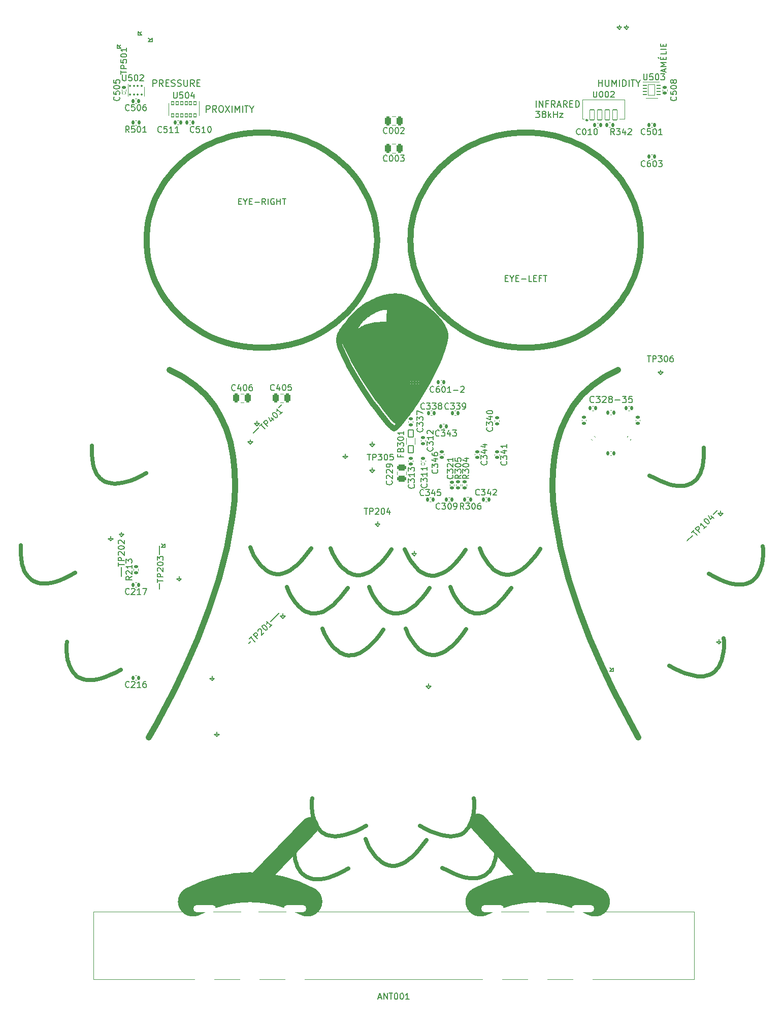
<source format=gto>
G04 #@! TF.GenerationSoftware,KiCad,Pcbnew,7.0.11-2.fc39*
G04 #@! TF.CreationDate,2024-06-12T21:06:18+01:00*
G04 #@! TF.ProjectId,msf-owl-clock,6d73662d-6f77-46c2-9d63-6c6f636b2e6b,0.1*
G04 #@! TF.SameCoordinates,Original*
G04 #@! TF.FileFunction,Legend,Top*
G04 #@! TF.FilePolarity,Positive*
%FSLAX46Y46*%
G04 Gerber Fmt 4.6, Leading zero omitted, Abs format (unit mm)*
G04 Created by KiCad (PCBNEW 7.0.11-2.fc39) date 2024-06-12 21:06:18*
%MOMM*%
%LPD*%
G01*
G04 APERTURE LIST*
G04 Aperture macros list*
%AMRoundRect*
0 Rectangle with rounded corners*
0 $1 Rounding radius*
0 $2 $3 $4 $5 $6 $7 $8 $9 X,Y pos of 4 corners*
0 Add a 4 corners polygon primitive as box body*
4,1,4,$2,$3,$4,$5,$6,$7,$8,$9,$2,$3,0*
0 Add four circle primitives for the rounded corners*
1,1,$1+$1,$2,$3*
1,1,$1+$1,$4,$5*
1,1,$1+$1,$6,$7*
1,1,$1+$1,$8,$9*
0 Add four rect primitives between the rounded corners*
20,1,$1+$1,$2,$3,$4,$5,0*
20,1,$1+$1,$4,$5,$6,$7,0*
20,1,$1+$1,$6,$7,$8,$9,0*
20,1,$1+$1,$8,$9,$2,$3,0*%
G04 Aperture macros list end*
%ADD10C,0.153000*%
%ADD11C,0.708661*%
%ADD12C,0.957431*%
%ADD13C,5.000000*%
%ADD14C,3.000000*%
%ADD15C,0.957430*%
%ADD16C,0.150000*%
%ADD17C,0.120000*%
%ADD18C,0.999999*%
%ADD19C,0.260000*%
%ADD20C,1.000000*%
%ADD21C,1.448000*%
%ADD22RoundRect,0.140000X-0.140000X-0.170000X0.140000X-0.170000X0.140000X0.170000X-0.140000X0.170000X0*%
%ADD23C,0.500000*%
%ADD24C,0.800000*%
%ADD25RoundRect,0.140000X-0.021213X0.219203X-0.219203X0.021213X0.021213X-0.219203X0.219203X-0.021213X0*%
%ADD26RoundRect,0.140000X0.170000X-0.140000X0.170000X0.140000X-0.170000X0.140000X-0.170000X-0.140000X0*%
%ADD27RoundRect,0.250000X-0.250000X-0.475000X0.250000X-0.475000X0.250000X0.475000X-0.250000X0.475000X0*%
%ADD28RoundRect,0.050000X-0.350000X-0.850000X0.350000X-0.850000X0.350000X0.850000X-0.350000X0.850000X0*%
%ADD29RoundRect,0.135000X0.185000X-0.135000X0.185000X0.135000X-0.185000X0.135000X-0.185000X-0.135000X0*%
%ADD30O,3.750000X1.250000*%
%ADD31RoundRect,0.250000X0.250000X0.475000X-0.250000X0.475000X-0.250000X-0.475000X0.250000X-0.475000X0*%
%ADD32RoundRect,0.140000X0.140000X0.170000X-0.140000X0.170000X-0.140000X-0.170000X0.140000X-0.170000X0*%
%ADD33C,1.200000*%
%ADD34RoundRect,0.250000X-0.475000X0.250000X-0.475000X-0.250000X0.475000X-0.250000X0.475000X0.250000X0*%
%ADD35RoundRect,0.100000X-0.400000X0.600000X-0.400000X-0.600000X0.400000X-0.600000X0.400000X0.600000X0*%
%ADD36RoundRect,0.140000X-0.170000X0.140000X-0.170000X-0.140000X0.170000X-0.140000X0.170000X0.140000X0*%
%ADD37RoundRect,0.135000X0.135000X0.185000X-0.135000X0.185000X-0.135000X-0.185000X0.135000X-0.185000X0*%
%ADD38RoundRect,0.140000X0.219203X0.021213X0.021213X0.219203X-0.219203X-0.021213X-0.021213X-0.219203X0*%
%ADD39RoundRect,0.087500X0.087500X-0.087500X0.087500X0.087500X-0.087500X0.087500X-0.087500X-0.087500X0*%
%ADD40O,3.600000X15.600000*%
%ADD41RoundRect,0.050000X-0.225000X0.250000X-0.225000X-0.250000X0.225000X-0.250000X0.225000X0.250000X0*%
%ADD42RoundRect,0.050000X-0.250000X-0.075000X0.250000X-0.075000X0.250000X0.075000X-0.250000X0.075000X0*%
%ADD43RoundRect,0.050000X-0.550000X-0.900000X0.550000X-0.900000X0.550000X0.900000X-0.550000X0.900000X0*%
%ADD44RoundRect,0.135000X-0.185000X0.135000X-0.185000X-0.135000X0.185000X-0.135000X0.185000X0.135000X0*%
%ADD45C,1.400000*%
%ADD46C,0.520000*%
%ADD47O,0.720000X0.520000*%
%ADD48O,1.350000X1.100000*%
G04 APERTURE END LIST*
D10*
X59855657Y-38360974D02*
X59855657Y-37289974D01*
X59855657Y-37289974D02*
X60263657Y-37289974D01*
X60263657Y-37289974D02*
X60365657Y-37340974D01*
X60365657Y-37340974D02*
X60416657Y-37391974D01*
X60416657Y-37391974D02*
X60467657Y-37493974D01*
X60467657Y-37493974D02*
X60467657Y-37646974D01*
X60467657Y-37646974D02*
X60416657Y-37748974D01*
X60416657Y-37748974D02*
X60365657Y-37799974D01*
X60365657Y-37799974D02*
X60263657Y-37850974D01*
X60263657Y-37850974D02*
X59855657Y-37850974D01*
X61538657Y-38360974D02*
X61181657Y-37850974D01*
X60926657Y-38360974D02*
X60926657Y-37289974D01*
X60926657Y-37289974D02*
X61334657Y-37289974D01*
X61334657Y-37289974D02*
X61436657Y-37340974D01*
X61436657Y-37340974D02*
X61487657Y-37391974D01*
X61487657Y-37391974D02*
X61538657Y-37493974D01*
X61538657Y-37493974D02*
X61538657Y-37646974D01*
X61538657Y-37646974D02*
X61487657Y-37748974D01*
X61487657Y-37748974D02*
X61436657Y-37799974D01*
X61436657Y-37799974D02*
X61334657Y-37850974D01*
X61334657Y-37850974D02*
X60926657Y-37850974D01*
X61997657Y-37799974D02*
X62354657Y-37799974D01*
X62507657Y-38360974D02*
X61997657Y-38360974D01*
X61997657Y-38360974D02*
X61997657Y-37289974D01*
X61997657Y-37289974D02*
X62507657Y-37289974D01*
X62915657Y-38309974D02*
X63068657Y-38360974D01*
X63068657Y-38360974D02*
X63323657Y-38360974D01*
X63323657Y-38360974D02*
X63425657Y-38309974D01*
X63425657Y-38309974D02*
X63476657Y-38258974D01*
X63476657Y-38258974D02*
X63527657Y-38156974D01*
X63527657Y-38156974D02*
X63527657Y-38054974D01*
X63527657Y-38054974D02*
X63476657Y-37952974D01*
X63476657Y-37952974D02*
X63425657Y-37901974D01*
X63425657Y-37901974D02*
X63323657Y-37850974D01*
X63323657Y-37850974D02*
X63119657Y-37799974D01*
X63119657Y-37799974D02*
X63017657Y-37748974D01*
X63017657Y-37748974D02*
X62966657Y-37697974D01*
X62966657Y-37697974D02*
X62915657Y-37595974D01*
X62915657Y-37595974D02*
X62915657Y-37493974D01*
X62915657Y-37493974D02*
X62966657Y-37391974D01*
X62966657Y-37391974D02*
X63017657Y-37340974D01*
X63017657Y-37340974D02*
X63119657Y-37289974D01*
X63119657Y-37289974D02*
X63374657Y-37289974D01*
X63374657Y-37289974D02*
X63527657Y-37340974D01*
X63935657Y-38309974D02*
X64088657Y-38360974D01*
X64088657Y-38360974D02*
X64343657Y-38360974D01*
X64343657Y-38360974D02*
X64445657Y-38309974D01*
X64445657Y-38309974D02*
X64496657Y-38258974D01*
X64496657Y-38258974D02*
X64547657Y-38156974D01*
X64547657Y-38156974D02*
X64547657Y-38054974D01*
X64547657Y-38054974D02*
X64496657Y-37952974D01*
X64496657Y-37952974D02*
X64445657Y-37901974D01*
X64445657Y-37901974D02*
X64343657Y-37850974D01*
X64343657Y-37850974D02*
X64139657Y-37799974D01*
X64139657Y-37799974D02*
X64037657Y-37748974D01*
X64037657Y-37748974D02*
X63986657Y-37697974D01*
X63986657Y-37697974D02*
X63935657Y-37595974D01*
X63935657Y-37595974D02*
X63935657Y-37493974D01*
X63935657Y-37493974D02*
X63986657Y-37391974D01*
X63986657Y-37391974D02*
X64037657Y-37340974D01*
X64037657Y-37340974D02*
X64139657Y-37289974D01*
X64139657Y-37289974D02*
X64394657Y-37289974D01*
X64394657Y-37289974D02*
X64547657Y-37340974D01*
X65006657Y-37289974D02*
X65006657Y-38156974D01*
X65006657Y-38156974D02*
X65057657Y-38258974D01*
X65057657Y-38258974D02*
X65108657Y-38309974D01*
X65108657Y-38309974D02*
X65210657Y-38360974D01*
X65210657Y-38360974D02*
X65414657Y-38360974D01*
X65414657Y-38360974D02*
X65516657Y-38309974D01*
X65516657Y-38309974D02*
X65567657Y-38258974D01*
X65567657Y-38258974D02*
X65618657Y-38156974D01*
X65618657Y-38156974D02*
X65618657Y-37289974D01*
X66740657Y-38360974D02*
X66383657Y-37850974D01*
X66128657Y-38360974D02*
X66128657Y-37289974D01*
X66128657Y-37289974D02*
X66536657Y-37289974D01*
X66536657Y-37289974D02*
X66638657Y-37340974D01*
X66638657Y-37340974D02*
X66689657Y-37391974D01*
X66689657Y-37391974D02*
X66740657Y-37493974D01*
X66740657Y-37493974D02*
X66740657Y-37646974D01*
X66740657Y-37646974D02*
X66689657Y-37748974D01*
X66689657Y-37748974D02*
X66638657Y-37799974D01*
X66638657Y-37799974D02*
X66536657Y-37850974D01*
X66536657Y-37850974D02*
X66128657Y-37850974D01*
X67199657Y-37799974D02*
X67556657Y-37799974D01*
X67709657Y-38360974D02*
X67199657Y-38360974D01*
X67199657Y-38360974D02*
X67199657Y-37289974D01*
X67199657Y-37289974D02*
X67709657Y-37289974D01*
X68755657Y-42660974D02*
X68755657Y-41589974D01*
X68755657Y-41589974D02*
X69163657Y-41589974D01*
X69163657Y-41589974D02*
X69265657Y-41640974D01*
X69265657Y-41640974D02*
X69316657Y-41691974D01*
X69316657Y-41691974D02*
X69367657Y-41793974D01*
X69367657Y-41793974D02*
X69367657Y-41946974D01*
X69367657Y-41946974D02*
X69316657Y-42048974D01*
X69316657Y-42048974D02*
X69265657Y-42099974D01*
X69265657Y-42099974D02*
X69163657Y-42150974D01*
X69163657Y-42150974D02*
X68755657Y-42150974D01*
X70438657Y-42660974D02*
X70081657Y-42150974D01*
X69826657Y-42660974D02*
X69826657Y-41589974D01*
X69826657Y-41589974D02*
X70234657Y-41589974D01*
X70234657Y-41589974D02*
X70336657Y-41640974D01*
X70336657Y-41640974D02*
X70387657Y-41691974D01*
X70387657Y-41691974D02*
X70438657Y-41793974D01*
X70438657Y-41793974D02*
X70438657Y-41946974D01*
X70438657Y-41946974D02*
X70387657Y-42048974D01*
X70387657Y-42048974D02*
X70336657Y-42099974D01*
X70336657Y-42099974D02*
X70234657Y-42150974D01*
X70234657Y-42150974D02*
X69826657Y-42150974D01*
X71101657Y-41589974D02*
X71305657Y-41589974D01*
X71305657Y-41589974D02*
X71407657Y-41640974D01*
X71407657Y-41640974D02*
X71509657Y-41742974D01*
X71509657Y-41742974D02*
X71560657Y-41946974D01*
X71560657Y-41946974D02*
X71560657Y-42303974D01*
X71560657Y-42303974D02*
X71509657Y-42507974D01*
X71509657Y-42507974D02*
X71407657Y-42609974D01*
X71407657Y-42609974D02*
X71305657Y-42660974D01*
X71305657Y-42660974D02*
X71101657Y-42660974D01*
X71101657Y-42660974D02*
X70999657Y-42609974D01*
X70999657Y-42609974D02*
X70897657Y-42507974D01*
X70897657Y-42507974D02*
X70846657Y-42303974D01*
X70846657Y-42303974D02*
X70846657Y-41946974D01*
X70846657Y-41946974D02*
X70897657Y-41742974D01*
X70897657Y-41742974D02*
X70999657Y-41640974D01*
X70999657Y-41640974D02*
X71101657Y-41589974D01*
X71917657Y-41589974D02*
X72631657Y-42660974D01*
X72631657Y-41589974D02*
X71917657Y-42660974D01*
X73039657Y-42660974D02*
X73039657Y-41589974D01*
X73549657Y-42660974D02*
X73549657Y-41589974D01*
X73549657Y-41589974D02*
X73906657Y-42354974D01*
X73906657Y-42354974D02*
X74263657Y-41589974D01*
X74263657Y-41589974D02*
X74263657Y-42660974D01*
X74773657Y-42660974D02*
X74773657Y-41589974D01*
X75130657Y-41589974D02*
X75742657Y-41589974D01*
X75436657Y-42660974D02*
X75436657Y-41589974D01*
X76303657Y-42150974D02*
X76303657Y-42660974D01*
X75946657Y-41589974D02*
X76303657Y-42150974D01*
X76303657Y-42150974D02*
X76660657Y-41589974D01*
X134155657Y-38360974D02*
X134155657Y-37289974D01*
X134155657Y-37799974D02*
X134767657Y-37799974D01*
X134767657Y-38360974D02*
X134767657Y-37289974D01*
X135277657Y-37289974D02*
X135277657Y-38156974D01*
X135277657Y-38156974D02*
X135328657Y-38258974D01*
X135328657Y-38258974D02*
X135379657Y-38309974D01*
X135379657Y-38309974D02*
X135481657Y-38360974D01*
X135481657Y-38360974D02*
X135685657Y-38360974D01*
X135685657Y-38360974D02*
X135787657Y-38309974D01*
X135787657Y-38309974D02*
X135838657Y-38258974D01*
X135838657Y-38258974D02*
X135889657Y-38156974D01*
X135889657Y-38156974D02*
X135889657Y-37289974D01*
X136399657Y-38360974D02*
X136399657Y-37289974D01*
X136399657Y-37289974D02*
X136756657Y-38054974D01*
X136756657Y-38054974D02*
X137113657Y-37289974D01*
X137113657Y-37289974D02*
X137113657Y-38360974D01*
X137623657Y-38360974D02*
X137623657Y-37289974D01*
X138133657Y-38360974D02*
X138133657Y-37289974D01*
X138133657Y-37289974D02*
X138388657Y-37289974D01*
X138388657Y-37289974D02*
X138541657Y-37340974D01*
X138541657Y-37340974D02*
X138643657Y-37442974D01*
X138643657Y-37442974D02*
X138694657Y-37544974D01*
X138694657Y-37544974D02*
X138745657Y-37748974D01*
X138745657Y-37748974D02*
X138745657Y-37901974D01*
X138745657Y-37901974D02*
X138694657Y-38105974D01*
X138694657Y-38105974D02*
X138643657Y-38207974D01*
X138643657Y-38207974D02*
X138541657Y-38309974D01*
X138541657Y-38309974D02*
X138388657Y-38360974D01*
X138388657Y-38360974D02*
X138133657Y-38360974D01*
X139204657Y-38360974D02*
X139204657Y-37289974D01*
X139561657Y-37289974D02*
X140173657Y-37289974D01*
X139867657Y-38360974D02*
X139867657Y-37289974D01*
X140734657Y-37850974D02*
X140734657Y-38360974D01*
X140377657Y-37289974D02*
X140734657Y-37850974D01*
X140734657Y-37850974D02*
X141091657Y-37289974D01*
X123755657Y-41836664D02*
X123755657Y-40765664D01*
X124265657Y-41836664D02*
X124265657Y-40765664D01*
X124265657Y-40765664D02*
X124877657Y-41836664D01*
X124877657Y-41836664D02*
X124877657Y-40765664D01*
X125744657Y-41275664D02*
X125387657Y-41275664D01*
X125387657Y-41836664D02*
X125387657Y-40765664D01*
X125387657Y-40765664D02*
X125897657Y-40765664D01*
X126917657Y-41836664D02*
X126560657Y-41326664D01*
X126305657Y-41836664D02*
X126305657Y-40765664D01*
X126305657Y-40765664D02*
X126713657Y-40765664D01*
X126713657Y-40765664D02*
X126815657Y-40816664D01*
X126815657Y-40816664D02*
X126866657Y-40867664D01*
X126866657Y-40867664D02*
X126917657Y-40969664D01*
X126917657Y-40969664D02*
X126917657Y-41122664D01*
X126917657Y-41122664D02*
X126866657Y-41224664D01*
X126866657Y-41224664D02*
X126815657Y-41275664D01*
X126815657Y-41275664D02*
X126713657Y-41326664D01*
X126713657Y-41326664D02*
X126305657Y-41326664D01*
X127325657Y-41530664D02*
X127835657Y-41530664D01*
X127223657Y-41836664D02*
X127580657Y-40765664D01*
X127580657Y-40765664D02*
X127937657Y-41836664D01*
X128906657Y-41836664D02*
X128549657Y-41326664D01*
X128294657Y-41836664D02*
X128294657Y-40765664D01*
X128294657Y-40765664D02*
X128702657Y-40765664D01*
X128702657Y-40765664D02*
X128804657Y-40816664D01*
X128804657Y-40816664D02*
X128855657Y-40867664D01*
X128855657Y-40867664D02*
X128906657Y-40969664D01*
X128906657Y-40969664D02*
X128906657Y-41122664D01*
X128906657Y-41122664D02*
X128855657Y-41224664D01*
X128855657Y-41224664D02*
X128804657Y-41275664D01*
X128804657Y-41275664D02*
X128702657Y-41326664D01*
X128702657Y-41326664D02*
X128294657Y-41326664D01*
X129365657Y-41275664D02*
X129722657Y-41275664D01*
X129875657Y-41836664D02*
X129365657Y-41836664D01*
X129365657Y-41836664D02*
X129365657Y-40765664D01*
X129365657Y-40765664D02*
X129875657Y-40765664D01*
X130334657Y-41836664D02*
X130334657Y-40765664D01*
X130334657Y-40765664D02*
X130589657Y-40765664D01*
X130589657Y-40765664D02*
X130742657Y-40816664D01*
X130742657Y-40816664D02*
X130844657Y-40918664D01*
X130844657Y-40918664D02*
X130895657Y-41020664D01*
X130895657Y-41020664D02*
X130946657Y-41224664D01*
X130946657Y-41224664D02*
X130946657Y-41377664D01*
X130946657Y-41377664D02*
X130895657Y-41581664D01*
X130895657Y-41581664D02*
X130844657Y-41683664D01*
X130844657Y-41683664D02*
X130742657Y-41785664D01*
X130742657Y-41785664D02*
X130589657Y-41836664D01*
X130589657Y-41836664D02*
X130334657Y-41836664D01*
X123653657Y-42489974D02*
X124316657Y-42489974D01*
X124316657Y-42489974D02*
X123959657Y-42897974D01*
X123959657Y-42897974D02*
X124112657Y-42897974D01*
X124112657Y-42897974D02*
X124214657Y-42948974D01*
X124214657Y-42948974D02*
X124265657Y-42999974D01*
X124265657Y-42999974D02*
X124316657Y-43101974D01*
X124316657Y-43101974D02*
X124316657Y-43356974D01*
X124316657Y-43356974D02*
X124265657Y-43458974D01*
X124265657Y-43458974D02*
X124214657Y-43509974D01*
X124214657Y-43509974D02*
X124112657Y-43560974D01*
X124112657Y-43560974D02*
X123806657Y-43560974D01*
X123806657Y-43560974D02*
X123704657Y-43509974D01*
X123704657Y-43509974D02*
X123653657Y-43458974D01*
X124928657Y-42948974D02*
X124826657Y-42897974D01*
X124826657Y-42897974D02*
X124775657Y-42846974D01*
X124775657Y-42846974D02*
X124724657Y-42744974D01*
X124724657Y-42744974D02*
X124724657Y-42693974D01*
X124724657Y-42693974D02*
X124775657Y-42591974D01*
X124775657Y-42591974D02*
X124826657Y-42540974D01*
X124826657Y-42540974D02*
X124928657Y-42489974D01*
X124928657Y-42489974D02*
X125132657Y-42489974D01*
X125132657Y-42489974D02*
X125234657Y-42540974D01*
X125234657Y-42540974D02*
X125285657Y-42591974D01*
X125285657Y-42591974D02*
X125336657Y-42693974D01*
X125336657Y-42693974D02*
X125336657Y-42744974D01*
X125336657Y-42744974D02*
X125285657Y-42846974D01*
X125285657Y-42846974D02*
X125234657Y-42897974D01*
X125234657Y-42897974D02*
X125132657Y-42948974D01*
X125132657Y-42948974D02*
X124928657Y-42948974D01*
X124928657Y-42948974D02*
X124826657Y-42999974D01*
X124826657Y-42999974D02*
X124775657Y-43050974D01*
X124775657Y-43050974D02*
X124724657Y-43152974D01*
X124724657Y-43152974D02*
X124724657Y-43356974D01*
X124724657Y-43356974D02*
X124775657Y-43458974D01*
X124775657Y-43458974D02*
X124826657Y-43509974D01*
X124826657Y-43509974D02*
X124928657Y-43560974D01*
X124928657Y-43560974D02*
X125132657Y-43560974D01*
X125132657Y-43560974D02*
X125234657Y-43509974D01*
X125234657Y-43509974D02*
X125285657Y-43458974D01*
X125285657Y-43458974D02*
X125336657Y-43356974D01*
X125336657Y-43356974D02*
X125336657Y-43152974D01*
X125336657Y-43152974D02*
X125285657Y-43050974D01*
X125285657Y-43050974D02*
X125234657Y-42999974D01*
X125234657Y-42999974D02*
X125132657Y-42948974D01*
X125795657Y-43560974D02*
X125795657Y-42489974D01*
X125897657Y-43152974D02*
X126203657Y-43560974D01*
X126203657Y-42846974D02*
X125795657Y-43254974D01*
X126662657Y-43560974D02*
X126662657Y-42489974D01*
X126662657Y-42999974D02*
X127274657Y-42999974D01*
X127274657Y-43560974D02*
X127274657Y-42489974D01*
X127682657Y-42846974D02*
X128243657Y-42846974D01*
X128243657Y-42846974D02*
X127682657Y-43560974D01*
X127682657Y-43560974D02*
X128243657Y-43560974D01*
D11*
X149651821Y-104509038D02*
X149994032Y-104283512D01*
X105427174Y-163959744D02*
X104811995Y-164813844D01*
X84261519Y-168934650D02*
X84062806Y-168592772D01*
D12*
X100402757Y-95085138D02*
X100276171Y-95201991D01*
D11*
X107145008Y-119835395D02*
X106700000Y-119900000D01*
X111697152Y-162661904D02*
X112000000Y-162400000D01*
D12*
X99143681Y-94574471D02*
X99061939Y-94485589D01*
D10*
X77600000Y-94500000D02*
X77200000Y-94900000D01*
X64600000Y-120400000D02*
X64200000Y-120800000D01*
D11*
X148840006Y-104831510D02*
X149267921Y-104693324D01*
X115741002Y-169386107D02*
X116006813Y-169092683D01*
X80477844Y-119626244D02*
X80071259Y-119574674D01*
X92082869Y-163034777D02*
X91400000Y-163200000D01*
X101032068Y-168034612D02*
X100567931Y-168165387D01*
X49885658Y-137279692D02*
X49311747Y-137308969D01*
X45644578Y-133936778D02*
X45519681Y-133188228D01*
X110068872Y-163297127D02*
X110543126Y-163209902D01*
D10*
X57700000Y-29500000D02*
X58000000Y-29200000D01*
D11*
X104763829Y-119419056D02*
X104434755Y-119199789D01*
X115770698Y-117929411D02*
X115328605Y-117312580D01*
X154510869Y-134428640D02*
X154651785Y-134057748D01*
X99867592Y-126152253D02*
X99480303Y-126050676D01*
X116159375Y-125519186D02*
X115657146Y-125798465D01*
X118357370Y-123524856D02*
X117779620Y-124165797D01*
X82798252Y-118945430D02*
X82296023Y-119224709D01*
D10*
X54200000Y-31700000D02*
X54500000Y-31400000D01*
D11*
X102123901Y-129090118D02*
X101961291Y-128685564D01*
D10*
X77200000Y-94900000D02*
X76800000Y-94500000D01*
D11*
X103935210Y-131881281D02*
X103664849Y-131592815D01*
X115438154Y-169648011D02*
X115741002Y-169386107D01*
D10*
X81900000Y-126600000D02*
X81500000Y-127000000D01*
D11*
X83359940Y-165656301D02*
X83345294Y-165044445D01*
X110662109Y-169784834D02*
X111402947Y-170025319D01*
X103664849Y-131592815D02*
X103414169Y-131292060D01*
X84425197Y-125252068D02*
X84135210Y-124981281D01*
X105112363Y-119604481D02*
X104763829Y-119419056D01*
X83172076Y-123775229D02*
X82809373Y-123173893D01*
X95705267Y-119400376D02*
X95222056Y-119602708D01*
X161510636Y-117240556D02*
X161571104Y-116540912D01*
X146902821Y-135415362D02*
X147766571Y-135820956D01*
X150992502Y-103066225D02*
X151161154Y-102707410D01*
X151302070Y-102336518D02*
X151417577Y-101958411D01*
X108972042Y-163299254D02*
X109545953Y-163328531D01*
D12*
X93675133Y-86957465D02*
X93079936Y-85946963D01*
D11*
X85403488Y-170035585D02*
X85061276Y-169810059D01*
X102594585Y-125523009D02*
X102092356Y-125802288D01*
D10*
X52800000Y-114100000D02*
X52400000Y-113700000D01*
D12*
X100704874Y-94764556D02*
X100546123Y-94938753D01*
D11*
X91367355Y-132869086D02*
X91018821Y-132683661D01*
D10*
X70500000Y-146300000D02*
X70500000Y-145900000D01*
D13*
X133550000Y-174200001D02*
G75*
G03*
X114450000Y-174200001I-9550000J-17800520D01*
G01*
D11*
X93624837Y-162473683D02*
X92823707Y-162794292D01*
X90380189Y-132216673D02*
X90090202Y-131945886D01*
X105480303Y-119750676D02*
X105112363Y-119604481D01*
X154651785Y-134057748D02*
X154767292Y-133679641D01*
D14*
X123950000Y-171800000D02*
X114000000Y-161000000D01*
D11*
X123249109Y-117066030D02*
X122671359Y-117706971D01*
X111402947Y-170025319D02*
X112085816Y-170190542D01*
X86739624Y-160710475D02*
X86624117Y-160332368D01*
X154342217Y-134787455D02*
X154510869Y-134428640D01*
X107661945Y-163039212D02*
X108344814Y-163204435D01*
X86689556Y-170445282D02*
X86215302Y-170358057D01*
X98405491Y-117126767D02*
X97827741Y-117767708D01*
D12*
X91023274Y-81756824D02*
X90861687Y-81200670D01*
D11*
X103637753Y-166199612D02*
X103078800Y-166742055D01*
D12*
X94974098Y-89025914D02*
X93675133Y-86957465D01*
D11*
X102017508Y-167553001D02*
X101515279Y-167832280D01*
X96872076Y-123775229D02*
X96509373Y-123173893D01*
X98434755Y-125499789D02*
X98125197Y-125252068D01*
X85787388Y-170219871D02*
X85403488Y-170035585D01*
X112864274Y-161085802D02*
X113005190Y-160714910D01*
X100567931Y-168165387D02*
X100122923Y-168229992D01*
X117936832Y-119588027D02*
X117568892Y-119441832D01*
X104225197Y-132152068D02*
X103935210Y-131881281D01*
X161385739Y-117989106D02*
X161510636Y-117240556D01*
X58723834Y-102825546D02*
X57795140Y-103320984D01*
X111489072Y-129683852D02*
X110892580Y-130428679D01*
D10*
X60900000Y-121200000D02*
X60900000Y-122150000D01*
D11*
X151192548Y-136671369D02*
X151715467Y-136639965D01*
X50554459Y-103034955D02*
X50355746Y-102693077D01*
X117141560Y-164397215D02*
X117109175Y-163962409D01*
X78038877Y-118403702D02*
X77768516Y-118115236D01*
D10*
X53900000Y-31400000D02*
X54500000Y-32000000D01*
X70100000Y-137000000D02*
X69700000Y-137400000D01*
D11*
X97857678Y-167529781D02*
X97548120Y-167282060D01*
X48314574Y-137190340D02*
X47886660Y-137052154D01*
X161293315Y-118369569D02*
X161385739Y-117989106D01*
D10*
X137600000Y-28500000D02*
X137600000Y-28100000D01*
D11*
X149991409Y-136547273D02*
X150618637Y-136642092D01*
X152500149Y-119609852D02*
X153428844Y-120105290D01*
X45444566Y-131876728D02*
X45457139Y-131391546D01*
X54706553Y-104452895D02*
X54079326Y-104547714D01*
X153646595Y-135742838D02*
X153912406Y-135449414D01*
X112085816Y-170190542D02*
X112713044Y-170285361D01*
D10*
X144100000Y-86000000D02*
X144900000Y-86000000D01*
D11*
X117154134Y-164882397D02*
X117141560Y-164397215D01*
D10*
X154000000Y-109000000D02*
X153300000Y-109700000D01*
D11*
X151697438Y-99032716D02*
X151665053Y-98597910D01*
X116954123Y-166942447D02*
X117079020Y-166193897D01*
X159143659Y-121104482D02*
X159527559Y-120920196D01*
D10*
X64200000Y-120800000D02*
X63800000Y-120400000D01*
D11*
X116237911Y-168772602D02*
X116436624Y-168430724D01*
D12*
X99224703Y-94660861D02*
X99143681Y-94574471D01*
D11*
X82323901Y-122190118D02*
X82161291Y-121785564D01*
X123845601Y-116321203D02*
X123249109Y-117066030D01*
X108694585Y-132423009D02*
X108192356Y-132702288D01*
D12*
X98415637Y-93744473D02*
X97742790Y-92914997D01*
D11*
X38526867Y-119313171D02*
X38358215Y-118954356D01*
X52737722Y-136458556D02*
X51936592Y-136779165D01*
X152617636Y-136414554D02*
X153001536Y-136230268D01*
X45993426Y-135066240D02*
X45852509Y-134695348D01*
X116581726Y-118789419D02*
X116291739Y-118518632D01*
X114480430Y-115727469D02*
X114317820Y-115322915D01*
X153343747Y-136004742D02*
X153646595Y-135742838D01*
X88413613Y-170352590D02*
X87786386Y-170447409D01*
X90689747Y-132464394D02*
X90380189Y-132216673D01*
X76227568Y-115612539D02*
X76064958Y-115207985D01*
X89569161Y-131356665D02*
X89127068Y-130739834D01*
X45737002Y-134317241D02*
X45644578Y-133936778D01*
X97258133Y-167011273D02*
X96987772Y-166722807D01*
X45966261Y-119941078D02*
X45102511Y-120346672D01*
X159527559Y-120920196D02*
X159869770Y-120694670D01*
X97644064Y-129748457D02*
X97047572Y-130493284D01*
X98903226Y-168080668D02*
X98535286Y-167934473D01*
D10*
X59700000Y-30300000D02*
X59700000Y-30900000D01*
X106200000Y-138300000D02*
X105800000Y-138700000D01*
X91910408Y-99989592D02*
X91910408Y-99589592D01*
X59700000Y-30900000D02*
X59100000Y-30900000D01*
D11*
X89955877Y-124712063D02*
X89415777Y-125161397D01*
X97548120Y-167282060D02*
X97258133Y-167011273D01*
D12*
X91477682Y-78835851D02*
X91635585Y-78605522D01*
D11*
X113045093Y-126046853D02*
X112677153Y-125900658D01*
D10*
X92310408Y-99989592D02*
X91910408Y-100389592D01*
X59100000Y-30900000D02*
X59700000Y-30300000D01*
X91510408Y-99989592D02*
X92310408Y-99989592D01*
D11*
X52982496Y-104545587D02*
X52508242Y-104458362D01*
X115173935Y-126000797D02*
X114709798Y-126131572D01*
X87212475Y-170476686D02*
X86689556Y-170445282D01*
X83864849Y-124692815D02*
X83614169Y-124392060D01*
D12*
X97742790Y-92914997D02*
X97052801Y-92012774D01*
D11*
X90122284Y-116771981D02*
X89839411Y-116229243D01*
X154767292Y-133679641D02*
X154859716Y-133299178D01*
X147268922Y-104920862D02*
X147842833Y-104950139D01*
X104792580Y-123528679D02*
X104214830Y-124169620D01*
X49713349Y-100456250D02*
X49652880Y-99756606D01*
X95932296Y-165203885D02*
X95649423Y-164661147D01*
X99001983Y-116381940D02*
X98405491Y-117126767D01*
D10*
X103800000Y-116200000D02*
X103400000Y-116600000D01*
D11*
X55389422Y-104287672D02*
X54706553Y-104452895D01*
X160868240Y-119477383D02*
X161036892Y-119118568D01*
X116746192Y-167701017D02*
X116861699Y-167322910D01*
D12*
X99304520Y-94744312D02*
X99224703Y-94660861D01*
D11*
X117079020Y-166193897D02*
X117139488Y-165494253D01*
D10*
X144500000Y-86000000D02*
X144500000Y-85600000D01*
D11*
X103115777Y-125161397D02*
X102594585Y-125523009D01*
X112496909Y-161786495D02*
X112695622Y-161444617D01*
X114965902Y-116711244D02*
X114683029Y-116168506D01*
D12*
X92533479Y-84973114D02*
X92045172Y-84051548D01*
D11*
X97564849Y-124692815D02*
X97314169Y-124392060D01*
X37809355Y-115764844D02*
X37821928Y-115279662D01*
X47502760Y-136867868D02*
X47160548Y-136642342D01*
X112265811Y-162106576D02*
X112496909Y-161786495D01*
X87049193Y-161440182D02*
X86880541Y-161081367D01*
D12*
X100167758Y-95287588D02*
X100078909Y-95340209D01*
D10*
X96900000Y-111300000D02*
X97700000Y-111300000D01*
D11*
X37884470Y-117076344D02*
X37824001Y-116376700D01*
X91735295Y-133015281D02*
X91367355Y-132869086D01*
X84418497Y-117592041D02*
X83859544Y-118134484D01*
X46857700Y-136380438D02*
X46591889Y-136087014D01*
X92954992Y-133164605D02*
X92529169Y-133168428D01*
X38101791Y-118205357D02*
X38009367Y-117824894D01*
X147766571Y-135820956D02*
X148567702Y-136141565D01*
D10*
X137600000Y-28900000D02*
X137200000Y-28500000D01*
D11*
X93864137Y-132969225D02*
X93400000Y-133100000D01*
X116006813Y-169092683D02*
X116237911Y-168772602D01*
D12*
X95659043Y-90052605D02*
X94974098Y-89025914D01*
D11*
X88389875Y-162882995D02*
X88047663Y-162657469D01*
X160669527Y-119819261D02*
X160868240Y-119477383D01*
X96737092Y-166422052D02*
X96294999Y-165805221D01*
X120548885Y-119339639D02*
X120065674Y-119541971D01*
X114712043Y-170057823D02*
X115095943Y-169873537D01*
X48788828Y-137277565D02*
X48314574Y-137190340D01*
X84996247Y-116951100D02*
X84418497Y-117592041D01*
X87786386Y-170447409D02*
X87212475Y-170476686D01*
D10*
X136600000Y-135200000D02*
X136600000Y-135800000D01*
D11*
X113338018Y-159207790D02*
X113398486Y-158508146D01*
D10*
X54600000Y-113400000D02*
X54200000Y-113000000D01*
D11*
X99697100Y-168233815D02*
X99290515Y-168182245D01*
X108068533Y-168563193D02*
X108997228Y-169058631D01*
X155045081Y-131850984D02*
X155059727Y-131239128D01*
X86331681Y-157891855D02*
X86344254Y-157406673D01*
X154859716Y-133299178D02*
X154984613Y-132550628D01*
X116861699Y-167322910D02*
X116954123Y-166942447D01*
X142624411Y-103198694D02*
X143553106Y-103694132D01*
X85412363Y-125904481D02*
X85063829Y-125719056D01*
X108344814Y-163204435D02*
X108972042Y-163299254D01*
D10*
X103400000Y-116200000D02*
X103400000Y-115800000D01*
X105800000Y-138300000D02*
X105800000Y-137900000D01*
X96800000Y-102300000D02*
X96400000Y-102700000D01*
D11*
X116436624Y-168430724D02*
X116605276Y-168071909D01*
X90514830Y-124169620D02*
X89955877Y-124712063D01*
X112713044Y-170285361D02*
X113286955Y-170314638D01*
X89127068Y-130739834D02*
X88764365Y-130138498D01*
D12*
X99531868Y-94972555D02*
X99458589Y-94900607D01*
D10*
X154900000Y-109500000D02*
X154500000Y-109900000D01*
D11*
X95910869Y-131676668D02*
X95370769Y-132126002D01*
X38956678Y-119975130D02*
X38725580Y-119655049D01*
X85592739Y-116206273D02*
X84996247Y-116951100D01*
X116605276Y-168071909D02*
X116746192Y-167701017D01*
X153001536Y-136230268D02*
X153343747Y-136004742D01*
X116891284Y-119037140D02*
X116581726Y-118789419D01*
X49650807Y-98659568D02*
X49683192Y-98224762D01*
X113005190Y-160714910D02*
X113120697Y-160336803D01*
X43560543Y-120907766D02*
X42877674Y-121072989D01*
D12*
X90861687Y-81200670D02*
X90805309Y-80774941D01*
D11*
X100122923Y-168229992D02*
X99697100Y-168233815D01*
X38009367Y-117824894D02*
X37884470Y-117076344D01*
X91177760Y-118290903D02*
X90927080Y-117990148D01*
X103078800Y-166742055D02*
X102538700Y-167191389D01*
D10*
X96800000Y-98000000D02*
X96400000Y-98400000D01*
D11*
X83545306Y-167104495D02*
X83420409Y-166355945D01*
X42877674Y-121072989D02*
X42250447Y-121167808D01*
X88894585Y-125523009D02*
X88392356Y-125802288D01*
X84135210Y-124981281D02*
X83864849Y-124692815D01*
D12*
X91336384Y-79063263D02*
X91477682Y-78835851D01*
D11*
X54530166Y-135557524D02*
X53601472Y-136052962D01*
X103314169Y-118092060D02*
X102872076Y-117475229D01*
X88764365Y-130138498D02*
X88481492Y-129595760D01*
D12*
X91103655Y-79509250D02*
X91211704Y-79287737D01*
D10*
X144500000Y-86400000D02*
X144100000Y-86000000D01*
D11*
X159869770Y-120694670D02*
X160172618Y-120432766D01*
D12*
X99963759Y-95340323D02*
X99929319Y-95318732D01*
D10*
X81500000Y-127000000D02*
X81100000Y-126600000D01*
X148900000Y-114100000D02*
X149800000Y-113200000D01*
D11*
X49311747Y-137308969D02*
X48788828Y-137277565D01*
X111400000Y-124977458D02*
X111129639Y-124688992D01*
X86346327Y-158503711D02*
X86331681Y-157891855D01*
X42250447Y-121167808D02*
X41676536Y-121197085D01*
D12*
X90813310Y-80571646D02*
X90838017Y-80365261D01*
D11*
X98535286Y-167934473D02*
X98186752Y-167749048D01*
X98186752Y-167749048D02*
X97857678Y-167529781D01*
X101145008Y-126135395D02*
X100700000Y-126200000D01*
D12*
X100078909Y-95340209D02*
X100042258Y-95353615D01*
D10*
X96000000Y-102300000D02*
X96800000Y-102300000D01*
D12*
X99061931Y-94485573D02*
X98415637Y-93744473D01*
D11*
X103564849Y-118392815D02*
X103314169Y-118092060D01*
X121051114Y-119060360D02*
X120548885Y-119339639D01*
X50355746Y-102693077D02*
X50187094Y-102334262D01*
X89201689Y-163205467D02*
X88773775Y-163067281D01*
X115328605Y-117312580D02*
X114965902Y-116711244D01*
X86624117Y-160332368D02*
X86531693Y-159951905D01*
X102509373Y-116873893D02*
X102226500Y-116331155D01*
D10*
X136000000Y-135800000D02*
X136600000Y-135200000D01*
D11*
X86215302Y-170358057D02*
X85787388Y-170219871D01*
X38725580Y-119655049D02*
X38526867Y-119313171D01*
D10*
X153800000Y-130900000D02*
X154600000Y-130900000D01*
D11*
X155834563Y-121071978D02*
X156517432Y-121237201D01*
X88278893Y-129154723D02*
X88116283Y-128750169D01*
X109115777Y-118861397D02*
X108594585Y-119223009D01*
X100700000Y-126200000D02*
X100274177Y-126203823D01*
X154292594Y-120510884D02*
X155093725Y-120831493D01*
X147842833Y-104950139D02*
X148365752Y-104918735D01*
D10*
X69300000Y-137000000D02*
X70100000Y-137000000D01*
D11*
X96207496Y-119121097D02*
X95705267Y-119400376D01*
D10*
X79500000Y-127500000D02*
X80900000Y-126100000D01*
D11*
X91502200Y-169220679D02*
X90638450Y-169626273D01*
D15*
X100377469Y-73301980D02*
X100551512Y-73308789D01*
X100722834Y-73320605D01*
X100892141Y-73337610D01*
X101060139Y-73359981D01*
X101227534Y-73387899D01*
X101395032Y-73421542D01*
X101563338Y-73461091D01*
X101733159Y-73506723D01*
X101905200Y-73558620D01*
X102080167Y-73616959D01*
X102258766Y-73681921D01*
X102441704Y-73753684D01*
X102629685Y-73832429D01*
X102823415Y-73918334D01*
X103023601Y-74011578D01*
X103572325Y-74288555D01*
X104106910Y-74589192D01*
X104624669Y-74910730D01*
X105122915Y-75250410D01*
X105598960Y-75605473D01*
X106050117Y-75973160D01*
X106473697Y-76350712D01*
X106867014Y-76735369D01*
X107227380Y-77124373D01*
X107552106Y-77514964D01*
X107838507Y-77904383D01*
X108083893Y-78289871D01*
X108190367Y-78480279D01*
X108285579Y-78668669D01*
X108369193Y-78854697D01*
X108440875Y-79038018D01*
X108500287Y-79218287D01*
X108547094Y-79395158D01*
X108580960Y-79568288D01*
X108601550Y-79737332D01*
X108600296Y-80095597D01*
X108545231Y-80526741D01*
X108438978Y-81024901D01*
X108284160Y-81584213D01*
X108083400Y-82198814D01*
X107839321Y-82862840D01*
X107554547Y-83570427D01*
X107231700Y-84315712D01*
X106482281Y-85895921D01*
X105612048Y-87556558D01*
X104641987Y-89250715D01*
X104126079Y-90095704D01*
X103593082Y-90931483D01*
X103357090Y-91289096D01*
X103122556Y-91636109D01*
X102890872Y-91970800D01*
X102663430Y-92291449D01*
X102441625Y-92596334D01*
X102226848Y-92883736D01*
X102020492Y-93151933D01*
X101823950Y-93399205D01*
X101638616Y-93623830D01*
X101465881Y-93824089D01*
X101307138Y-93998259D01*
X101163781Y-94144621D01*
X101037201Y-94261454D01*
X100980639Y-94308259D01*
X100928793Y-94347036D01*
X100881838Y-94377571D01*
X100839948Y-94399648D01*
X100803298Y-94413051D01*
X100772060Y-94417567D01*
X100763099Y-94416427D01*
X100752193Y-94413043D01*
X100724790Y-94399769D01*
X100690339Y-94378191D01*
X100649327Y-94348757D01*
X100602242Y-94311912D01*
X100549569Y-94268103D01*
X100429413Y-94161382D01*
X100292757Y-94032164D01*
X100143497Y-93884024D01*
X99985532Y-93720534D01*
X99822757Y-93545268D01*
X99176468Y-92804168D01*
X98503631Y-91974689D01*
X97813657Y-91072461D01*
X97115956Y-90113111D01*
X96419940Y-89112271D01*
X95735020Y-88085567D01*
X95070605Y-87048631D01*
X94436107Y-86017089D01*
X93840936Y-85006573D01*
X93294504Y-84032709D01*
X92806221Y-83111129D01*
X92385498Y-82257460D01*
X92041745Y-81487333D01*
X91784374Y-80816375D01*
X91622795Y-80260216D01*
X91580868Y-80030070D01*
X91566418Y-79834484D01*
X91574416Y-79631193D01*
X91583256Y-79557336D01*
X93169433Y-79557336D01*
X93169700Y-79564387D01*
X93170334Y-79570766D01*
X93171341Y-79576450D01*
X93172725Y-79581414D01*
X93174495Y-79585636D01*
X93176655Y-79589093D01*
X93183788Y-79596043D01*
X93193097Y-79600998D01*
X93204666Y-79603928D01*
X93218576Y-79604806D01*
X93234908Y-79603603D01*
X93253744Y-79600290D01*
X93275166Y-79594840D01*
X93299256Y-79587223D01*
X93326095Y-79577412D01*
X93355765Y-79565379D01*
X93388349Y-79551094D01*
X93423927Y-79534530D01*
X93504394Y-79494450D01*
X93597821Y-79444912D01*
X94511514Y-78909214D01*
X94740694Y-78780671D01*
X94980612Y-78657398D01*
X95236487Y-78540953D01*
X95513537Y-78432896D01*
X95816980Y-78334784D01*
X96152034Y-78248176D01*
X96523917Y-78174632D01*
X96937848Y-78115708D01*
X97399045Y-78072965D01*
X97912726Y-78047960D01*
X98484109Y-78042252D01*
X99118412Y-78057400D01*
X99186285Y-78054009D01*
X99251124Y-78049586D01*
X99311422Y-78044328D01*
X99365672Y-78038431D01*
X99412365Y-78032094D01*
X99432406Y-78028821D01*
X99449994Y-78025512D01*
X99464938Y-78022191D01*
X99477052Y-78018882D01*
X99486145Y-78015611D01*
X99492031Y-78012402D01*
X99491434Y-78006303D01*
X99482369Y-77993840D01*
X99444091Y-77945737D01*
X99417505Y-77908059D01*
X99387708Y-77859937D01*
X99356011Y-77800351D01*
X99323731Y-77728281D01*
X99292180Y-77642708D01*
X99262673Y-77542611D01*
X99236523Y-77426972D01*
X99215045Y-77294769D01*
X99199553Y-77144985D01*
X99191360Y-76976597D01*
X99191781Y-76788588D01*
X99202129Y-76579937D01*
X99213630Y-76432578D01*
X99226136Y-76295650D01*
X99239549Y-76168765D01*
X99253770Y-76051535D01*
X99268701Y-75943569D01*
X99284242Y-75844480D01*
X99300294Y-75753878D01*
X99316759Y-75671374D01*
X99333539Y-75596579D01*
X99350533Y-75529104D01*
X99367644Y-75468560D01*
X99384772Y-75414557D01*
X99401819Y-75366708D01*
X99418686Y-75324623D01*
X99435274Y-75287912D01*
X99451484Y-75256188D01*
X99467218Y-75229060D01*
X99482376Y-75206140D01*
X99496861Y-75187039D01*
X99510572Y-75171368D01*
X99523411Y-75158738D01*
X99535280Y-75148759D01*
X99546079Y-75141043D01*
X99555711Y-75135201D01*
X99580577Y-75122789D01*
X99582884Y-75120480D01*
X99583431Y-75117710D01*
X99582118Y-75114092D01*
X99578846Y-75109234D01*
X99574412Y-75105799D01*
X99566599Y-75102576D01*
X99555550Y-75099566D01*
X99541408Y-75096768D01*
X99504416Y-75091810D01*
X99456768Y-75087700D01*
X99399606Y-75084439D01*
X99334076Y-75082026D01*
X99261320Y-75080460D01*
X99182483Y-75079739D01*
X99182476Y-75079815D01*
X99040661Y-75080487D01*
X98890384Y-75083456D01*
X98736932Y-75088696D01*
X98585592Y-75096180D01*
X98441652Y-75105882D01*
X98310398Y-75117774D01*
X98197117Y-75131830D01*
X98148869Y-75139661D01*
X98107098Y-75148022D01*
X97934359Y-75188825D01*
X97766389Y-75232443D01*
X97602656Y-75279117D01*
X97442626Y-75329090D01*
X97285765Y-75382602D01*
X97131539Y-75439897D01*
X96979414Y-75501215D01*
X96828858Y-75566800D01*
X96679335Y-75636891D01*
X96530313Y-75711733D01*
X96381259Y-75791565D01*
X96231637Y-75876630D01*
X96080915Y-75967171D01*
X95928559Y-76063428D01*
X95774035Y-76165644D01*
X95616810Y-76274060D01*
X95419419Y-76417195D01*
X95230965Y-76563021D01*
X95050985Y-76712122D01*
X94879012Y-76865084D01*
X94714582Y-77022490D01*
X94557231Y-77184925D01*
X94406492Y-77352974D01*
X94261901Y-77527220D01*
X94122993Y-77708249D01*
X93989304Y-77896644D01*
X93860367Y-78092990D01*
X93735718Y-78297872D01*
X93614892Y-78511874D01*
X93497424Y-78735580D01*
X93382849Y-78969575D01*
X93270703Y-79214443D01*
X93271221Y-79214947D01*
X93257168Y-79247471D01*
X93243974Y-79279651D01*
X93231689Y-79311301D01*
X93220359Y-79342233D01*
X93210034Y-79372258D01*
X93200763Y-79401190D01*
X93192594Y-79428841D01*
X93185575Y-79455023D01*
X93179755Y-79479549D01*
X93175182Y-79502231D01*
X93171905Y-79522881D01*
X93169972Y-79541312D01*
X93169433Y-79557336D01*
X91583256Y-79557336D01*
X91599116Y-79424818D01*
X91640504Y-79215379D01*
X91698570Y-79002898D01*
X91773301Y-78787394D01*
X91864685Y-78568889D01*
X91972712Y-78347404D01*
X92097368Y-78122959D01*
X92238642Y-77895576D01*
X92396522Y-77665274D01*
X92570997Y-77432074D01*
X92762054Y-77195998D01*
X92969681Y-76957065D01*
X93193867Y-76715298D01*
X93434600Y-76470716D01*
X93691868Y-76223340D01*
X94063990Y-75888436D01*
X94445778Y-75571559D01*
X94836152Y-75273193D01*
X95234028Y-74993826D01*
X95638326Y-74733941D01*
X96047963Y-74494026D01*
X96461858Y-74274565D01*
X96878928Y-74076045D01*
X97298092Y-73898950D01*
X97718269Y-73743768D01*
X98138375Y-73610982D01*
X98557329Y-73501080D01*
X98974050Y-73414547D01*
X99387456Y-73351867D01*
X99796464Y-73313528D01*
X100199993Y-73300015D01*
X100200000Y-73300000D01*
X100377469Y-73301980D01*
G36*
X100377469Y-73301980D02*
G01*
X100551512Y-73308789D01*
X100722834Y-73320605D01*
X100892141Y-73337610D01*
X101060139Y-73359981D01*
X101227534Y-73387899D01*
X101395032Y-73421542D01*
X101563338Y-73461091D01*
X101733159Y-73506723D01*
X101905200Y-73558620D01*
X102080167Y-73616959D01*
X102258766Y-73681921D01*
X102441704Y-73753684D01*
X102629685Y-73832429D01*
X102823415Y-73918334D01*
X103023601Y-74011578D01*
X103572325Y-74288555D01*
X104106910Y-74589192D01*
X104624669Y-74910730D01*
X105122915Y-75250410D01*
X105598960Y-75605473D01*
X106050117Y-75973160D01*
X106473697Y-76350712D01*
X106867014Y-76735369D01*
X107227380Y-77124373D01*
X107552106Y-77514964D01*
X107838507Y-77904383D01*
X108083893Y-78289871D01*
X108190367Y-78480279D01*
X108285579Y-78668669D01*
X108369193Y-78854697D01*
X108440875Y-79038018D01*
X108500287Y-79218287D01*
X108547094Y-79395158D01*
X108580960Y-79568288D01*
X108601550Y-79737332D01*
X108600296Y-80095597D01*
X108545231Y-80526741D01*
X108438978Y-81024901D01*
X108284160Y-81584213D01*
X108083400Y-82198814D01*
X107839321Y-82862840D01*
X107554547Y-83570427D01*
X107231700Y-84315712D01*
X106482281Y-85895921D01*
X105612048Y-87556558D01*
X104641987Y-89250715D01*
X104126079Y-90095704D01*
X103593082Y-90931483D01*
X103357090Y-91289096D01*
X103122556Y-91636109D01*
X102890872Y-91970800D01*
X102663430Y-92291449D01*
X102441625Y-92596334D01*
X102226848Y-92883736D01*
X102020492Y-93151933D01*
X101823950Y-93399205D01*
X101638616Y-93623830D01*
X101465881Y-93824089D01*
X101307138Y-93998259D01*
X101163781Y-94144621D01*
X101037201Y-94261454D01*
X100980639Y-94308259D01*
X100928793Y-94347036D01*
X100881838Y-94377571D01*
X100839948Y-94399648D01*
X100803298Y-94413051D01*
X100772060Y-94417567D01*
X100763099Y-94416427D01*
X100752193Y-94413043D01*
X100724790Y-94399769D01*
X100690339Y-94378191D01*
X100649327Y-94348757D01*
X100602242Y-94311912D01*
X100549569Y-94268103D01*
X100429413Y-94161382D01*
X100292757Y-94032164D01*
X100143497Y-93884024D01*
X99985532Y-93720534D01*
X99822757Y-93545268D01*
X99176468Y-92804168D01*
X98503631Y-91974689D01*
X97813657Y-91072461D01*
X97115956Y-90113111D01*
X96419940Y-89112271D01*
X95735020Y-88085567D01*
X95070605Y-87048631D01*
X94436107Y-86017089D01*
X93840936Y-85006573D01*
X93294504Y-84032709D01*
X92806221Y-83111129D01*
X92385498Y-82257460D01*
X92041745Y-81487333D01*
X91784374Y-80816375D01*
X91622795Y-80260216D01*
X91580868Y-80030070D01*
X91566418Y-79834484D01*
X91574416Y-79631193D01*
X91583256Y-79557336D01*
X93169433Y-79557336D01*
X93169700Y-79564387D01*
X93170334Y-79570766D01*
X93171341Y-79576450D01*
X93172725Y-79581414D01*
X93174495Y-79585636D01*
X93176655Y-79589093D01*
X93183788Y-79596043D01*
X93193097Y-79600998D01*
X93204666Y-79603928D01*
X93218576Y-79604806D01*
X93234908Y-79603603D01*
X93253744Y-79600290D01*
X93275166Y-79594840D01*
X93299256Y-79587223D01*
X93326095Y-79577412D01*
X93355765Y-79565379D01*
X93388349Y-79551094D01*
X93423927Y-79534530D01*
X93504394Y-79494450D01*
X93597821Y-79444912D01*
X94511514Y-78909214D01*
X94740694Y-78780671D01*
X94980612Y-78657398D01*
X95236487Y-78540953D01*
X95513537Y-78432896D01*
X95816980Y-78334784D01*
X96152034Y-78248176D01*
X96523917Y-78174632D01*
X96937848Y-78115708D01*
X97399045Y-78072965D01*
X97912726Y-78047960D01*
X98484109Y-78042252D01*
X99118412Y-78057400D01*
X99186285Y-78054009D01*
X99251124Y-78049586D01*
X99311422Y-78044328D01*
X99365672Y-78038431D01*
X99412365Y-78032094D01*
X99432406Y-78028821D01*
X99449994Y-78025512D01*
X99464938Y-78022191D01*
X99477052Y-78018882D01*
X99486145Y-78015611D01*
X99492031Y-78012402D01*
X99491434Y-78006303D01*
X99482369Y-77993840D01*
X99444091Y-77945737D01*
X99417505Y-77908059D01*
X99387708Y-77859937D01*
X99356011Y-77800351D01*
X99323731Y-77728281D01*
X99292180Y-77642708D01*
X99262673Y-77542611D01*
X99236523Y-77426972D01*
X99215045Y-77294769D01*
X99199553Y-77144985D01*
X99191360Y-76976597D01*
X99191781Y-76788588D01*
X99202129Y-76579937D01*
X99213630Y-76432578D01*
X99226136Y-76295650D01*
X99239549Y-76168765D01*
X99253770Y-76051535D01*
X99268701Y-75943569D01*
X99284242Y-75844480D01*
X99300294Y-75753878D01*
X99316759Y-75671374D01*
X99333539Y-75596579D01*
X99350533Y-75529104D01*
X99367644Y-75468560D01*
X99384772Y-75414557D01*
X99401819Y-75366708D01*
X99418686Y-75324623D01*
X99435274Y-75287912D01*
X99451484Y-75256188D01*
X99467218Y-75229060D01*
X99482376Y-75206140D01*
X99496861Y-75187039D01*
X99510572Y-75171368D01*
X99523411Y-75158738D01*
X99535280Y-75148759D01*
X99546079Y-75141043D01*
X99555711Y-75135201D01*
X99580577Y-75122789D01*
X99582884Y-75120480D01*
X99583431Y-75117710D01*
X99582118Y-75114092D01*
X99578846Y-75109234D01*
X99574412Y-75105799D01*
X99566599Y-75102576D01*
X99555550Y-75099566D01*
X99541408Y-75096768D01*
X99504416Y-75091810D01*
X99456768Y-75087700D01*
X99399606Y-75084439D01*
X99334076Y-75082026D01*
X99261320Y-75080460D01*
X99182483Y-75079739D01*
X99182476Y-75079815D01*
X99040661Y-75080487D01*
X98890384Y-75083456D01*
X98736932Y-75088696D01*
X98585592Y-75096180D01*
X98441652Y-75105882D01*
X98310398Y-75117774D01*
X98197117Y-75131830D01*
X98148869Y-75139661D01*
X98107098Y-75148022D01*
X97934359Y-75188825D01*
X97766389Y-75232443D01*
X97602656Y-75279117D01*
X97442626Y-75329090D01*
X97285765Y-75382602D01*
X97131539Y-75439897D01*
X96979414Y-75501215D01*
X96828858Y-75566800D01*
X96679335Y-75636891D01*
X96530313Y-75711733D01*
X96381259Y-75791565D01*
X96231637Y-75876630D01*
X96080915Y-75967171D01*
X95928559Y-76063428D01*
X95774035Y-76165644D01*
X95616810Y-76274060D01*
X95419419Y-76417195D01*
X95230965Y-76563021D01*
X95050985Y-76712122D01*
X94879012Y-76865084D01*
X94714582Y-77022490D01*
X94557231Y-77184925D01*
X94406492Y-77352974D01*
X94261901Y-77527220D01*
X94122993Y-77708249D01*
X93989304Y-77896644D01*
X93860367Y-78092990D01*
X93735718Y-78297872D01*
X93614892Y-78511874D01*
X93497424Y-78735580D01*
X93382849Y-78969575D01*
X93270703Y-79214443D01*
X93271221Y-79214947D01*
X93257168Y-79247471D01*
X93243974Y-79279651D01*
X93231689Y-79311301D01*
X93220359Y-79342233D01*
X93210034Y-79372258D01*
X93200763Y-79401190D01*
X93192594Y-79428841D01*
X93185575Y-79455023D01*
X93179755Y-79479549D01*
X93175182Y-79502231D01*
X93171905Y-79522881D01*
X93169972Y-79541312D01*
X93169433Y-79557336D01*
X91583256Y-79557336D01*
X91599116Y-79424818D01*
X91640504Y-79215379D01*
X91698570Y-79002898D01*
X91773301Y-78787394D01*
X91864685Y-78568889D01*
X91972712Y-78347404D01*
X92097368Y-78122959D01*
X92238642Y-77895576D01*
X92396522Y-77665274D01*
X92570997Y-77432074D01*
X92762054Y-77195998D01*
X92969681Y-76957065D01*
X93193867Y-76715298D01*
X93434600Y-76470716D01*
X93691868Y-76223340D01*
X94063990Y-75888436D01*
X94445778Y-75571559D01*
X94836152Y-75273193D01*
X95234028Y-74993826D01*
X95638326Y-74733941D01*
X96047963Y-74494026D01*
X96461858Y-74274565D01*
X96878928Y-74076045D01*
X97298092Y-73898950D01*
X97718269Y-73743768D01*
X98138375Y-73610982D01*
X98557329Y-73501080D01*
X98974050Y-73414547D01*
X99387456Y-73351867D01*
X99796464Y-73313528D01*
X100199993Y-73300015D01*
X100200000Y-73300000D01*
X100377469Y-73301980D01*
G37*
D11*
X90090202Y-131945886D02*
X89819841Y-131657420D01*
D12*
X99888322Y-95289281D02*
X99841253Y-95252417D01*
D11*
X50187094Y-102334262D02*
X50046177Y-101963370D01*
D10*
X60900000Y-114900000D02*
X60900000Y-116400000D01*
D11*
X41153617Y-121165681D02*
X40679363Y-121078456D01*
X103835210Y-118681281D02*
X103564849Y-118392815D01*
X56130260Y-104047187D02*
X55389422Y-104287672D01*
X110074163Y-123170070D02*
X109791290Y-122627332D01*
X89837320Y-169946882D02*
X89096482Y-170187367D01*
X96023901Y-122190118D02*
X95861291Y-121785564D01*
X109215777Y-132061397D02*
X108694585Y-132423009D01*
X104863829Y-132619056D02*
X104534755Y-132399789D01*
X117568892Y-119441832D02*
X117220358Y-119256407D01*
X145217987Y-104420335D02*
X145958825Y-104660820D01*
D10*
X136300000Y-135500000D02*
X136000000Y-135200000D01*
X136600000Y-135800000D02*
X136000000Y-135800000D01*
D11*
X113120697Y-160336803D02*
X113213121Y-159956340D01*
X122671359Y-117706971D02*
X122112406Y-118249414D01*
X51195754Y-137019650D02*
X50512885Y-137184873D01*
X102326500Y-129531155D02*
X102123901Y-129090118D01*
X161573176Y-115443874D02*
X161540791Y-115009068D01*
X76430167Y-116053576D02*
X76227568Y-115612539D01*
X92430894Y-168725241D02*
X91502200Y-169220679D01*
X89819841Y-131657420D02*
X89569161Y-131356665D01*
X97268788Y-118310151D02*
X96728688Y-118759485D01*
X114709798Y-126131572D02*
X114264790Y-126196177D01*
D10*
X70100000Y-146300000D02*
X70900000Y-146300000D01*
D11*
X93093214Y-119648764D02*
X92725274Y-119502569D01*
X111389072Y-116483852D02*
X110792580Y-117228679D01*
D10*
X57400000Y-29200000D02*
X58000000Y-29800000D01*
D11*
X112328619Y-125715233D02*
X111999545Y-125495966D01*
X89096482Y-170187367D02*
X88413613Y-170352590D01*
X110214830Y-117869620D02*
X109655877Y-118412063D01*
D12*
X90879418Y-80155808D02*
X90937499Y-79943307D01*
D11*
X117220358Y-119256407D02*
X116891284Y-119037140D01*
D10*
X80800000Y-91900000D02*
X81300000Y-91400000D01*
D11*
X153912406Y-135449414D02*
X154143504Y-135129333D01*
X102092356Y-125802288D02*
X101609145Y-126004620D01*
X102972076Y-130675229D02*
X102609373Y-130073893D01*
X97835210Y-124981281D02*
X97564849Y-124692815D01*
X106274177Y-119903823D02*
X105867592Y-119852253D01*
X106004251Y-121929752D02*
X105389072Y-122783852D01*
X115095943Y-169873537D02*
X115438154Y-169648011D01*
X111999545Y-125495966D02*
X111689987Y-125248245D01*
X95417281Y-161572651D02*
X94488587Y-162068089D01*
X51936592Y-136779165D02*
X51195754Y-137019650D01*
X110314830Y-131069620D02*
X109755877Y-131612063D01*
X113809874Y-170283234D02*
X114284128Y-170196009D01*
D10*
X75700000Y-97600000D02*
X76500000Y-97600000D01*
D11*
X37821928Y-115279662D02*
X37854313Y-114844856D01*
D12*
X99929319Y-95318732D02*
X99888322Y-95289281D01*
D11*
X76713040Y-116596314D02*
X76430167Y-116053576D01*
D12*
X91280658Y-82427774D02*
X91023274Y-81756824D01*
D11*
X99112363Y-125904481D02*
X98763829Y-125719056D01*
X84734755Y-125499789D02*
X84425197Y-125252068D01*
X40251449Y-120940270D02*
X39867549Y-120755984D01*
D10*
X105400000Y-138300000D02*
X106200000Y-138300000D01*
X138400000Y-28500000D02*
X139200000Y-28500000D01*
X76100000Y-98000000D02*
X75700000Y-97600000D01*
D11*
X114264790Y-126196177D02*
X113838967Y-126200000D01*
X50512885Y-137184873D02*
X49885658Y-137279692D01*
X104534755Y-132399789D02*
X104225197Y-132152068D01*
X150562691Y-103728184D02*
X150793789Y-103408103D01*
D12*
X91624428Y-83197892D02*
X91280658Y-82427774D01*
D11*
X41676536Y-121197085D02*
X41153617Y-121165681D01*
X155093725Y-120831493D02*
X155834563Y-121071978D01*
X101609145Y-126004620D02*
X101145008Y-126135395D01*
X104215503Y-165558671D02*
X103637753Y-166199612D01*
X148365752Y-104918735D02*
X148840006Y-104831510D01*
D12*
X100042258Y-95353615D02*
X100011020Y-95358132D01*
D10*
X52400000Y-113700000D02*
X53200000Y-113700000D01*
D11*
X47160548Y-136642342D02*
X46857700Y-136380438D01*
X86574177Y-126203823D02*
X86167592Y-126152253D01*
X89839411Y-116229243D02*
X89636812Y-115788206D01*
D10*
X61900000Y-114600000D02*
X61900000Y-115200000D01*
D11*
X83319444Y-118583818D02*
X82798252Y-118945430D01*
X153428844Y-120105290D02*
X154292594Y-120510884D01*
X94347348Y-132766893D02*
X93864137Y-132969225D01*
D10*
X154200000Y-131300000D02*
X153800000Y-130900000D01*
D11*
X151417577Y-101958411D02*
X151510001Y-101577948D01*
D10*
X53900000Y-32000000D02*
X53900000Y-31400000D01*
X103400000Y-116600000D02*
X103000000Y-116200000D01*
D11*
X90927080Y-117990148D02*
X90484987Y-117373317D01*
X149308540Y-136382050D02*
X149991409Y-136547273D01*
D12*
X99788599Y-95208587D02*
X99730847Y-95158238D01*
D11*
X160172618Y-120432766D02*
X160438429Y-120139342D01*
X160438429Y-120139342D02*
X160669527Y-119819261D01*
X77075743Y-117197650D02*
X76713040Y-116596314D01*
X40679363Y-121078456D02*
X40251449Y-120940270D01*
D10*
X77200000Y-94500000D02*
X77200000Y-94100000D01*
D11*
X107609145Y-119704620D02*
X107145008Y-119835395D01*
X151710012Y-99517898D02*
X151697438Y-99032716D01*
X86531693Y-159951905D02*
X86406796Y-159203355D01*
D12*
X96355081Y-91053434D02*
X95659043Y-90052605D01*
D11*
X114284128Y-170196009D02*
X114712043Y-170057823D01*
X97047572Y-130493284D02*
X96469822Y-131134225D01*
X96987772Y-166722807D02*
X96737092Y-166422052D01*
X88481492Y-129595760D02*
X88278893Y-129154723D01*
X99617162Y-115527840D02*
X99001983Y-116381940D01*
X104811995Y-164813844D02*
X104215503Y-165558671D01*
X77768516Y-118115236D02*
X77517836Y-117814481D01*
X96226500Y-122631155D02*
X96023901Y-122190118D01*
D10*
X76100000Y-97600000D02*
X76100000Y-97200000D01*
D11*
X80071259Y-119574674D02*
X79683970Y-119473097D01*
D12*
X99382644Y-94824377D02*
X99304520Y-94744312D01*
D10*
X96000000Y-98000000D02*
X96800000Y-98000000D01*
D12*
X99978368Y-95348030D02*
X99963759Y-95340323D01*
D11*
X110892580Y-130428679D02*
X110314830Y-131069620D01*
D10*
X144900000Y-86000000D02*
X144500000Y-86400000D01*
D11*
X145974126Y-134919924D02*
X146902821Y-135415362D01*
X112695622Y-161444617D02*
X112864274Y-161085802D01*
X108192356Y-132702288D02*
X107709145Y-132904620D01*
X112677153Y-125900658D02*
X112328619Y-125715233D01*
X83420409Y-166355945D02*
X83359940Y-165656301D01*
D10*
X97300000Y-111300000D02*
X97300000Y-110900000D01*
D11*
X45459212Y-132488584D02*
X45444566Y-131876728D01*
D12*
X100276171Y-95201991D02*
X100167758Y-95287588D01*
D11*
X145958825Y-104660820D02*
X146641694Y-104826043D01*
X39222489Y-120268554D02*
X38956678Y-119975130D01*
D12*
X92045172Y-84051548D02*
X91624428Y-83197892D01*
D11*
X88047663Y-162657469D02*
X87744815Y-162395565D01*
D10*
X57400000Y-29800000D02*
X57400000Y-29200000D01*
X96400000Y-98400000D02*
X96000000Y-98000000D01*
X96400000Y-98000000D02*
X96400000Y-97600000D01*
D11*
X89415777Y-125161397D02*
X88894585Y-125523009D01*
X101515279Y-167832280D02*
X101032068Y-168034612D01*
X51051368Y-103648460D02*
X50785557Y-103355036D01*
X104125197Y-118952068D02*
X103835210Y-118681281D01*
X78638422Y-118922210D02*
X78328864Y-118674489D01*
X83614169Y-124392060D02*
X83172076Y-123775229D01*
X104434755Y-119199789D02*
X104125197Y-118952068D01*
X110971041Y-163071716D02*
X111354941Y-162887430D01*
X38217298Y-118583464D02*
X38101791Y-118205357D01*
D10*
X54500000Y-32000000D02*
X53900000Y-32000000D01*
D11*
X156517432Y-121237201D02*
X157144660Y-121332020D01*
X105967592Y-133052253D02*
X105580303Y-132950676D01*
X110543126Y-163209902D02*
X110971041Y-163071716D01*
X95370769Y-132126002D02*
X94849577Y-132487614D01*
D10*
X54600000Y-118500000D02*
X54600000Y-120000000D01*
D12*
X91211704Y-79287737D02*
X91336384Y-79063263D01*
D11*
X84062806Y-168592772D02*
X83894154Y-168233957D01*
X86344254Y-157406673D02*
X86376639Y-156971867D01*
X83357867Y-164559263D02*
X83390252Y-164124457D01*
X108092356Y-119502288D02*
X107609145Y-119704620D01*
X99480303Y-126050676D02*
X99112363Y-125904481D01*
X113286955Y-170314638D02*
X113809874Y-170283234D01*
X45102511Y-120346672D02*
X44301381Y-120667281D01*
X113838967Y-126200000D02*
X113432382Y-126148430D01*
X89675943Y-163292692D02*
X89201689Y-163205467D01*
X95649423Y-164661147D02*
X95446824Y-164220110D01*
D12*
X99458589Y-94900607D02*
X99382644Y-94824377D01*
D11*
X51354216Y-103910364D02*
X51051368Y-103648460D01*
X106119976Y-162478118D02*
X106921107Y-162798727D01*
D12*
X101465881Y-93824089D02*
X101062964Y-94339615D01*
D11*
X86207918Y-115352173D02*
X85592739Y-116206273D01*
X151161154Y-102707410D02*
X151302070Y-102336518D01*
X113398486Y-158508146D02*
X113413132Y-157896290D01*
D10*
X103000000Y-116200000D02*
X103800000Y-116200000D01*
D11*
X91092580Y-123528679D02*
X90514830Y-124169620D01*
X92725274Y-119502569D02*
X92376740Y-119317144D01*
X117139488Y-165494253D02*
X117154134Y-164882397D01*
X143553106Y-103694132D02*
X144416856Y-104099726D01*
X109791290Y-122627332D02*
X109588691Y-122186295D01*
D10*
X76500000Y-97600000D02*
X76100000Y-98000000D01*
D11*
X92823707Y-162794292D02*
X92082869Y-163034777D01*
X112104251Y-128829752D02*
X111489072Y-129683852D01*
X161036892Y-119118568D02*
X161177808Y-118747676D01*
X45457139Y-131391546D02*
X45489524Y-130956740D01*
X85780303Y-126050676D02*
X85412363Y-125904481D01*
D10*
X53200000Y-113700000D02*
X52800000Y-114100000D01*
X154500000Y-109500000D02*
X154500000Y-109100000D01*
D12*
X90937499Y-79943307D02*
X91012250Y-79727780D01*
D11*
X113400558Y-157411108D02*
X113368173Y-156976302D01*
D12*
X100002059Y-95356991D02*
X99991155Y-95353605D01*
D10*
X137200000Y-28500000D02*
X138000000Y-28500000D01*
D11*
X92047666Y-119097877D02*
X91738108Y-118850156D01*
X81812812Y-119427041D02*
X81348675Y-119557816D01*
D10*
X63800000Y-120400000D02*
X64600000Y-120400000D01*
D11*
X87445008Y-126135395D02*
X87000000Y-126200000D01*
D10*
X70500000Y-146700000D02*
X70100000Y-146300000D01*
D12*
X91012250Y-79727780D02*
X91103655Y-79509250D01*
D11*
X83894154Y-168233957D02*
X83753237Y-167863065D01*
X53601472Y-136052962D02*
X52737722Y-136458556D01*
X51696428Y-104135890D02*
X51354216Y-103910364D01*
X111354941Y-162887430D02*
X111697152Y-162661904D01*
D10*
X97700000Y-111300000D02*
X97300000Y-111700000D01*
D11*
X98763829Y-125719056D02*
X98434755Y-125499789D01*
X109545953Y-163328531D02*
X110068872Y-163297127D01*
D13*
X85600000Y-174200001D02*
G75*
G03*
X66500000Y-174200001I-9550000J-17800520D01*
G01*
D11*
X102538700Y-167191389D02*
X102017508Y-167553001D01*
X116680567Y-125157574D02*
X116159375Y-125519186D01*
X155059727Y-131239128D02*
X155047153Y-130753946D01*
X87479004Y-162102141D02*
X87247906Y-161782060D01*
X112000000Y-162400000D02*
X112265811Y-162106576D01*
X98259243Y-128894357D02*
X97644064Y-129748457D01*
X102872076Y-117475229D02*
X102509373Y-116873893D01*
X117779620Y-124165797D02*
X117220667Y-124708240D01*
D12*
X91635585Y-78605522D02*
X91810080Y-78372296D01*
D10*
X96400000Y-102300000D02*
X96400000Y-101900000D01*
X138800000Y-28500000D02*
X138800000Y-28100000D01*
D11*
X150296880Y-104021608D02*
X150562691Y-103728184D01*
D10*
X61600000Y-114900000D02*
X61300000Y-114600000D01*
D11*
X110792580Y-117228679D02*
X110214830Y-117869620D01*
X90484987Y-117373317D02*
X90122284Y-116771981D01*
X91400000Y-163200000D02*
X90772773Y-163294819D01*
X118730706Y-119741174D02*
X118324121Y-119689604D01*
X94849577Y-132487614D02*
X94347348Y-132766893D01*
X81348675Y-119557816D02*
X80903667Y-119622421D01*
X94757919Y-119733483D02*
X94312911Y-119798088D01*
X87000000Y-126200000D02*
X86574177Y-126203823D01*
D12*
X100546123Y-94938753D02*
X100402757Y-95085138D01*
D11*
X53505415Y-104576991D02*
X52982496Y-104545587D01*
X39525337Y-120530458D02*
X39222489Y-120268554D01*
D10*
X61900000Y-115200000D02*
X61300000Y-115200000D01*
D11*
X46162078Y-135425055D02*
X45993426Y-135066240D01*
X115657146Y-125798465D02*
X115173935Y-126000797D01*
D10*
X55000000Y-113000000D02*
X54600000Y-113400000D01*
X139200000Y-28500000D02*
X138800000Y-28900000D01*
D12*
X99730847Y-95158238D02*
X99668484Y-95101819D01*
D10*
X70900000Y-146300000D02*
X70500000Y-146700000D01*
D11*
X96469822Y-131134225D02*
X95910869Y-131676668D01*
X86880541Y-161081367D02*
X86739624Y-160710475D01*
X93400000Y-133100000D02*
X92954992Y-133164605D01*
X96728688Y-118759485D02*
X96207496Y-119121097D01*
D12*
X99668484Y-95101819D02*
X99601995Y-95039775D01*
D11*
X161177808Y-118747676D02*
X161293315Y-118369569D01*
X49652880Y-99756606D02*
X49638234Y-99144750D01*
X38358215Y-118954356D02*
X38217298Y-118583464D01*
X95446824Y-164220110D02*
X95284214Y-163815556D01*
X46591889Y-136087014D02*
X46360791Y-135766933D01*
X109588691Y-122186295D02*
X109426081Y-121781741D01*
X49638234Y-99144750D02*
X49650807Y-98659568D01*
X45519681Y-133188228D02*
X45459212Y-132488584D01*
D10*
X54600000Y-113000000D02*
X54600000Y-112600000D01*
X154100000Y-109500000D02*
X154900000Y-109500000D01*
D12*
X101062964Y-94339615D02*
X100704874Y-94764556D01*
D11*
X158715744Y-121242668D02*
X159143659Y-121104482D01*
D10*
X69700000Y-137400000D02*
X69300000Y-137000000D01*
D11*
X116021378Y-118230166D02*
X115770698Y-117929411D01*
X114683029Y-116168506D02*
X114480430Y-115727469D01*
X111129639Y-124688992D02*
X110878959Y-124388237D01*
X103655877Y-124712063D02*
X103115777Y-125161397D01*
X49838246Y-101204800D02*
X49713349Y-100456250D01*
X106700000Y-119900000D02*
X106274177Y-119903823D01*
D12*
X99601995Y-95039775D02*
X99531868Y-94972555D01*
D11*
X152189721Y-136552740D02*
X152617636Y-136414554D01*
X82809373Y-123173893D02*
X82526500Y-122631155D01*
X92376740Y-119317144D02*
X92047666Y-119097877D01*
X90638450Y-169626273D02*
X89837320Y-169946882D01*
D10*
X59400000Y-30600000D02*
X59100000Y-30300000D01*
D11*
X112004251Y-115629752D02*
X111389072Y-116483852D01*
X83859544Y-118134484D02*
X83319444Y-118583818D01*
X87909145Y-126004620D02*
X87445008Y-126135395D01*
X107709145Y-132904620D02*
X107245008Y-133035395D01*
X84492617Y-169254731D02*
X84261519Y-168934650D01*
X106800000Y-133100000D02*
X106374177Y-133103823D01*
X46894955Y-119445640D02*
X45966261Y-119941078D01*
X144416856Y-104099726D02*
X145217987Y-104420335D01*
X91738108Y-118850156D02*
X91448121Y-118579369D01*
D10*
X52800000Y-113700000D02*
X52800000Y-113300000D01*
D14*
X76050000Y-171800000D02*
X86000000Y-161600000D01*
D11*
X104214830Y-124169620D02*
X103655877Y-124712063D01*
X94312911Y-119798088D02*
X93887088Y-119801911D01*
X93887088Y-119801911D02*
X93480503Y-119750341D01*
X91448121Y-118579369D02*
X91177760Y-118290903D01*
X121572306Y-118698748D02*
X121051114Y-119060360D01*
D12*
X90838017Y-80365261D02*
X90879418Y-80155808D01*
D10*
X58000000Y-29800000D02*
X57400000Y-29800000D01*
D11*
X87744815Y-162395565D02*
X87479004Y-162102141D01*
D10*
X69700000Y-137000000D02*
X69700000Y-136600000D01*
D11*
X151634898Y-100829398D02*
X151695366Y-100129754D01*
D10*
X64200000Y-120400000D02*
X64200000Y-120000000D01*
D11*
X92304251Y-121929752D02*
X91689072Y-122783852D01*
X83753237Y-167863065D02*
X83637730Y-167484958D01*
X118953862Y-122780029D02*
X118357370Y-123524856D01*
X54079326Y-104547714D02*
X53505415Y-104576991D01*
X110436866Y-123771406D02*
X110074163Y-123170070D01*
X155047153Y-130753946D02*
X155014768Y-130319140D01*
X83637730Y-167484958D02*
X83545306Y-167104495D01*
D10*
X138000000Y-28500000D02*
X137600000Y-28900000D01*
D11*
X88392356Y-125802288D02*
X87909145Y-126004620D01*
X87247906Y-161782060D02*
X87049193Y-161440182D01*
X99290515Y-168182245D02*
X98903226Y-168080668D01*
X150793789Y-103408103D02*
X150992502Y-103066225D01*
X116291739Y-118518632D02*
X116021378Y-118230166D01*
X117220667Y-124708240D02*
X116680567Y-125157574D01*
X90198862Y-163324096D02*
X89675943Y-163292692D01*
X119601537Y-119672746D02*
X119156529Y-119737351D01*
X109755877Y-131612063D02*
X109215777Y-132061397D01*
X102609373Y-130073893D02*
X102326500Y-129531155D01*
X118324121Y-119689604D02*
X117936832Y-119588027D01*
X96509373Y-123173893D02*
X96226500Y-122631155D01*
X149267921Y-104693324D02*
X149651821Y-104509038D01*
D10*
X154200000Y-130900000D02*
X154200000Y-130500000D01*
D11*
X122112406Y-118249414D02*
X121572306Y-118698748D01*
D12*
X93079936Y-85946963D02*
X92533479Y-84973114D01*
D11*
X92529169Y-133168428D02*
X92122584Y-133116858D01*
X91689072Y-122783852D02*
X91092580Y-123528679D01*
D10*
X61300000Y-115200000D02*
X61900000Y-114600000D01*
D11*
X86167592Y-126152253D02*
X85780303Y-126050676D01*
X105212363Y-132804481D02*
X104863829Y-132619056D01*
X119156529Y-119737351D02*
X118730706Y-119741174D01*
X100274177Y-126203823D02*
X99867592Y-126152253D01*
D10*
X75800000Y-131200000D02*
X76200000Y-130800000D01*
X105800000Y-138700000D02*
X105400000Y-138300000D01*
D11*
X106921107Y-162798727D02*
X107661945Y-163039212D01*
X86406796Y-159203355D02*
X86346327Y-158503711D01*
D12*
X90805309Y-80774941D02*
X90813310Y-80571646D01*
D11*
X78328864Y-118674489D02*
X78038877Y-118403702D01*
X105580303Y-132950676D02*
X105212363Y-132804481D01*
D10*
X76800000Y-94500000D02*
X77600000Y-94500000D01*
D11*
X107245008Y-133035395D02*
X106800000Y-133100000D01*
X108997228Y-169058631D02*
X109860978Y-169464225D01*
X97827741Y-117767708D02*
X97268788Y-118310151D01*
X105867592Y-119852253D02*
X105480303Y-119750676D01*
X161585750Y-115929056D02*
X161573176Y-115443874D01*
X105256226Y-162072524D02*
X106119976Y-162478118D01*
D10*
X81100000Y-126600000D02*
X81900000Y-126600000D01*
D11*
X79316030Y-119326902D02*
X78967496Y-119141477D01*
X83345294Y-165044445D02*
X83357867Y-164559263D01*
X109655877Y-118412063D02*
X109115777Y-118861397D01*
D10*
X96400000Y-102700000D02*
X96000000Y-102300000D01*
D11*
X151510001Y-101577948D02*
X151634898Y-100829398D01*
X106374177Y-133103823D02*
X105967592Y-133052253D01*
X89636812Y-115788206D02*
X89474202Y-115383652D01*
X109860978Y-169464225D02*
X110662109Y-169784834D01*
X79683970Y-119473097D02*
X79316030Y-119326902D01*
X39867549Y-120755984D02*
X39525337Y-120530458D01*
X119569041Y-121925929D02*
X118953862Y-122780029D01*
X37824001Y-116376700D02*
X37809355Y-115764844D01*
X105389072Y-122783852D02*
X104792580Y-123528679D01*
X85063829Y-125719056D02*
X84734755Y-125499789D01*
X52508242Y-104458362D02*
X52080328Y-104320176D01*
D12*
X100011020Y-95358132D02*
X100002059Y-95356991D01*
D11*
X151715467Y-136639965D02*
X152189721Y-136552740D01*
X111689987Y-125248245D02*
X111400000Y-124977458D01*
X113413132Y-157896290D02*
X113400558Y-157411108D01*
X50046177Y-101963370D02*
X49930670Y-101585263D01*
X45852509Y-134695348D02*
X45737002Y-134317241D01*
X80903667Y-119622421D02*
X80477844Y-119626244D01*
X102023901Y-115890118D02*
X101861291Y-115485564D01*
X158241490Y-121329893D02*
X158715744Y-121242668D01*
X108594585Y-119223009D02*
X108092356Y-119502288D01*
X120065674Y-119541971D02*
X119601537Y-119672746D01*
D12*
X99991155Y-95353605D02*
X99978368Y-95348030D01*
D11*
X78967496Y-119141477D02*
X78638422Y-118922210D01*
X88773775Y-163067281D02*
X88389875Y-162882995D01*
X91018821Y-132683661D02*
X90689747Y-132464394D01*
D12*
X97052801Y-92012774D02*
X96355081Y-91053434D01*
D11*
X94488587Y-162068089D02*
X93624837Y-162473683D01*
X82296023Y-119224709D02*
X81812812Y-119427041D01*
X85061276Y-169810059D02*
X84758428Y-169548155D01*
X77517836Y-117814481D02*
X77075743Y-117197650D01*
X148567702Y-136141565D02*
X149308540Y-136382050D01*
D10*
X81500000Y-126600000D02*
X81500000Y-126200000D01*
D11*
X104327531Y-161577086D02*
X105256226Y-162072524D01*
X56931390Y-103726578D02*
X56130260Y-104047187D01*
X154143504Y-135129333D02*
X154342217Y-134787455D01*
X98125197Y-125252068D02*
X97835210Y-124981281D01*
X97314169Y-124392060D02*
X96872076Y-123775229D01*
D10*
X54200000Y-113000000D02*
X55000000Y-113000000D01*
D12*
X99061939Y-94485589D02*
X99061931Y-94485573D01*
D10*
X154500000Y-109900000D02*
X154100000Y-109500000D01*
X138800000Y-28900000D02*
X138400000Y-28500000D01*
D11*
X92122584Y-133116858D02*
X91735295Y-133015281D01*
X93480503Y-119750341D02*
X93093214Y-119648764D01*
X82526500Y-122631155D02*
X82323901Y-122190118D01*
X110878959Y-124388237D02*
X110436866Y-123771406D01*
D12*
X91810080Y-78372296D02*
X92300000Y-77800000D01*
D11*
X150618637Y-136642092D02*
X151192548Y-136671369D01*
X102226500Y-116331155D02*
X102023901Y-115890118D01*
D10*
X154600000Y-130900000D02*
X154200000Y-131300000D01*
D11*
X46360791Y-135766933D02*
X46162078Y-135425055D01*
X50785557Y-103355036D02*
X50554459Y-103034955D01*
X113213121Y-159956340D02*
X113338018Y-159207790D01*
X146641694Y-104826043D02*
X147268922Y-104920862D01*
X113432382Y-126148430D02*
X113045093Y-126046853D01*
X95222056Y-119602708D02*
X94757919Y-119733483D01*
X151695366Y-100129754D02*
X151710012Y-99517898D01*
X57795140Y-103320984D02*
X56931390Y-103726578D01*
D12*
X99841253Y-95252417D02*
X99788599Y-95208587D01*
D11*
X154984613Y-132550628D02*
X155045081Y-131850984D01*
D10*
X76600000Y-96100000D02*
X77500000Y-95200000D01*
X97300000Y-111700000D02*
X96900000Y-111300000D01*
D11*
X47886660Y-137052154D02*
X47502760Y-136867868D01*
X84758428Y-169548155D02*
X84492617Y-169254731D01*
X161571104Y-116540912D02*
X161585750Y-115929056D01*
X157144660Y-121332020D02*
X157718571Y-121361297D01*
X90772773Y-163294819D02*
X90198862Y-163324096D01*
X157718571Y-121361297D02*
X158241490Y-121329893D01*
X44301381Y-120667281D02*
X43560543Y-120907766D01*
X124460780Y-115467103D02*
X123845601Y-116321203D01*
D10*
X91910408Y-100389592D02*
X91510408Y-99989592D01*
D11*
X52080328Y-104320176D02*
X51696428Y-104135890D01*
X149994032Y-104283512D02*
X150296880Y-104021608D01*
X96294999Y-165805221D02*
X95932296Y-165203885D01*
X49930670Y-101585263D02*
X49838246Y-101204800D01*
X103414169Y-131292060D02*
X102972076Y-130675229D01*
D16*
X145169104Y-35957142D02*
X145169104Y-35480952D01*
X145454819Y-36052380D02*
X144454819Y-35719047D01*
X144454819Y-35719047D02*
X145454819Y-35385714D01*
X145454819Y-35052380D02*
X144454819Y-35052380D01*
X144454819Y-35052380D02*
X145169104Y-34719047D01*
X145169104Y-34719047D02*
X144454819Y-34385714D01*
X144454819Y-34385714D02*
X145454819Y-34385714D01*
X144931009Y-33909523D02*
X144931009Y-33576190D01*
X145454819Y-33433333D02*
X145454819Y-33909523D01*
X145454819Y-33909523D02*
X144454819Y-33909523D01*
X144454819Y-33909523D02*
X144454819Y-33433333D01*
X144073866Y-33576190D02*
X144216723Y-33719047D01*
X145454819Y-32528571D02*
X145454819Y-33004761D01*
X145454819Y-33004761D02*
X144454819Y-33004761D01*
X145454819Y-32195237D02*
X144454819Y-32195237D01*
X144931009Y-31719047D02*
X144931009Y-31385714D01*
X145454819Y-31242857D02*
X145454819Y-31719047D01*
X145454819Y-31719047D02*
X144454819Y-31719047D01*
X144454819Y-31719047D02*
X144454819Y-31242857D01*
D10*
X133367657Y-90958974D02*
X133316657Y-91009974D01*
X133316657Y-91009974D02*
X133163657Y-91060974D01*
X133163657Y-91060974D02*
X133061657Y-91060974D01*
X133061657Y-91060974D02*
X132908657Y-91009974D01*
X132908657Y-91009974D02*
X132806657Y-90907974D01*
X132806657Y-90907974D02*
X132755657Y-90805974D01*
X132755657Y-90805974D02*
X132704657Y-90601974D01*
X132704657Y-90601974D02*
X132704657Y-90448974D01*
X132704657Y-90448974D02*
X132755657Y-90244974D01*
X132755657Y-90244974D02*
X132806657Y-90142974D01*
X132806657Y-90142974D02*
X132908657Y-90040974D01*
X132908657Y-90040974D02*
X133061657Y-89989974D01*
X133061657Y-89989974D02*
X133163657Y-89989974D01*
X133163657Y-89989974D02*
X133316657Y-90040974D01*
X133316657Y-90040974D02*
X133367657Y-90091974D01*
X133724657Y-89989974D02*
X134387657Y-89989974D01*
X134387657Y-89989974D02*
X134030657Y-90397974D01*
X134030657Y-90397974D02*
X134183657Y-90397974D01*
X134183657Y-90397974D02*
X134285657Y-90448974D01*
X134285657Y-90448974D02*
X134336657Y-90499974D01*
X134336657Y-90499974D02*
X134387657Y-90601974D01*
X134387657Y-90601974D02*
X134387657Y-90856974D01*
X134387657Y-90856974D02*
X134336657Y-90958974D01*
X134336657Y-90958974D02*
X134285657Y-91009974D01*
X134285657Y-91009974D02*
X134183657Y-91060974D01*
X134183657Y-91060974D02*
X133877657Y-91060974D01*
X133877657Y-91060974D02*
X133775657Y-91009974D01*
X133775657Y-91009974D02*
X133724657Y-90958974D01*
X134795657Y-90091974D02*
X134846657Y-90040974D01*
X134846657Y-90040974D02*
X134948657Y-89989974D01*
X134948657Y-89989974D02*
X135203657Y-89989974D01*
X135203657Y-89989974D02*
X135305657Y-90040974D01*
X135305657Y-90040974D02*
X135356657Y-90091974D01*
X135356657Y-90091974D02*
X135407657Y-90193974D01*
X135407657Y-90193974D02*
X135407657Y-90295974D01*
X135407657Y-90295974D02*
X135356657Y-90448974D01*
X135356657Y-90448974D02*
X134744657Y-91060974D01*
X134744657Y-91060974D02*
X135407657Y-91060974D01*
X136019657Y-90448974D02*
X135917657Y-90397974D01*
X135917657Y-90397974D02*
X135866657Y-90346974D01*
X135866657Y-90346974D02*
X135815657Y-90244974D01*
X135815657Y-90244974D02*
X135815657Y-90193974D01*
X135815657Y-90193974D02*
X135866657Y-90091974D01*
X135866657Y-90091974D02*
X135917657Y-90040974D01*
X135917657Y-90040974D02*
X136019657Y-89989974D01*
X136019657Y-89989974D02*
X136223657Y-89989974D01*
X136223657Y-89989974D02*
X136325657Y-90040974D01*
X136325657Y-90040974D02*
X136376657Y-90091974D01*
X136376657Y-90091974D02*
X136427657Y-90193974D01*
X136427657Y-90193974D02*
X136427657Y-90244974D01*
X136427657Y-90244974D02*
X136376657Y-90346974D01*
X136376657Y-90346974D02*
X136325657Y-90397974D01*
X136325657Y-90397974D02*
X136223657Y-90448974D01*
X136223657Y-90448974D02*
X136019657Y-90448974D01*
X136019657Y-90448974D02*
X135917657Y-90499974D01*
X135917657Y-90499974D02*
X135866657Y-90550974D01*
X135866657Y-90550974D02*
X135815657Y-90652974D01*
X135815657Y-90652974D02*
X135815657Y-90856974D01*
X135815657Y-90856974D02*
X135866657Y-90958974D01*
X135866657Y-90958974D02*
X135917657Y-91009974D01*
X135917657Y-91009974D02*
X136019657Y-91060974D01*
X136019657Y-91060974D02*
X136223657Y-91060974D01*
X136223657Y-91060974D02*
X136325657Y-91009974D01*
X136325657Y-91009974D02*
X136376657Y-90958974D01*
X136376657Y-90958974D02*
X136427657Y-90856974D01*
X136427657Y-90856974D02*
X136427657Y-90652974D01*
X136427657Y-90652974D02*
X136376657Y-90550974D01*
X136376657Y-90550974D02*
X136325657Y-90499974D01*
X136325657Y-90499974D02*
X136223657Y-90448974D01*
X136886657Y-90652974D02*
X137702657Y-90652974D01*
X138110657Y-89989974D02*
X138773657Y-89989974D01*
X138773657Y-89989974D02*
X138416657Y-90397974D01*
X138416657Y-90397974D02*
X138569657Y-90397974D01*
X138569657Y-90397974D02*
X138671657Y-90448974D01*
X138671657Y-90448974D02*
X138722657Y-90499974D01*
X138722657Y-90499974D02*
X138773657Y-90601974D01*
X138773657Y-90601974D02*
X138773657Y-90856974D01*
X138773657Y-90856974D02*
X138722657Y-90958974D01*
X138722657Y-90958974D02*
X138671657Y-91009974D01*
X138671657Y-91009974D02*
X138569657Y-91060974D01*
X138569657Y-91060974D02*
X138263657Y-91060974D01*
X138263657Y-91060974D02*
X138161657Y-91009974D01*
X138161657Y-91009974D02*
X138110657Y-90958974D01*
X139742657Y-89989974D02*
X139232657Y-89989974D01*
X139232657Y-89989974D02*
X139181657Y-90499974D01*
X139181657Y-90499974D02*
X139232657Y-90448974D01*
X139232657Y-90448974D02*
X139334657Y-90397974D01*
X139334657Y-90397974D02*
X139589657Y-90397974D01*
X139589657Y-90397974D02*
X139691657Y-90448974D01*
X139691657Y-90448974D02*
X139742657Y-90499974D01*
X139742657Y-90499974D02*
X139793657Y-90601974D01*
X139793657Y-90601974D02*
X139793657Y-90856974D01*
X139793657Y-90856974D02*
X139742657Y-90958974D01*
X139742657Y-90958974D02*
X139691657Y-91009974D01*
X139691657Y-91009974D02*
X139589657Y-91060974D01*
X139589657Y-91060974D02*
X139334657Y-91060974D01*
X139334657Y-91060974D02*
X139232657Y-91009974D01*
X139232657Y-91009974D02*
X139181657Y-90958974D01*
D16*
X106685714Y-89259580D02*
X106638095Y-89307200D01*
X106638095Y-89307200D02*
X106495238Y-89354819D01*
X106495238Y-89354819D02*
X106400000Y-89354819D01*
X106400000Y-89354819D02*
X106257143Y-89307200D01*
X106257143Y-89307200D02*
X106161905Y-89211961D01*
X106161905Y-89211961D02*
X106114286Y-89116723D01*
X106114286Y-89116723D02*
X106066667Y-88926247D01*
X106066667Y-88926247D02*
X106066667Y-88783390D01*
X106066667Y-88783390D02*
X106114286Y-88592914D01*
X106114286Y-88592914D02*
X106161905Y-88497676D01*
X106161905Y-88497676D02*
X106257143Y-88402438D01*
X106257143Y-88402438D02*
X106400000Y-88354819D01*
X106400000Y-88354819D02*
X106495238Y-88354819D01*
X106495238Y-88354819D02*
X106638095Y-88402438D01*
X106638095Y-88402438D02*
X106685714Y-88450057D01*
X107542857Y-88354819D02*
X107352381Y-88354819D01*
X107352381Y-88354819D02*
X107257143Y-88402438D01*
X107257143Y-88402438D02*
X107209524Y-88450057D01*
X107209524Y-88450057D02*
X107114286Y-88592914D01*
X107114286Y-88592914D02*
X107066667Y-88783390D01*
X107066667Y-88783390D02*
X107066667Y-89164342D01*
X107066667Y-89164342D02*
X107114286Y-89259580D01*
X107114286Y-89259580D02*
X107161905Y-89307200D01*
X107161905Y-89307200D02*
X107257143Y-89354819D01*
X107257143Y-89354819D02*
X107447619Y-89354819D01*
X107447619Y-89354819D02*
X107542857Y-89307200D01*
X107542857Y-89307200D02*
X107590476Y-89259580D01*
X107590476Y-89259580D02*
X107638095Y-89164342D01*
X107638095Y-89164342D02*
X107638095Y-88926247D01*
X107638095Y-88926247D02*
X107590476Y-88831009D01*
X107590476Y-88831009D02*
X107542857Y-88783390D01*
X107542857Y-88783390D02*
X107447619Y-88735771D01*
X107447619Y-88735771D02*
X107257143Y-88735771D01*
X107257143Y-88735771D02*
X107161905Y-88783390D01*
X107161905Y-88783390D02*
X107114286Y-88831009D01*
X107114286Y-88831009D02*
X107066667Y-88926247D01*
X108257143Y-88354819D02*
X108352381Y-88354819D01*
X108352381Y-88354819D02*
X108447619Y-88402438D01*
X108447619Y-88402438D02*
X108495238Y-88450057D01*
X108495238Y-88450057D02*
X108542857Y-88545295D01*
X108542857Y-88545295D02*
X108590476Y-88735771D01*
X108590476Y-88735771D02*
X108590476Y-88973866D01*
X108590476Y-88973866D02*
X108542857Y-89164342D01*
X108542857Y-89164342D02*
X108495238Y-89259580D01*
X108495238Y-89259580D02*
X108447619Y-89307200D01*
X108447619Y-89307200D02*
X108352381Y-89354819D01*
X108352381Y-89354819D02*
X108257143Y-89354819D01*
X108257143Y-89354819D02*
X108161905Y-89307200D01*
X108161905Y-89307200D02*
X108114286Y-89259580D01*
X108114286Y-89259580D02*
X108066667Y-89164342D01*
X108066667Y-89164342D02*
X108019048Y-88973866D01*
X108019048Y-88973866D02*
X108019048Y-88735771D01*
X108019048Y-88735771D02*
X108066667Y-88545295D01*
X108066667Y-88545295D02*
X108114286Y-88450057D01*
X108114286Y-88450057D02*
X108161905Y-88402438D01*
X108161905Y-88402438D02*
X108257143Y-88354819D01*
X109542857Y-89354819D02*
X108971429Y-89354819D01*
X109257143Y-89354819D02*
X109257143Y-88354819D01*
X109257143Y-88354819D02*
X109161905Y-88497676D01*
X109161905Y-88497676D02*
X109066667Y-88592914D01*
X109066667Y-88592914D02*
X108971429Y-88640533D01*
X109971429Y-88973866D02*
X110733334Y-88973866D01*
X111161905Y-88450057D02*
X111209524Y-88402438D01*
X111209524Y-88402438D02*
X111304762Y-88354819D01*
X111304762Y-88354819D02*
X111542857Y-88354819D01*
X111542857Y-88354819D02*
X111638095Y-88402438D01*
X111638095Y-88402438D02*
X111685714Y-88450057D01*
X111685714Y-88450057D02*
X111733333Y-88545295D01*
X111733333Y-88545295D02*
X111733333Y-88640533D01*
X111733333Y-88640533D02*
X111685714Y-88783390D01*
X111685714Y-88783390D02*
X111114286Y-89354819D01*
X111114286Y-89354819D02*
X111733333Y-89354819D01*
X105130952Y-92059580D02*
X105083333Y-92107200D01*
X105083333Y-92107200D02*
X104940476Y-92154819D01*
X104940476Y-92154819D02*
X104845238Y-92154819D01*
X104845238Y-92154819D02*
X104702381Y-92107200D01*
X104702381Y-92107200D02*
X104607143Y-92011961D01*
X104607143Y-92011961D02*
X104559524Y-91916723D01*
X104559524Y-91916723D02*
X104511905Y-91726247D01*
X104511905Y-91726247D02*
X104511905Y-91583390D01*
X104511905Y-91583390D02*
X104559524Y-91392914D01*
X104559524Y-91392914D02*
X104607143Y-91297676D01*
X104607143Y-91297676D02*
X104702381Y-91202438D01*
X104702381Y-91202438D02*
X104845238Y-91154819D01*
X104845238Y-91154819D02*
X104940476Y-91154819D01*
X104940476Y-91154819D02*
X105083333Y-91202438D01*
X105083333Y-91202438D02*
X105130952Y-91250057D01*
X105464286Y-91154819D02*
X106083333Y-91154819D01*
X106083333Y-91154819D02*
X105750000Y-91535771D01*
X105750000Y-91535771D02*
X105892857Y-91535771D01*
X105892857Y-91535771D02*
X105988095Y-91583390D01*
X105988095Y-91583390D02*
X106035714Y-91631009D01*
X106035714Y-91631009D02*
X106083333Y-91726247D01*
X106083333Y-91726247D02*
X106083333Y-91964342D01*
X106083333Y-91964342D02*
X106035714Y-92059580D01*
X106035714Y-92059580D02*
X105988095Y-92107200D01*
X105988095Y-92107200D02*
X105892857Y-92154819D01*
X105892857Y-92154819D02*
X105607143Y-92154819D01*
X105607143Y-92154819D02*
X105511905Y-92107200D01*
X105511905Y-92107200D02*
X105464286Y-92059580D01*
X106416667Y-91154819D02*
X107035714Y-91154819D01*
X107035714Y-91154819D02*
X106702381Y-91535771D01*
X106702381Y-91535771D02*
X106845238Y-91535771D01*
X106845238Y-91535771D02*
X106940476Y-91583390D01*
X106940476Y-91583390D02*
X106988095Y-91631009D01*
X106988095Y-91631009D02*
X107035714Y-91726247D01*
X107035714Y-91726247D02*
X107035714Y-91964342D01*
X107035714Y-91964342D02*
X106988095Y-92059580D01*
X106988095Y-92059580D02*
X106940476Y-92107200D01*
X106940476Y-92107200D02*
X106845238Y-92154819D01*
X106845238Y-92154819D02*
X106559524Y-92154819D01*
X106559524Y-92154819D02*
X106464286Y-92107200D01*
X106464286Y-92107200D02*
X106416667Y-92059580D01*
X107607143Y-91583390D02*
X107511905Y-91535771D01*
X107511905Y-91535771D02*
X107464286Y-91488152D01*
X107464286Y-91488152D02*
X107416667Y-91392914D01*
X107416667Y-91392914D02*
X107416667Y-91345295D01*
X107416667Y-91345295D02*
X107464286Y-91250057D01*
X107464286Y-91250057D02*
X107511905Y-91202438D01*
X107511905Y-91202438D02*
X107607143Y-91154819D01*
X107607143Y-91154819D02*
X107797619Y-91154819D01*
X107797619Y-91154819D02*
X107892857Y-91202438D01*
X107892857Y-91202438D02*
X107940476Y-91250057D01*
X107940476Y-91250057D02*
X107988095Y-91345295D01*
X107988095Y-91345295D02*
X107988095Y-91392914D01*
X107988095Y-91392914D02*
X107940476Y-91488152D01*
X107940476Y-91488152D02*
X107892857Y-91535771D01*
X107892857Y-91535771D02*
X107797619Y-91583390D01*
X107797619Y-91583390D02*
X107607143Y-91583390D01*
X107607143Y-91583390D02*
X107511905Y-91631009D01*
X107511905Y-91631009D02*
X107464286Y-91678628D01*
X107464286Y-91678628D02*
X107416667Y-91773866D01*
X107416667Y-91773866D02*
X107416667Y-91964342D01*
X107416667Y-91964342D02*
X107464286Y-92059580D01*
X107464286Y-92059580D02*
X107511905Y-92107200D01*
X107511905Y-92107200D02*
X107607143Y-92154819D01*
X107607143Y-92154819D02*
X107797619Y-92154819D01*
X107797619Y-92154819D02*
X107892857Y-92107200D01*
X107892857Y-92107200D02*
X107940476Y-92059580D01*
X107940476Y-92059580D02*
X107988095Y-91964342D01*
X107988095Y-91964342D02*
X107988095Y-91773866D01*
X107988095Y-91773866D02*
X107940476Y-91678628D01*
X107940476Y-91678628D02*
X107892857Y-91631009D01*
X107892857Y-91631009D02*
X107797619Y-91583390D01*
X77648762Y-94980235D02*
X78052823Y-94576174D01*
X78557899Y-95485311D02*
X77850792Y-94778204D01*
X78995632Y-95047578D02*
X78288525Y-94340471D01*
X78288525Y-94340471D02*
X78557899Y-94071097D01*
X78557899Y-94071097D02*
X78658914Y-94037426D01*
X78658914Y-94037426D02*
X78726258Y-94037426D01*
X78726258Y-94037426D02*
X78827273Y-94071097D01*
X78827273Y-94071097D02*
X78928288Y-94172113D01*
X78928288Y-94172113D02*
X78961960Y-94273128D01*
X78961960Y-94273128D02*
X78961960Y-94340471D01*
X78961960Y-94340471D02*
X78928288Y-94441487D01*
X78928288Y-94441487D02*
X78658914Y-94710861D01*
X79534380Y-93566021D02*
X80005785Y-94037426D01*
X79096647Y-93465006D02*
X79433365Y-94138441D01*
X79433365Y-94138441D02*
X79871098Y-93700708D01*
X79803754Y-92825243D02*
X79871098Y-92757899D01*
X79871098Y-92757899D02*
X79972113Y-92724227D01*
X79972113Y-92724227D02*
X80039456Y-92724227D01*
X80039456Y-92724227D02*
X80140472Y-92757899D01*
X80140472Y-92757899D02*
X80308830Y-92858914D01*
X80308830Y-92858914D02*
X80477189Y-93027273D01*
X80477189Y-93027273D02*
X80578204Y-93195632D01*
X80578204Y-93195632D02*
X80611876Y-93296647D01*
X80611876Y-93296647D02*
X80611876Y-93363991D01*
X80611876Y-93363991D02*
X80578204Y-93465006D01*
X80578204Y-93465006D02*
X80510861Y-93532349D01*
X80510861Y-93532349D02*
X80409846Y-93566021D01*
X80409846Y-93566021D02*
X80342502Y-93566021D01*
X80342502Y-93566021D02*
X80241487Y-93532349D01*
X80241487Y-93532349D02*
X80073128Y-93431334D01*
X80073128Y-93431334D02*
X79904769Y-93262975D01*
X79904769Y-93262975D02*
X79803754Y-93094617D01*
X79803754Y-93094617D02*
X79770082Y-92993601D01*
X79770082Y-92993601D02*
X79770082Y-92926258D01*
X79770082Y-92926258D02*
X79803754Y-92825243D01*
X81419998Y-92623212D02*
X81015937Y-93027273D01*
X81217968Y-92825243D02*
X80510861Y-92118136D01*
X80510861Y-92118136D02*
X80544533Y-92286495D01*
X80544533Y-92286495D02*
X80544533Y-92421182D01*
X80544533Y-92421182D02*
X80510861Y-92522197D01*
X147059580Y-40119047D02*
X147107200Y-40166666D01*
X147107200Y-40166666D02*
X147154819Y-40309523D01*
X147154819Y-40309523D02*
X147154819Y-40404761D01*
X147154819Y-40404761D02*
X147107200Y-40547618D01*
X147107200Y-40547618D02*
X147011961Y-40642856D01*
X147011961Y-40642856D02*
X146916723Y-40690475D01*
X146916723Y-40690475D02*
X146726247Y-40738094D01*
X146726247Y-40738094D02*
X146583390Y-40738094D01*
X146583390Y-40738094D02*
X146392914Y-40690475D01*
X146392914Y-40690475D02*
X146297676Y-40642856D01*
X146297676Y-40642856D02*
X146202438Y-40547618D01*
X146202438Y-40547618D02*
X146154819Y-40404761D01*
X146154819Y-40404761D02*
X146154819Y-40309523D01*
X146154819Y-40309523D02*
X146202438Y-40166666D01*
X146202438Y-40166666D02*
X146250057Y-40119047D01*
X146154819Y-39214285D02*
X146154819Y-39690475D01*
X146154819Y-39690475D02*
X146631009Y-39738094D01*
X146631009Y-39738094D02*
X146583390Y-39690475D01*
X146583390Y-39690475D02*
X146535771Y-39595237D01*
X146535771Y-39595237D02*
X146535771Y-39357142D01*
X146535771Y-39357142D02*
X146583390Y-39261904D01*
X146583390Y-39261904D02*
X146631009Y-39214285D01*
X146631009Y-39214285D02*
X146726247Y-39166666D01*
X146726247Y-39166666D02*
X146964342Y-39166666D01*
X146964342Y-39166666D02*
X147059580Y-39214285D01*
X147059580Y-39214285D02*
X147107200Y-39261904D01*
X147107200Y-39261904D02*
X147154819Y-39357142D01*
X147154819Y-39357142D02*
X147154819Y-39595237D01*
X147154819Y-39595237D02*
X147107200Y-39690475D01*
X147107200Y-39690475D02*
X147059580Y-39738094D01*
X146154819Y-38547618D02*
X146154819Y-38452380D01*
X146154819Y-38452380D02*
X146202438Y-38357142D01*
X146202438Y-38357142D02*
X146250057Y-38309523D01*
X146250057Y-38309523D02*
X146345295Y-38261904D01*
X146345295Y-38261904D02*
X146535771Y-38214285D01*
X146535771Y-38214285D02*
X146773866Y-38214285D01*
X146773866Y-38214285D02*
X146964342Y-38261904D01*
X146964342Y-38261904D02*
X147059580Y-38309523D01*
X147059580Y-38309523D02*
X147107200Y-38357142D01*
X147107200Y-38357142D02*
X147154819Y-38452380D01*
X147154819Y-38452380D02*
X147154819Y-38547618D01*
X147154819Y-38547618D02*
X147107200Y-38642856D01*
X147107200Y-38642856D02*
X147059580Y-38690475D01*
X147059580Y-38690475D02*
X146964342Y-38738094D01*
X146964342Y-38738094D02*
X146773866Y-38785713D01*
X146773866Y-38785713D02*
X146535771Y-38785713D01*
X146535771Y-38785713D02*
X146345295Y-38738094D01*
X146345295Y-38738094D02*
X146250057Y-38690475D01*
X146250057Y-38690475D02*
X146202438Y-38642856D01*
X146202438Y-38642856D02*
X146154819Y-38547618D01*
X146583390Y-37642856D02*
X146535771Y-37738094D01*
X146535771Y-37738094D02*
X146488152Y-37785713D01*
X146488152Y-37785713D02*
X146392914Y-37833332D01*
X146392914Y-37833332D02*
X146345295Y-37833332D01*
X146345295Y-37833332D02*
X146250057Y-37785713D01*
X146250057Y-37785713D02*
X146202438Y-37738094D01*
X146202438Y-37738094D02*
X146154819Y-37642856D01*
X146154819Y-37642856D02*
X146154819Y-37452380D01*
X146154819Y-37452380D02*
X146202438Y-37357142D01*
X146202438Y-37357142D02*
X146250057Y-37309523D01*
X146250057Y-37309523D02*
X146345295Y-37261904D01*
X146345295Y-37261904D02*
X146392914Y-37261904D01*
X146392914Y-37261904D02*
X146488152Y-37309523D01*
X146488152Y-37309523D02*
X146535771Y-37357142D01*
X146535771Y-37357142D02*
X146583390Y-37452380D01*
X146583390Y-37452380D02*
X146583390Y-37642856D01*
X146583390Y-37642856D02*
X146631009Y-37738094D01*
X146631009Y-37738094D02*
X146678628Y-37785713D01*
X146678628Y-37785713D02*
X146773866Y-37833332D01*
X146773866Y-37833332D02*
X146964342Y-37833332D01*
X146964342Y-37833332D02*
X147059580Y-37785713D01*
X147059580Y-37785713D02*
X147107200Y-37738094D01*
X147107200Y-37738094D02*
X147154819Y-37642856D01*
X147154819Y-37642856D02*
X147154819Y-37452380D01*
X147154819Y-37452380D02*
X147107200Y-37357142D01*
X147107200Y-37357142D02*
X147059580Y-37309523D01*
X147059580Y-37309523D02*
X146964342Y-37261904D01*
X146964342Y-37261904D02*
X146773866Y-37261904D01*
X146773866Y-37261904D02*
X146678628Y-37309523D01*
X146678628Y-37309523D02*
X146631009Y-37357142D01*
X146631009Y-37357142D02*
X146583390Y-37452380D01*
X118619047Y-70331009D02*
X118952380Y-70331009D01*
X119095237Y-70854819D02*
X118619047Y-70854819D01*
X118619047Y-70854819D02*
X118619047Y-69854819D01*
X118619047Y-69854819D02*
X119095237Y-69854819D01*
X119714285Y-70378628D02*
X119714285Y-70854819D01*
X119380952Y-69854819D02*
X119714285Y-70378628D01*
X119714285Y-70378628D02*
X120047618Y-69854819D01*
X120380952Y-70331009D02*
X120714285Y-70331009D01*
X120857142Y-70854819D02*
X120380952Y-70854819D01*
X120380952Y-70854819D02*
X120380952Y-69854819D01*
X120380952Y-69854819D02*
X120857142Y-69854819D01*
X121285714Y-70473866D02*
X122047619Y-70473866D01*
X122999999Y-70854819D02*
X122523809Y-70854819D01*
X122523809Y-70854819D02*
X122523809Y-69854819D01*
X123333333Y-70331009D02*
X123666666Y-70331009D01*
X123809523Y-70854819D02*
X123333333Y-70854819D01*
X123333333Y-70854819D02*
X123333333Y-69854819D01*
X123333333Y-69854819D02*
X123809523Y-69854819D01*
X124571428Y-70331009D02*
X124238095Y-70331009D01*
X124238095Y-70854819D02*
X124238095Y-69854819D01*
X124238095Y-69854819D02*
X124714285Y-69854819D01*
X124952381Y-69854819D02*
X125523809Y-69854819D01*
X125238095Y-70854819D02*
X125238095Y-69854819D01*
X149648762Y-112680235D02*
X150052823Y-112276174D01*
X150557899Y-113185311D02*
X149850792Y-112478204D01*
X150995632Y-112747578D02*
X150288525Y-112040471D01*
X150288525Y-112040471D02*
X150557899Y-111771097D01*
X150557899Y-111771097D02*
X150658914Y-111737426D01*
X150658914Y-111737426D02*
X150726258Y-111737426D01*
X150726258Y-111737426D02*
X150827273Y-111771097D01*
X150827273Y-111771097D02*
X150928288Y-111872113D01*
X150928288Y-111872113D02*
X150961960Y-111973128D01*
X150961960Y-111973128D02*
X150961960Y-112040471D01*
X150961960Y-112040471D02*
X150928288Y-112141487D01*
X150928288Y-112141487D02*
X150658914Y-112410861D01*
X152073128Y-111670082D02*
X151669067Y-112074143D01*
X151871098Y-111872113D02*
X151163991Y-111165006D01*
X151163991Y-111165006D02*
X151197663Y-111333365D01*
X151197663Y-111333365D02*
X151197663Y-111468052D01*
X151197663Y-111468052D02*
X151163991Y-111569067D01*
X151803754Y-110525243D02*
X151871098Y-110457899D01*
X151871098Y-110457899D02*
X151972113Y-110424227D01*
X151972113Y-110424227D02*
X152039456Y-110424227D01*
X152039456Y-110424227D02*
X152140472Y-110457899D01*
X152140472Y-110457899D02*
X152308830Y-110558914D01*
X152308830Y-110558914D02*
X152477189Y-110727273D01*
X152477189Y-110727273D02*
X152578204Y-110895632D01*
X152578204Y-110895632D02*
X152611876Y-110996647D01*
X152611876Y-110996647D02*
X152611876Y-111063991D01*
X152611876Y-111063991D02*
X152578204Y-111165006D01*
X152578204Y-111165006D02*
X152510861Y-111232349D01*
X152510861Y-111232349D02*
X152409846Y-111266021D01*
X152409846Y-111266021D02*
X152342502Y-111266021D01*
X152342502Y-111266021D02*
X152241487Y-111232349D01*
X152241487Y-111232349D02*
X152073128Y-111131334D01*
X152073128Y-111131334D02*
X151904769Y-110962975D01*
X151904769Y-110962975D02*
X151803754Y-110794617D01*
X151803754Y-110794617D02*
X151770082Y-110693601D01*
X151770082Y-110693601D02*
X151770082Y-110626258D01*
X151770082Y-110626258D02*
X151803754Y-110525243D01*
X152881250Y-109919151D02*
X153352655Y-110390556D01*
X152443517Y-109818136D02*
X152780235Y-110491571D01*
X152780235Y-110491571D02*
X153217968Y-110053838D01*
X98880952Y-50759580D02*
X98833333Y-50807200D01*
X98833333Y-50807200D02*
X98690476Y-50854819D01*
X98690476Y-50854819D02*
X98595238Y-50854819D01*
X98595238Y-50854819D02*
X98452381Y-50807200D01*
X98452381Y-50807200D02*
X98357143Y-50711961D01*
X98357143Y-50711961D02*
X98309524Y-50616723D01*
X98309524Y-50616723D02*
X98261905Y-50426247D01*
X98261905Y-50426247D02*
X98261905Y-50283390D01*
X98261905Y-50283390D02*
X98309524Y-50092914D01*
X98309524Y-50092914D02*
X98357143Y-49997676D01*
X98357143Y-49997676D02*
X98452381Y-49902438D01*
X98452381Y-49902438D02*
X98595238Y-49854819D01*
X98595238Y-49854819D02*
X98690476Y-49854819D01*
X98690476Y-49854819D02*
X98833333Y-49902438D01*
X98833333Y-49902438D02*
X98880952Y-49950057D01*
X99500000Y-49854819D02*
X99595238Y-49854819D01*
X99595238Y-49854819D02*
X99690476Y-49902438D01*
X99690476Y-49902438D02*
X99738095Y-49950057D01*
X99738095Y-49950057D02*
X99785714Y-50045295D01*
X99785714Y-50045295D02*
X99833333Y-50235771D01*
X99833333Y-50235771D02*
X99833333Y-50473866D01*
X99833333Y-50473866D02*
X99785714Y-50664342D01*
X99785714Y-50664342D02*
X99738095Y-50759580D01*
X99738095Y-50759580D02*
X99690476Y-50807200D01*
X99690476Y-50807200D02*
X99595238Y-50854819D01*
X99595238Y-50854819D02*
X99500000Y-50854819D01*
X99500000Y-50854819D02*
X99404762Y-50807200D01*
X99404762Y-50807200D02*
X99357143Y-50759580D01*
X99357143Y-50759580D02*
X99309524Y-50664342D01*
X99309524Y-50664342D02*
X99261905Y-50473866D01*
X99261905Y-50473866D02*
X99261905Y-50235771D01*
X99261905Y-50235771D02*
X99309524Y-50045295D01*
X99309524Y-50045295D02*
X99357143Y-49950057D01*
X99357143Y-49950057D02*
X99404762Y-49902438D01*
X99404762Y-49902438D02*
X99500000Y-49854819D01*
X100452381Y-49854819D02*
X100547619Y-49854819D01*
X100547619Y-49854819D02*
X100642857Y-49902438D01*
X100642857Y-49902438D02*
X100690476Y-49950057D01*
X100690476Y-49950057D02*
X100738095Y-50045295D01*
X100738095Y-50045295D02*
X100785714Y-50235771D01*
X100785714Y-50235771D02*
X100785714Y-50473866D01*
X100785714Y-50473866D02*
X100738095Y-50664342D01*
X100738095Y-50664342D02*
X100690476Y-50759580D01*
X100690476Y-50759580D02*
X100642857Y-50807200D01*
X100642857Y-50807200D02*
X100547619Y-50854819D01*
X100547619Y-50854819D02*
X100452381Y-50854819D01*
X100452381Y-50854819D02*
X100357143Y-50807200D01*
X100357143Y-50807200D02*
X100309524Y-50759580D01*
X100309524Y-50759580D02*
X100261905Y-50664342D01*
X100261905Y-50664342D02*
X100214286Y-50473866D01*
X100214286Y-50473866D02*
X100214286Y-50235771D01*
X100214286Y-50235771D02*
X100261905Y-50045295D01*
X100261905Y-50045295D02*
X100309524Y-49950057D01*
X100309524Y-49950057D02*
X100357143Y-49902438D01*
X100357143Y-49902438D02*
X100452381Y-49854819D01*
X101119048Y-49854819D02*
X101738095Y-49854819D01*
X101738095Y-49854819D02*
X101404762Y-50235771D01*
X101404762Y-50235771D02*
X101547619Y-50235771D01*
X101547619Y-50235771D02*
X101642857Y-50283390D01*
X101642857Y-50283390D02*
X101690476Y-50331009D01*
X101690476Y-50331009D02*
X101738095Y-50426247D01*
X101738095Y-50426247D02*
X101738095Y-50664342D01*
X101738095Y-50664342D02*
X101690476Y-50759580D01*
X101690476Y-50759580D02*
X101642857Y-50807200D01*
X101642857Y-50807200D02*
X101547619Y-50854819D01*
X101547619Y-50854819D02*
X101261905Y-50854819D01*
X101261905Y-50854819D02*
X101166667Y-50807200D01*
X101166667Y-50807200D02*
X101119048Y-50759580D01*
X133285714Y-39194819D02*
X133285714Y-40004342D01*
X133285714Y-40004342D02*
X133333333Y-40099580D01*
X133333333Y-40099580D02*
X133380952Y-40147200D01*
X133380952Y-40147200D02*
X133476190Y-40194819D01*
X133476190Y-40194819D02*
X133666666Y-40194819D01*
X133666666Y-40194819D02*
X133761904Y-40147200D01*
X133761904Y-40147200D02*
X133809523Y-40099580D01*
X133809523Y-40099580D02*
X133857142Y-40004342D01*
X133857142Y-40004342D02*
X133857142Y-39194819D01*
X134523809Y-39194819D02*
X134619047Y-39194819D01*
X134619047Y-39194819D02*
X134714285Y-39242438D01*
X134714285Y-39242438D02*
X134761904Y-39290057D01*
X134761904Y-39290057D02*
X134809523Y-39385295D01*
X134809523Y-39385295D02*
X134857142Y-39575771D01*
X134857142Y-39575771D02*
X134857142Y-39813866D01*
X134857142Y-39813866D02*
X134809523Y-40004342D01*
X134809523Y-40004342D02*
X134761904Y-40099580D01*
X134761904Y-40099580D02*
X134714285Y-40147200D01*
X134714285Y-40147200D02*
X134619047Y-40194819D01*
X134619047Y-40194819D02*
X134523809Y-40194819D01*
X134523809Y-40194819D02*
X134428571Y-40147200D01*
X134428571Y-40147200D02*
X134380952Y-40099580D01*
X134380952Y-40099580D02*
X134333333Y-40004342D01*
X134333333Y-40004342D02*
X134285714Y-39813866D01*
X134285714Y-39813866D02*
X134285714Y-39575771D01*
X134285714Y-39575771D02*
X134333333Y-39385295D01*
X134333333Y-39385295D02*
X134380952Y-39290057D01*
X134380952Y-39290057D02*
X134428571Y-39242438D01*
X134428571Y-39242438D02*
X134523809Y-39194819D01*
X135476190Y-39194819D02*
X135571428Y-39194819D01*
X135571428Y-39194819D02*
X135666666Y-39242438D01*
X135666666Y-39242438D02*
X135714285Y-39290057D01*
X135714285Y-39290057D02*
X135761904Y-39385295D01*
X135761904Y-39385295D02*
X135809523Y-39575771D01*
X135809523Y-39575771D02*
X135809523Y-39813866D01*
X135809523Y-39813866D02*
X135761904Y-40004342D01*
X135761904Y-40004342D02*
X135714285Y-40099580D01*
X135714285Y-40099580D02*
X135666666Y-40147200D01*
X135666666Y-40147200D02*
X135571428Y-40194819D01*
X135571428Y-40194819D02*
X135476190Y-40194819D01*
X135476190Y-40194819D02*
X135380952Y-40147200D01*
X135380952Y-40147200D02*
X135333333Y-40099580D01*
X135333333Y-40099580D02*
X135285714Y-40004342D01*
X135285714Y-40004342D02*
X135238095Y-39813866D01*
X135238095Y-39813866D02*
X135238095Y-39575771D01*
X135238095Y-39575771D02*
X135285714Y-39385295D01*
X135285714Y-39385295D02*
X135333333Y-39290057D01*
X135333333Y-39290057D02*
X135380952Y-39242438D01*
X135380952Y-39242438D02*
X135476190Y-39194819D01*
X136190476Y-39290057D02*
X136238095Y-39242438D01*
X136238095Y-39242438D02*
X136333333Y-39194819D01*
X136333333Y-39194819D02*
X136571428Y-39194819D01*
X136571428Y-39194819D02*
X136666666Y-39242438D01*
X136666666Y-39242438D02*
X136714285Y-39290057D01*
X136714285Y-39290057D02*
X136761904Y-39385295D01*
X136761904Y-39385295D02*
X136761904Y-39480533D01*
X136761904Y-39480533D02*
X136714285Y-39623390D01*
X136714285Y-39623390D02*
X136142857Y-40194819D01*
X136142857Y-40194819D02*
X136761904Y-40194819D01*
X56354819Y-120019047D02*
X55878628Y-120352380D01*
X56354819Y-120590475D02*
X55354819Y-120590475D01*
X55354819Y-120590475D02*
X55354819Y-120209523D01*
X55354819Y-120209523D02*
X55402438Y-120114285D01*
X55402438Y-120114285D02*
X55450057Y-120066666D01*
X55450057Y-120066666D02*
X55545295Y-120019047D01*
X55545295Y-120019047D02*
X55688152Y-120019047D01*
X55688152Y-120019047D02*
X55783390Y-120066666D01*
X55783390Y-120066666D02*
X55831009Y-120114285D01*
X55831009Y-120114285D02*
X55878628Y-120209523D01*
X55878628Y-120209523D02*
X55878628Y-120590475D01*
X55450057Y-119638094D02*
X55402438Y-119590475D01*
X55402438Y-119590475D02*
X55354819Y-119495237D01*
X55354819Y-119495237D02*
X55354819Y-119257142D01*
X55354819Y-119257142D02*
X55402438Y-119161904D01*
X55402438Y-119161904D02*
X55450057Y-119114285D01*
X55450057Y-119114285D02*
X55545295Y-119066666D01*
X55545295Y-119066666D02*
X55640533Y-119066666D01*
X55640533Y-119066666D02*
X55783390Y-119114285D01*
X55783390Y-119114285D02*
X56354819Y-119685713D01*
X56354819Y-119685713D02*
X56354819Y-119066666D01*
X56354819Y-118114285D02*
X56354819Y-118685713D01*
X56354819Y-118399999D02*
X55354819Y-118399999D01*
X55354819Y-118399999D02*
X55497676Y-118495237D01*
X55497676Y-118495237D02*
X55592914Y-118590475D01*
X55592914Y-118590475D02*
X55640533Y-118685713D01*
X55354819Y-117780951D02*
X55354819Y-117161904D01*
X55354819Y-117161904D02*
X55735771Y-117495237D01*
X55735771Y-117495237D02*
X55735771Y-117352380D01*
X55735771Y-117352380D02*
X55783390Y-117257142D01*
X55783390Y-117257142D02*
X55831009Y-117209523D01*
X55831009Y-117209523D02*
X55926247Y-117161904D01*
X55926247Y-117161904D02*
X56164342Y-117161904D01*
X56164342Y-117161904D02*
X56259580Y-117209523D01*
X56259580Y-117209523D02*
X56307200Y-117257142D01*
X56307200Y-117257142D02*
X56354819Y-117352380D01*
X56354819Y-117352380D02*
X56354819Y-117638094D01*
X56354819Y-117638094D02*
X56307200Y-117733332D01*
X56307200Y-117733332D02*
X56259580Y-117780951D01*
X142285714Y-83254819D02*
X142857142Y-83254819D01*
X142571428Y-84254819D02*
X142571428Y-83254819D01*
X143190476Y-84254819D02*
X143190476Y-83254819D01*
X143190476Y-83254819D02*
X143571428Y-83254819D01*
X143571428Y-83254819D02*
X143666666Y-83302438D01*
X143666666Y-83302438D02*
X143714285Y-83350057D01*
X143714285Y-83350057D02*
X143761904Y-83445295D01*
X143761904Y-83445295D02*
X143761904Y-83588152D01*
X143761904Y-83588152D02*
X143714285Y-83683390D01*
X143714285Y-83683390D02*
X143666666Y-83731009D01*
X143666666Y-83731009D02*
X143571428Y-83778628D01*
X143571428Y-83778628D02*
X143190476Y-83778628D01*
X144095238Y-83254819D02*
X144714285Y-83254819D01*
X144714285Y-83254819D02*
X144380952Y-83635771D01*
X144380952Y-83635771D02*
X144523809Y-83635771D01*
X144523809Y-83635771D02*
X144619047Y-83683390D01*
X144619047Y-83683390D02*
X144666666Y-83731009D01*
X144666666Y-83731009D02*
X144714285Y-83826247D01*
X144714285Y-83826247D02*
X144714285Y-84064342D01*
X144714285Y-84064342D02*
X144666666Y-84159580D01*
X144666666Y-84159580D02*
X144619047Y-84207200D01*
X144619047Y-84207200D02*
X144523809Y-84254819D01*
X144523809Y-84254819D02*
X144238095Y-84254819D01*
X144238095Y-84254819D02*
X144142857Y-84207200D01*
X144142857Y-84207200D02*
X144095238Y-84159580D01*
X145333333Y-83254819D02*
X145428571Y-83254819D01*
X145428571Y-83254819D02*
X145523809Y-83302438D01*
X145523809Y-83302438D02*
X145571428Y-83350057D01*
X145571428Y-83350057D02*
X145619047Y-83445295D01*
X145619047Y-83445295D02*
X145666666Y-83635771D01*
X145666666Y-83635771D02*
X145666666Y-83873866D01*
X145666666Y-83873866D02*
X145619047Y-84064342D01*
X145619047Y-84064342D02*
X145571428Y-84159580D01*
X145571428Y-84159580D02*
X145523809Y-84207200D01*
X145523809Y-84207200D02*
X145428571Y-84254819D01*
X145428571Y-84254819D02*
X145333333Y-84254819D01*
X145333333Y-84254819D02*
X145238095Y-84207200D01*
X145238095Y-84207200D02*
X145190476Y-84159580D01*
X145190476Y-84159580D02*
X145142857Y-84064342D01*
X145142857Y-84064342D02*
X145095238Y-83873866D01*
X145095238Y-83873866D02*
X145095238Y-83635771D01*
X145095238Y-83635771D02*
X145142857Y-83445295D01*
X145142857Y-83445295D02*
X145190476Y-83350057D01*
X145190476Y-83350057D02*
X145238095Y-83302438D01*
X145238095Y-83302438D02*
X145333333Y-83254819D01*
X146523809Y-83254819D02*
X146333333Y-83254819D01*
X146333333Y-83254819D02*
X146238095Y-83302438D01*
X146238095Y-83302438D02*
X146190476Y-83350057D01*
X146190476Y-83350057D02*
X146095238Y-83492914D01*
X146095238Y-83492914D02*
X146047619Y-83683390D01*
X146047619Y-83683390D02*
X146047619Y-84064342D01*
X146047619Y-84064342D02*
X146095238Y-84159580D01*
X146095238Y-84159580D02*
X146142857Y-84207200D01*
X146142857Y-84207200D02*
X146238095Y-84254819D01*
X146238095Y-84254819D02*
X146428571Y-84254819D01*
X146428571Y-84254819D02*
X146523809Y-84207200D01*
X146523809Y-84207200D02*
X146571428Y-84159580D01*
X146571428Y-84159580D02*
X146619047Y-84064342D01*
X146619047Y-84064342D02*
X146619047Y-83826247D01*
X146619047Y-83826247D02*
X146571428Y-83731009D01*
X146571428Y-83731009D02*
X146523809Y-83683390D01*
X146523809Y-83683390D02*
X146428571Y-83635771D01*
X146428571Y-83635771D02*
X146238095Y-83635771D01*
X146238095Y-83635771D02*
X146142857Y-83683390D01*
X146142857Y-83683390D02*
X146095238Y-83731009D01*
X146095238Y-83731009D02*
X146047619Y-83826247D01*
X80080952Y-88959580D02*
X80033333Y-89007200D01*
X80033333Y-89007200D02*
X79890476Y-89054819D01*
X79890476Y-89054819D02*
X79795238Y-89054819D01*
X79795238Y-89054819D02*
X79652381Y-89007200D01*
X79652381Y-89007200D02*
X79557143Y-88911961D01*
X79557143Y-88911961D02*
X79509524Y-88816723D01*
X79509524Y-88816723D02*
X79461905Y-88626247D01*
X79461905Y-88626247D02*
X79461905Y-88483390D01*
X79461905Y-88483390D02*
X79509524Y-88292914D01*
X79509524Y-88292914D02*
X79557143Y-88197676D01*
X79557143Y-88197676D02*
X79652381Y-88102438D01*
X79652381Y-88102438D02*
X79795238Y-88054819D01*
X79795238Y-88054819D02*
X79890476Y-88054819D01*
X79890476Y-88054819D02*
X80033333Y-88102438D01*
X80033333Y-88102438D02*
X80080952Y-88150057D01*
X80938095Y-88388152D02*
X80938095Y-89054819D01*
X80700000Y-88007200D02*
X80461905Y-88721485D01*
X80461905Y-88721485D02*
X81080952Y-88721485D01*
X81652381Y-88054819D02*
X81747619Y-88054819D01*
X81747619Y-88054819D02*
X81842857Y-88102438D01*
X81842857Y-88102438D02*
X81890476Y-88150057D01*
X81890476Y-88150057D02*
X81938095Y-88245295D01*
X81938095Y-88245295D02*
X81985714Y-88435771D01*
X81985714Y-88435771D02*
X81985714Y-88673866D01*
X81985714Y-88673866D02*
X81938095Y-88864342D01*
X81938095Y-88864342D02*
X81890476Y-88959580D01*
X81890476Y-88959580D02*
X81842857Y-89007200D01*
X81842857Y-89007200D02*
X81747619Y-89054819D01*
X81747619Y-89054819D02*
X81652381Y-89054819D01*
X81652381Y-89054819D02*
X81557143Y-89007200D01*
X81557143Y-89007200D02*
X81509524Y-88959580D01*
X81509524Y-88959580D02*
X81461905Y-88864342D01*
X81461905Y-88864342D02*
X81414286Y-88673866D01*
X81414286Y-88673866D02*
X81414286Y-88435771D01*
X81414286Y-88435771D02*
X81461905Y-88245295D01*
X81461905Y-88245295D02*
X81509524Y-88150057D01*
X81509524Y-88150057D02*
X81557143Y-88102438D01*
X81557143Y-88102438D02*
X81652381Y-88054819D01*
X82890476Y-88054819D02*
X82414286Y-88054819D01*
X82414286Y-88054819D02*
X82366667Y-88531009D01*
X82366667Y-88531009D02*
X82414286Y-88483390D01*
X82414286Y-88483390D02*
X82509524Y-88435771D01*
X82509524Y-88435771D02*
X82747619Y-88435771D01*
X82747619Y-88435771D02*
X82842857Y-88483390D01*
X82842857Y-88483390D02*
X82890476Y-88531009D01*
X82890476Y-88531009D02*
X82938095Y-88626247D01*
X82938095Y-88626247D02*
X82938095Y-88864342D01*
X82938095Y-88864342D02*
X82890476Y-88959580D01*
X82890476Y-88959580D02*
X82842857Y-89007200D01*
X82842857Y-89007200D02*
X82747619Y-89054819D01*
X82747619Y-89054819D02*
X82509524Y-89054819D01*
X82509524Y-89054819D02*
X82414286Y-89007200D01*
X82414286Y-89007200D02*
X82366667Y-88959580D01*
X61280952Y-45959580D02*
X61233333Y-46007200D01*
X61233333Y-46007200D02*
X61090476Y-46054819D01*
X61090476Y-46054819D02*
X60995238Y-46054819D01*
X60995238Y-46054819D02*
X60852381Y-46007200D01*
X60852381Y-46007200D02*
X60757143Y-45911961D01*
X60757143Y-45911961D02*
X60709524Y-45816723D01*
X60709524Y-45816723D02*
X60661905Y-45626247D01*
X60661905Y-45626247D02*
X60661905Y-45483390D01*
X60661905Y-45483390D02*
X60709524Y-45292914D01*
X60709524Y-45292914D02*
X60757143Y-45197676D01*
X60757143Y-45197676D02*
X60852381Y-45102438D01*
X60852381Y-45102438D02*
X60995238Y-45054819D01*
X60995238Y-45054819D02*
X61090476Y-45054819D01*
X61090476Y-45054819D02*
X61233333Y-45102438D01*
X61233333Y-45102438D02*
X61280952Y-45150057D01*
X62185714Y-45054819D02*
X61709524Y-45054819D01*
X61709524Y-45054819D02*
X61661905Y-45531009D01*
X61661905Y-45531009D02*
X61709524Y-45483390D01*
X61709524Y-45483390D02*
X61804762Y-45435771D01*
X61804762Y-45435771D02*
X62042857Y-45435771D01*
X62042857Y-45435771D02*
X62138095Y-45483390D01*
X62138095Y-45483390D02*
X62185714Y-45531009D01*
X62185714Y-45531009D02*
X62233333Y-45626247D01*
X62233333Y-45626247D02*
X62233333Y-45864342D01*
X62233333Y-45864342D02*
X62185714Y-45959580D01*
X62185714Y-45959580D02*
X62138095Y-46007200D01*
X62138095Y-46007200D02*
X62042857Y-46054819D01*
X62042857Y-46054819D02*
X61804762Y-46054819D01*
X61804762Y-46054819D02*
X61709524Y-46007200D01*
X61709524Y-46007200D02*
X61661905Y-45959580D01*
X63185714Y-46054819D02*
X62614286Y-46054819D01*
X62900000Y-46054819D02*
X62900000Y-45054819D01*
X62900000Y-45054819D02*
X62804762Y-45197676D01*
X62804762Y-45197676D02*
X62709524Y-45292914D01*
X62709524Y-45292914D02*
X62614286Y-45340533D01*
X64138095Y-46054819D02*
X63566667Y-46054819D01*
X63852381Y-46054819D02*
X63852381Y-45054819D01*
X63852381Y-45054819D02*
X63757143Y-45197676D01*
X63757143Y-45197676D02*
X63661905Y-45292914D01*
X63661905Y-45292914D02*
X63566667Y-45340533D01*
X105459580Y-104619047D02*
X105507200Y-104666666D01*
X105507200Y-104666666D02*
X105554819Y-104809523D01*
X105554819Y-104809523D02*
X105554819Y-104904761D01*
X105554819Y-104904761D02*
X105507200Y-105047618D01*
X105507200Y-105047618D02*
X105411961Y-105142856D01*
X105411961Y-105142856D02*
X105316723Y-105190475D01*
X105316723Y-105190475D02*
X105126247Y-105238094D01*
X105126247Y-105238094D02*
X104983390Y-105238094D01*
X104983390Y-105238094D02*
X104792914Y-105190475D01*
X104792914Y-105190475D02*
X104697676Y-105142856D01*
X104697676Y-105142856D02*
X104602438Y-105047618D01*
X104602438Y-105047618D02*
X104554819Y-104904761D01*
X104554819Y-104904761D02*
X104554819Y-104809523D01*
X104554819Y-104809523D02*
X104602438Y-104666666D01*
X104602438Y-104666666D02*
X104650057Y-104619047D01*
X104554819Y-104285713D02*
X104554819Y-103666666D01*
X104554819Y-103666666D02*
X104935771Y-103999999D01*
X104935771Y-103999999D02*
X104935771Y-103857142D01*
X104935771Y-103857142D02*
X104983390Y-103761904D01*
X104983390Y-103761904D02*
X105031009Y-103714285D01*
X105031009Y-103714285D02*
X105126247Y-103666666D01*
X105126247Y-103666666D02*
X105364342Y-103666666D01*
X105364342Y-103666666D02*
X105459580Y-103714285D01*
X105459580Y-103714285D02*
X105507200Y-103761904D01*
X105507200Y-103761904D02*
X105554819Y-103857142D01*
X105554819Y-103857142D02*
X105554819Y-104142856D01*
X105554819Y-104142856D02*
X105507200Y-104238094D01*
X105507200Y-104238094D02*
X105459580Y-104285713D01*
X105554819Y-102714285D02*
X105554819Y-103285713D01*
X105554819Y-102999999D02*
X104554819Y-102999999D01*
X104554819Y-102999999D02*
X104697676Y-103095237D01*
X104697676Y-103095237D02*
X104792914Y-103190475D01*
X104792914Y-103190475D02*
X104840533Y-103285713D01*
X105554819Y-101761904D02*
X105554819Y-102333332D01*
X105554819Y-102047618D02*
X104554819Y-102047618D01*
X104554819Y-102047618D02*
X104697676Y-102142856D01*
X104697676Y-102142856D02*
X104792914Y-102238094D01*
X104792914Y-102238094D02*
X104840533Y-102333332D01*
X109130952Y-92059580D02*
X109083333Y-92107200D01*
X109083333Y-92107200D02*
X108940476Y-92154819D01*
X108940476Y-92154819D02*
X108845238Y-92154819D01*
X108845238Y-92154819D02*
X108702381Y-92107200D01*
X108702381Y-92107200D02*
X108607143Y-92011961D01*
X108607143Y-92011961D02*
X108559524Y-91916723D01*
X108559524Y-91916723D02*
X108511905Y-91726247D01*
X108511905Y-91726247D02*
X108511905Y-91583390D01*
X108511905Y-91583390D02*
X108559524Y-91392914D01*
X108559524Y-91392914D02*
X108607143Y-91297676D01*
X108607143Y-91297676D02*
X108702381Y-91202438D01*
X108702381Y-91202438D02*
X108845238Y-91154819D01*
X108845238Y-91154819D02*
X108940476Y-91154819D01*
X108940476Y-91154819D02*
X109083333Y-91202438D01*
X109083333Y-91202438D02*
X109130952Y-91250057D01*
X109464286Y-91154819D02*
X110083333Y-91154819D01*
X110083333Y-91154819D02*
X109750000Y-91535771D01*
X109750000Y-91535771D02*
X109892857Y-91535771D01*
X109892857Y-91535771D02*
X109988095Y-91583390D01*
X109988095Y-91583390D02*
X110035714Y-91631009D01*
X110035714Y-91631009D02*
X110083333Y-91726247D01*
X110083333Y-91726247D02*
X110083333Y-91964342D01*
X110083333Y-91964342D02*
X110035714Y-92059580D01*
X110035714Y-92059580D02*
X109988095Y-92107200D01*
X109988095Y-92107200D02*
X109892857Y-92154819D01*
X109892857Y-92154819D02*
X109607143Y-92154819D01*
X109607143Y-92154819D02*
X109511905Y-92107200D01*
X109511905Y-92107200D02*
X109464286Y-92059580D01*
X110416667Y-91154819D02*
X111035714Y-91154819D01*
X111035714Y-91154819D02*
X110702381Y-91535771D01*
X110702381Y-91535771D02*
X110845238Y-91535771D01*
X110845238Y-91535771D02*
X110940476Y-91583390D01*
X110940476Y-91583390D02*
X110988095Y-91631009D01*
X110988095Y-91631009D02*
X111035714Y-91726247D01*
X111035714Y-91726247D02*
X111035714Y-91964342D01*
X111035714Y-91964342D02*
X110988095Y-92059580D01*
X110988095Y-92059580D02*
X110940476Y-92107200D01*
X110940476Y-92107200D02*
X110845238Y-92154819D01*
X110845238Y-92154819D02*
X110559524Y-92154819D01*
X110559524Y-92154819D02*
X110464286Y-92107200D01*
X110464286Y-92107200D02*
X110416667Y-92059580D01*
X111511905Y-92154819D02*
X111702381Y-92154819D01*
X111702381Y-92154819D02*
X111797619Y-92107200D01*
X111797619Y-92107200D02*
X111845238Y-92059580D01*
X111845238Y-92059580D02*
X111940476Y-91916723D01*
X111940476Y-91916723D02*
X111988095Y-91726247D01*
X111988095Y-91726247D02*
X111988095Y-91345295D01*
X111988095Y-91345295D02*
X111940476Y-91250057D01*
X111940476Y-91250057D02*
X111892857Y-91202438D01*
X111892857Y-91202438D02*
X111797619Y-91154819D01*
X111797619Y-91154819D02*
X111607143Y-91154819D01*
X111607143Y-91154819D02*
X111511905Y-91202438D01*
X111511905Y-91202438D02*
X111464286Y-91250057D01*
X111464286Y-91250057D02*
X111416667Y-91345295D01*
X111416667Y-91345295D02*
X111416667Y-91583390D01*
X111416667Y-91583390D02*
X111464286Y-91678628D01*
X111464286Y-91678628D02*
X111511905Y-91726247D01*
X111511905Y-91726247D02*
X111607143Y-91773866D01*
X111607143Y-91773866D02*
X111797619Y-91773866D01*
X111797619Y-91773866D02*
X111892857Y-91726247D01*
X111892857Y-91726247D02*
X111940476Y-91678628D01*
X111940476Y-91678628D02*
X111988095Y-91583390D01*
X97428571Y-190169104D02*
X97904761Y-190169104D01*
X97333333Y-190454819D02*
X97666666Y-189454819D01*
X97666666Y-189454819D02*
X97999999Y-190454819D01*
X98333333Y-190454819D02*
X98333333Y-189454819D01*
X98333333Y-189454819D02*
X98904761Y-190454819D01*
X98904761Y-190454819D02*
X98904761Y-189454819D01*
X99238095Y-189454819D02*
X99809523Y-189454819D01*
X99523809Y-190454819D02*
X99523809Y-189454819D01*
X100333333Y-189454819D02*
X100428571Y-189454819D01*
X100428571Y-189454819D02*
X100523809Y-189502438D01*
X100523809Y-189502438D02*
X100571428Y-189550057D01*
X100571428Y-189550057D02*
X100619047Y-189645295D01*
X100619047Y-189645295D02*
X100666666Y-189835771D01*
X100666666Y-189835771D02*
X100666666Y-190073866D01*
X100666666Y-190073866D02*
X100619047Y-190264342D01*
X100619047Y-190264342D02*
X100571428Y-190359580D01*
X100571428Y-190359580D02*
X100523809Y-190407200D01*
X100523809Y-190407200D02*
X100428571Y-190454819D01*
X100428571Y-190454819D02*
X100333333Y-190454819D01*
X100333333Y-190454819D02*
X100238095Y-190407200D01*
X100238095Y-190407200D02*
X100190476Y-190359580D01*
X100190476Y-190359580D02*
X100142857Y-190264342D01*
X100142857Y-190264342D02*
X100095238Y-190073866D01*
X100095238Y-190073866D02*
X100095238Y-189835771D01*
X100095238Y-189835771D02*
X100142857Y-189645295D01*
X100142857Y-189645295D02*
X100190476Y-189550057D01*
X100190476Y-189550057D02*
X100238095Y-189502438D01*
X100238095Y-189502438D02*
X100333333Y-189454819D01*
X101285714Y-189454819D02*
X101380952Y-189454819D01*
X101380952Y-189454819D02*
X101476190Y-189502438D01*
X101476190Y-189502438D02*
X101523809Y-189550057D01*
X101523809Y-189550057D02*
X101571428Y-189645295D01*
X101571428Y-189645295D02*
X101619047Y-189835771D01*
X101619047Y-189835771D02*
X101619047Y-190073866D01*
X101619047Y-190073866D02*
X101571428Y-190264342D01*
X101571428Y-190264342D02*
X101523809Y-190359580D01*
X101523809Y-190359580D02*
X101476190Y-190407200D01*
X101476190Y-190407200D02*
X101380952Y-190454819D01*
X101380952Y-190454819D02*
X101285714Y-190454819D01*
X101285714Y-190454819D02*
X101190476Y-190407200D01*
X101190476Y-190407200D02*
X101142857Y-190359580D01*
X101142857Y-190359580D02*
X101095238Y-190264342D01*
X101095238Y-190264342D02*
X101047619Y-190073866D01*
X101047619Y-190073866D02*
X101047619Y-189835771D01*
X101047619Y-189835771D02*
X101095238Y-189645295D01*
X101095238Y-189645295D02*
X101142857Y-189550057D01*
X101142857Y-189550057D02*
X101190476Y-189502438D01*
X101190476Y-189502438D02*
X101285714Y-189454819D01*
X102571428Y-190454819D02*
X102000000Y-190454819D01*
X102285714Y-190454819D02*
X102285714Y-189454819D01*
X102285714Y-189454819D02*
X102190476Y-189597676D01*
X102190476Y-189597676D02*
X102095238Y-189692914D01*
X102095238Y-189692914D02*
X102000000Y-189740533D01*
X99659580Y-104119047D02*
X99707200Y-104166666D01*
X99707200Y-104166666D02*
X99754819Y-104309523D01*
X99754819Y-104309523D02*
X99754819Y-104404761D01*
X99754819Y-104404761D02*
X99707200Y-104547618D01*
X99707200Y-104547618D02*
X99611961Y-104642856D01*
X99611961Y-104642856D02*
X99516723Y-104690475D01*
X99516723Y-104690475D02*
X99326247Y-104738094D01*
X99326247Y-104738094D02*
X99183390Y-104738094D01*
X99183390Y-104738094D02*
X98992914Y-104690475D01*
X98992914Y-104690475D02*
X98897676Y-104642856D01*
X98897676Y-104642856D02*
X98802438Y-104547618D01*
X98802438Y-104547618D02*
X98754819Y-104404761D01*
X98754819Y-104404761D02*
X98754819Y-104309523D01*
X98754819Y-104309523D02*
X98802438Y-104166666D01*
X98802438Y-104166666D02*
X98850057Y-104119047D01*
X98850057Y-103738094D02*
X98802438Y-103690475D01*
X98802438Y-103690475D02*
X98754819Y-103595237D01*
X98754819Y-103595237D02*
X98754819Y-103357142D01*
X98754819Y-103357142D02*
X98802438Y-103261904D01*
X98802438Y-103261904D02*
X98850057Y-103214285D01*
X98850057Y-103214285D02*
X98945295Y-103166666D01*
X98945295Y-103166666D02*
X99040533Y-103166666D01*
X99040533Y-103166666D02*
X99183390Y-103214285D01*
X99183390Y-103214285D02*
X99754819Y-103785713D01*
X99754819Y-103785713D02*
X99754819Y-103166666D01*
X98850057Y-102785713D02*
X98802438Y-102738094D01*
X98802438Y-102738094D02*
X98754819Y-102642856D01*
X98754819Y-102642856D02*
X98754819Y-102404761D01*
X98754819Y-102404761D02*
X98802438Y-102309523D01*
X98802438Y-102309523D02*
X98850057Y-102261904D01*
X98850057Y-102261904D02*
X98945295Y-102214285D01*
X98945295Y-102214285D02*
X99040533Y-102214285D01*
X99040533Y-102214285D02*
X99183390Y-102261904D01*
X99183390Y-102261904D02*
X99754819Y-102833332D01*
X99754819Y-102833332D02*
X99754819Y-102214285D01*
X99754819Y-101738094D02*
X99754819Y-101547618D01*
X99754819Y-101547618D02*
X99707200Y-101452380D01*
X99707200Y-101452380D02*
X99659580Y-101404761D01*
X99659580Y-101404761D02*
X99516723Y-101309523D01*
X99516723Y-101309523D02*
X99326247Y-101261904D01*
X99326247Y-101261904D02*
X98945295Y-101261904D01*
X98945295Y-101261904D02*
X98850057Y-101309523D01*
X98850057Y-101309523D02*
X98802438Y-101357142D01*
X98802438Y-101357142D02*
X98754819Y-101452380D01*
X98754819Y-101452380D02*
X98754819Y-101642856D01*
X98754819Y-101642856D02*
X98802438Y-101738094D01*
X98802438Y-101738094D02*
X98850057Y-101785713D01*
X98850057Y-101785713D02*
X98945295Y-101833332D01*
X98945295Y-101833332D02*
X99183390Y-101833332D01*
X99183390Y-101833332D02*
X99278628Y-101785713D01*
X99278628Y-101785713D02*
X99326247Y-101738094D01*
X99326247Y-101738094D02*
X99373866Y-101642856D01*
X99373866Y-101642856D02*
X99373866Y-101452380D01*
X99373866Y-101452380D02*
X99326247Y-101357142D01*
X99326247Y-101357142D02*
X99278628Y-101309523D01*
X99278628Y-101309523D02*
X99183390Y-101261904D01*
X101131009Y-99785714D02*
X101131009Y-100119047D01*
X101654819Y-100119047D02*
X100654819Y-100119047D01*
X100654819Y-100119047D02*
X100654819Y-99642857D01*
X101131009Y-98928571D02*
X101178628Y-98785714D01*
X101178628Y-98785714D02*
X101226247Y-98738095D01*
X101226247Y-98738095D02*
X101321485Y-98690476D01*
X101321485Y-98690476D02*
X101464342Y-98690476D01*
X101464342Y-98690476D02*
X101559580Y-98738095D01*
X101559580Y-98738095D02*
X101607200Y-98785714D01*
X101607200Y-98785714D02*
X101654819Y-98880952D01*
X101654819Y-98880952D02*
X101654819Y-99261904D01*
X101654819Y-99261904D02*
X100654819Y-99261904D01*
X100654819Y-99261904D02*
X100654819Y-98928571D01*
X100654819Y-98928571D02*
X100702438Y-98833333D01*
X100702438Y-98833333D02*
X100750057Y-98785714D01*
X100750057Y-98785714D02*
X100845295Y-98738095D01*
X100845295Y-98738095D02*
X100940533Y-98738095D01*
X100940533Y-98738095D02*
X101035771Y-98785714D01*
X101035771Y-98785714D02*
X101083390Y-98833333D01*
X101083390Y-98833333D02*
X101131009Y-98928571D01*
X101131009Y-98928571D02*
X101131009Y-99261904D01*
X100654819Y-98357142D02*
X100654819Y-97738095D01*
X100654819Y-97738095D02*
X101035771Y-98071428D01*
X101035771Y-98071428D02*
X101035771Y-97928571D01*
X101035771Y-97928571D02*
X101083390Y-97833333D01*
X101083390Y-97833333D02*
X101131009Y-97785714D01*
X101131009Y-97785714D02*
X101226247Y-97738095D01*
X101226247Y-97738095D02*
X101464342Y-97738095D01*
X101464342Y-97738095D02*
X101559580Y-97785714D01*
X101559580Y-97785714D02*
X101607200Y-97833333D01*
X101607200Y-97833333D02*
X101654819Y-97928571D01*
X101654819Y-97928571D02*
X101654819Y-98214285D01*
X101654819Y-98214285D02*
X101607200Y-98309523D01*
X101607200Y-98309523D02*
X101559580Y-98357142D01*
X100654819Y-97119047D02*
X100654819Y-97023809D01*
X100654819Y-97023809D02*
X100702438Y-96928571D01*
X100702438Y-96928571D02*
X100750057Y-96880952D01*
X100750057Y-96880952D02*
X100845295Y-96833333D01*
X100845295Y-96833333D02*
X101035771Y-96785714D01*
X101035771Y-96785714D02*
X101273866Y-96785714D01*
X101273866Y-96785714D02*
X101464342Y-96833333D01*
X101464342Y-96833333D02*
X101559580Y-96880952D01*
X101559580Y-96880952D02*
X101607200Y-96928571D01*
X101607200Y-96928571D02*
X101654819Y-97023809D01*
X101654819Y-97023809D02*
X101654819Y-97119047D01*
X101654819Y-97119047D02*
X101607200Y-97214285D01*
X101607200Y-97214285D02*
X101559580Y-97261904D01*
X101559580Y-97261904D02*
X101464342Y-97309523D01*
X101464342Y-97309523D02*
X101273866Y-97357142D01*
X101273866Y-97357142D02*
X101035771Y-97357142D01*
X101035771Y-97357142D02*
X100845295Y-97309523D01*
X100845295Y-97309523D02*
X100750057Y-97261904D01*
X100750057Y-97261904D02*
X100702438Y-97214285D01*
X100702438Y-97214285D02*
X100654819Y-97119047D01*
X101654819Y-95833333D02*
X101654819Y-96404761D01*
X101654819Y-96119047D02*
X100654819Y-96119047D01*
X100654819Y-96119047D02*
X100797676Y-96214285D01*
X100797676Y-96214285D02*
X100892914Y-96309523D01*
X100892914Y-96309523D02*
X100940533Y-96404761D01*
X75948762Y-130380235D02*
X76352823Y-129976174D01*
X76857899Y-130885311D02*
X76150792Y-130178204D01*
X77295632Y-130447578D02*
X76588525Y-129740471D01*
X76588525Y-129740471D02*
X76857899Y-129471097D01*
X76857899Y-129471097D02*
X76958914Y-129437426D01*
X76958914Y-129437426D02*
X77026258Y-129437426D01*
X77026258Y-129437426D02*
X77127273Y-129471097D01*
X77127273Y-129471097D02*
X77228288Y-129572113D01*
X77228288Y-129572113D02*
X77261960Y-129673128D01*
X77261960Y-129673128D02*
X77261960Y-129740471D01*
X77261960Y-129740471D02*
X77228288Y-129841487D01*
X77228288Y-129841487D02*
X76958914Y-130110861D01*
X77329304Y-129134380D02*
X77329304Y-129067036D01*
X77329304Y-129067036D02*
X77362976Y-128966021D01*
X77362976Y-128966021D02*
X77531334Y-128797662D01*
X77531334Y-128797662D02*
X77632350Y-128763991D01*
X77632350Y-128763991D02*
X77699693Y-128763991D01*
X77699693Y-128763991D02*
X77800708Y-128797662D01*
X77800708Y-128797662D02*
X77868052Y-128865006D01*
X77868052Y-128865006D02*
X77935395Y-128999693D01*
X77935395Y-128999693D02*
X77935395Y-129807815D01*
X77935395Y-129807815D02*
X78373128Y-129370082D01*
X78103754Y-128225243D02*
X78171098Y-128157899D01*
X78171098Y-128157899D02*
X78272113Y-128124227D01*
X78272113Y-128124227D02*
X78339456Y-128124227D01*
X78339456Y-128124227D02*
X78440472Y-128157899D01*
X78440472Y-128157899D02*
X78608830Y-128258914D01*
X78608830Y-128258914D02*
X78777189Y-128427273D01*
X78777189Y-128427273D02*
X78878204Y-128595632D01*
X78878204Y-128595632D02*
X78911876Y-128696647D01*
X78911876Y-128696647D02*
X78911876Y-128763991D01*
X78911876Y-128763991D02*
X78878204Y-128865006D01*
X78878204Y-128865006D02*
X78810861Y-128932349D01*
X78810861Y-128932349D02*
X78709846Y-128966021D01*
X78709846Y-128966021D02*
X78642502Y-128966021D01*
X78642502Y-128966021D02*
X78541487Y-128932349D01*
X78541487Y-128932349D02*
X78373128Y-128831334D01*
X78373128Y-128831334D02*
X78204769Y-128662975D01*
X78204769Y-128662975D02*
X78103754Y-128494617D01*
X78103754Y-128494617D02*
X78070082Y-128393601D01*
X78070082Y-128393601D02*
X78070082Y-128326258D01*
X78070082Y-128326258D02*
X78103754Y-128225243D01*
X79719998Y-128023212D02*
X79315937Y-128427273D01*
X79517968Y-128225243D02*
X78810861Y-127518136D01*
X78810861Y-127518136D02*
X78844533Y-127686495D01*
X78844533Y-127686495D02*
X78844533Y-127821182D01*
X78844533Y-127821182D02*
X78810861Y-127922197D01*
X104980952Y-106459580D02*
X104933333Y-106507200D01*
X104933333Y-106507200D02*
X104790476Y-106554819D01*
X104790476Y-106554819D02*
X104695238Y-106554819D01*
X104695238Y-106554819D02*
X104552381Y-106507200D01*
X104552381Y-106507200D02*
X104457143Y-106411961D01*
X104457143Y-106411961D02*
X104409524Y-106316723D01*
X104409524Y-106316723D02*
X104361905Y-106126247D01*
X104361905Y-106126247D02*
X104361905Y-105983390D01*
X104361905Y-105983390D02*
X104409524Y-105792914D01*
X104409524Y-105792914D02*
X104457143Y-105697676D01*
X104457143Y-105697676D02*
X104552381Y-105602438D01*
X104552381Y-105602438D02*
X104695238Y-105554819D01*
X104695238Y-105554819D02*
X104790476Y-105554819D01*
X104790476Y-105554819D02*
X104933333Y-105602438D01*
X104933333Y-105602438D02*
X104980952Y-105650057D01*
X105314286Y-105554819D02*
X105933333Y-105554819D01*
X105933333Y-105554819D02*
X105600000Y-105935771D01*
X105600000Y-105935771D02*
X105742857Y-105935771D01*
X105742857Y-105935771D02*
X105838095Y-105983390D01*
X105838095Y-105983390D02*
X105885714Y-106031009D01*
X105885714Y-106031009D02*
X105933333Y-106126247D01*
X105933333Y-106126247D02*
X105933333Y-106364342D01*
X105933333Y-106364342D02*
X105885714Y-106459580D01*
X105885714Y-106459580D02*
X105838095Y-106507200D01*
X105838095Y-106507200D02*
X105742857Y-106554819D01*
X105742857Y-106554819D02*
X105457143Y-106554819D01*
X105457143Y-106554819D02*
X105361905Y-106507200D01*
X105361905Y-106507200D02*
X105314286Y-106459580D01*
X106790476Y-105888152D02*
X106790476Y-106554819D01*
X106552381Y-105507200D02*
X106314286Y-106221485D01*
X106314286Y-106221485D02*
X106933333Y-106221485D01*
X107790476Y-105554819D02*
X107314286Y-105554819D01*
X107314286Y-105554819D02*
X107266667Y-106031009D01*
X107266667Y-106031009D02*
X107314286Y-105983390D01*
X107314286Y-105983390D02*
X107409524Y-105935771D01*
X107409524Y-105935771D02*
X107647619Y-105935771D01*
X107647619Y-105935771D02*
X107742857Y-105983390D01*
X107742857Y-105983390D02*
X107790476Y-106031009D01*
X107790476Y-106031009D02*
X107838095Y-106126247D01*
X107838095Y-106126247D02*
X107838095Y-106364342D01*
X107838095Y-106364342D02*
X107790476Y-106459580D01*
X107790476Y-106459580D02*
X107742857Y-106507200D01*
X107742857Y-106507200D02*
X107647619Y-106554819D01*
X107647619Y-106554819D02*
X107409524Y-106554819D01*
X107409524Y-106554819D02*
X107314286Y-106507200D01*
X107314286Y-106507200D02*
X107266667Y-106459580D01*
X107680952Y-108719580D02*
X107633333Y-108767200D01*
X107633333Y-108767200D02*
X107490476Y-108814819D01*
X107490476Y-108814819D02*
X107395238Y-108814819D01*
X107395238Y-108814819D02*
X107252381Y-108767200D01*
X107252381Y-108767200D02*
X107157143Y-108671961D01*
X107157143Y-108671961D02*
X107109524Y-108576723D01*
X107109524Y-108576723D02*
X107061905Y-108386247D01*
X107061905Y-108386247D02*
X107061905Y-108243390D01*
X107061905Y-108243390D02*
X107109524Y-108052914D01*
X107109524Y-108052914D02*
X107157143Y-107957676D01*
X107157143Y-107957676D02*
X107252381Y-107862438D01*
X107252381Y-107862438D02*
X107395238Y-107814819D01*
X107395238Y-107814819D02*
X107490476Y-107814819D01*
X107490476Y-107814819D02*
X107633333Y-107862438D01*
X107633333Y-107862438D02*
X107680952Y-107910057D01*
X108014286Y-107814819D02*
X108633333Y-107814819D01*
X108633333Y-107814819D02*
X108300000Y-108195771D01*
X108300000Y-108195771D02*
X108442857Y-108195771D01*
X108442857Y-108195771D02*
X108538095Y-108243390D01*
X108538095Y-108243390D02*
X108585714Y-108291009D01*
X108585714Y-108291009D02*
X108633333Y-108386247D01*
X108633333Y-108386247D02*
X108633333Y-108624342D01*
X108633333Y-108624342D02*
X108585714Y-108719580D01*
X108585714Y-108719580D02*
X108538095Y-108767200D01*
X108538095Y-108767200D02*
X108442857Y-108814819D01*
X108442857Y-108814819D02*
X108157143Y-108814819D01*
X108157143Y-108814819D02*
X108061905Y-108767200D01*
X108061905Y-108767200D02*
X108014286Y-108719580D01*
X109252381Y-107814819D02*
X109347619Y-107814819D01*
X109347619Y-107814819D02*
X109442857Y-107862438D01*
X109442857Y-107862438D02*
X109490476Y-107910057D01*
X109490476Y-107910057D02*
X109538095Y-108005295D01*
X109538095Y-108005295D02*
X109585714Y-108195771D01*
X109585714Y-108195771D02*
X109585714Y-108433866D01*
X109585714Y-108433866D02*
X109538095Y-108624342D01*
X109538095Y-108624342D02*
X109490476Y-108719580D01*
X109490476Y-108719580D02*
X109442857Y-108767200D01*
X109442857Y-108767200D02*
X109347619Y-108814819D01*
X109347619Y-108814819D02*
X109252381Y-108814819D01*
X109252381Y-108814819D02*
X109157143Y-108767200D01*
X109157143Y-108767200D02*
X109109524Y-108719580D01*
X109109524Y-108719580D02*
X109061905Y-108624342D01*
X109061905Y-108624342D02*
X109014286Y-108433866D01*
X109014286Y-108433866D02*
X109014286Y-108195771D01*
X109014286Y-108195771D02*
X109061905Y-108005295D01*
X109061905Y-108005295D02*
X109109524Y-107910057D01*
X109109524Y-107910057D02*
X109157143Y-107862438D01*
X109157143Y-107862438D02*
X109252381Y-107814819D01*
X110061905Y-108814819D02*
X110252381Y-108814819D01*
X110252381Y-108814819D02*
X110347619Y-108767200D01*
X110347619Y-108767200D02*
X110395238Y-108719580D01*
X110395238Y-108719580D02*
X110490476Y-108576723D01*
X110490476Y-108576723D02*
X110538095Y-108386247D01*
X110538095Y-108386247D02*
X110538095Y-108005295D01*
X110538095Y-108005295D02*
X110490476Y-107910057D01*
X110490476Y-107910057D02*
X110442857Y-107862438D01*
X110442857Y-107862438D02*
X110347619Y-107814819D01*
X110347619Y-107814819D02*
X110157143Y-107814819D01*
X110157143Y-107814819D02*
X110061905Y-107862438D01*
X110061905Y-107862438D02*
X110014286Y-107910057D01*
X110014286Y-107910057D02*
X109966667Y-108005295D01*
X109966667Y-108005295D02*
X109966667Y-108243390D01*
X109966667Y-108243390D02*
X110014286Y-108338628D01*
X110014286Y-108338628D02*
X110061905Y-108386247D01*
X110061905Y-108386247D02*
X110157143Y-108433866D01*
X110157143Y-108433866D02*
X110347619Y-108433866D01*
X110347619Y-108433866D02*
X110442857Y-108386247D01*
X110442857Y-108386247D02*
X110490476Y-108338628D01*
X110490476Y-108338628D02*
X110538095Y-108243390D01*
X136780952Y-46424819D02*
X136447619Y-45948628D01*
X136209524Y-46424819D02*
X136209524Y-45424819D01*
X136209524Y-45424819D02*
X136590476Y-45424819D01*
X136590476Y-45424819D02*
X136685714Y-45472438D01*
X136685714Y-45472438D02*
X136733333Y-45520057D01*
X136733333Y-45520057D02*
X136780952Y-45615295D01*
X136780952Y-45615295D02*
X136780952Y-45758152D01*
X136780952Y-45758152D02*
X136733333Y-45853390D01*
X136733333Y-45853390D02*
X136685714Y-45901009D01*
X136685714Y-45901009D02*
X136590476Y-45948628D01*
X136590476Y-45948628D02*
X136209524Y-45948628D01*
X137114286Y-45424819D02*
X137733333Y-45424819D01*
X137733333Y-45424819D02*
X137400000Y-45805771D01*
X137400000Y-45805771D02*
X137542857Y-45805771D01*
X137542857Y-45805771D02*
X137638095Y-45853390D01*
X137638095Y-45853390D02*
X137685714Y-45901009D01*
X137685714Y-45901009D02*
X137733333Y-45996247D01*
X137733333Y-45996247D02*
X137733333Y-46234342D01*
X137733333Y-46234342D02*
X137685714Y-46329580D01*
X137685714Y-46329580D02*
X137638095Y-46377200D01*
X137638095Y-46377200D02*
X137542857Y-46424819D01*
X137542857Y-46424819D02*
X137257143Y-46424819D01*
X137257143Y-46424819D02*
X137161905Y-46377200D01*
X137161905Y-46377200D02*
X137114286Y-46329580D01*
X138590476Y-45758152D02*
X138590476Y-46424819D01*
X138352381Y-45377200D02*
X138114286Y-46091485D01*
X138114286Y-46091485D02*
X138733333Y-46091485D01*
X139066667Y-45520057D02*
X139114286Y-45472438D01*
X139114286Y-45472438D02*
X139209524Y-45424819D01*
X139209524Y-45424819D02*
X139447619Y-45424819D01*
X139447619Y-45424819D02*
X139542857Y-45472438D01*
X139542857Y-45472438D02*
X139590476Y-45520057D01*
X139590476Y-45520057D02*
X139638095Y-45615295D01*
X139638095Y-45615295D02*
X139638095Y-45710533D01*
X139638095Y-45710533D02*
X139590476Y-45853390D01*
X139590476Y-45853390D02*
X139019048Y-46424819D01*
X139019048Y-46424819D02*
X139638095Y-46424819D01*
X118759580Y-100869047D02*
X118807200Y-100916666D01*
X118807200Y-100916666D02*
X118854819Y-101059523D01*
X118854819Y-101059523D02*
X118854819Y-101154761D01*
X118854819Y-101154761D02*
X118807200Y-101297618D01*
X118807200Y-101297618D02*
X118711961Y-101392856D01*
X118711961Y-101392856D02*
X118616723Y-101440475D01*
X118616723Y-101440475D02*
X118426247Y-101488094D01*
X118426247Y-101488094D02*
X118283390Y-101488094D01*
X118283390Y-101488094D02*
X118092914Y-101440475D01*
X118092914Y-101440475D02*
X117997676Y-101392856D01*
X117997676Y-101392856D02*
X117902438Y-101297618D01*
X117902438Y-101297618D02*
X117854819Y-101154761D01*
X117854819Y-101154761D02*
X117854819Y-101059523D01*
X117854819Y-101059523D02*
X117902438Y-100916666D01*
X117902438Y-100916666D02*
X117950057Y-100869047D01*
X117854819Y-100535713D02*
X117854819Y-99916666D01*
X117854819Y-99916666D02*
X118235771Y-100249999D01*
X118235771Y-100249999D02*
X118235771Y-100107142D01*
X118235771Y-100107142D02*
X118283390Y-100011904D01*
X118283390Y-100011904D02*
X118331009Y-99964285D01*
X118331009Y-99964285D02*
X118426247Y-99916666D01*
X118426247Y-99916666D02*
X118664342Y-99916666D01*
X118664342Y-99916666D02*
X118759580Y-99964285D01*
X118759580Y-99964285D02*
X118807200Y-100011904D01*
X118807200Y-100011904D02*
X118854819Y-100107142D01*
X118854819Y-100107142D02*
X118854819Y-100392856D01*
X118854819Y-100392856D02*
X118807200Y-100488094D01*
X118807200Y-100488094D02*
X118759580Y-100535713D01*
X118188152Y-99059523D02*
X118854819Y-99059523D01*
X117807200Y-99297618D02*
X118521485Y-99535713D01*
X118521485Y-99535713D02*
X118521485Y-98916666D01*
X118854819Y-98011904D02*
X118854819Y-98583332D01*
X118854819Y-98297618D02*
X117854819Y-98297618D01*
X117854819Y-98297618D02*
X117997676Y-98392856D01*
X117997676Y-98392856D02*
X118092914Y-98488094D01*
X118092914Y-98488094D02*
X118140533Y-98583332D01*
X95585714Y-99654819D02*
X96157142Y-99654819D01*
X95871428Y-100654819D02*
X95871428Y-99654819D01*
X96490476Y-100654819D02*
X96490476Y-99654819D01*
X96490476Y-99654819D02*
X96871428Y-99654819D01*
X96871428Y-99654819D02*
X96966666Y-99702438D01*
X96966666Y-99702438D02*
X97014285Y-99750057D01*
X97014285Y-99750057D02*
X97061904Y-99845295D01*
X97061904Y-99845295D02*
X97061904Y-99988152D01*
X97061904Y-99988152D02*
X97014285Y-100083390D01*
X97014285Y-100083390D02*
X96966666Y-100131009D01*
X96966666Y-100131009D02*
X96871428Y-100178628D01*
X96871428Y-100178628D02*
X96490476Y-100178628D01*
X97395238Y-99654819D02*
X98014285Y-99654819D01*
X98014285Y-99654819D02*
X97680952Y-100035771D01*
X97680952Y-100035771D02*
X97823809Y-100035771D01*
X97823809Y-100035771D02*
X97919047Y-100083390D01*
X97919047Y-100083390D02*
X97966666Y-100131009D01*
X97966666Y-100131009D02*
X98014285Y-100226247D01*
X98014285Y-100226247D02*
X98014285Y-100464342D01*
X98014285Y-100464342D02*
X97966666Y-100559580D01*
X97966666Y-100559580D02*
X97919047Y-100607200D01*
X97919047Y-100607200D02*
X97823809Y-100654819D01*
X97823809Y-100654819D02*
X97538095Y-100654819D01*
X97538095Y-100654819D02*
X97442857Y-100607200D01*
X97442857Y-100607200D02*
X97395238Y-100559580D01*
X98633333Y-99654819D02*
X98728571Y-99654819D01*
X98728571Y-99654819D02*
X98823809Y-99702438D01*
X98823809Y-99702438D02*
X98871428Y-99750057D01*
X98871428Y-99750057D02*
X98919047Y-99845295D01*
X98919047Y-99845295D02*
X98966666Y-100035771D01*
X98966666Y-100035771D02*
X98966666Y-100273866D01*
X98966666Y-100273866D02*
X98919047Y-100464342D01*
X98919047Y-100464342D02*
X98871428Y-100559580D01*
X98871428Y-100559580D02*
X98823809Y-100607200D01*
X98823809Y-100607200D02*
X98728571Y-100654819D01*
X98728571Y-100654819D02*
X98633333Y-100654819D01*
X98633333Y-100654819D02*
X98538095Y-100607200D01*
X98538095Y-100607200D02*
X98490476Y-100559580D01*
X98490476Y-100559580D02*
X98442857Y-100464342D01*
X98442857Y-100464342D02*
X98395238Y-100273866D01*
X98395238Y-100273866D02*
X98395238Y-100035771D01*
X98395238Y-100035771D02*
X98442857Y-99845295D01*
X98442857Y-99845295D02*
X98490476Y-99750057D01*
X98490476Y-99750057D02*
X98538095Y-99702438D01*
X98538095Y-99702438D02*
X98633333Y-99654819D01*
X99871428Y-99654819D02*
X99395238Y-99654819D01*
X99395238Y-99654819D02*
X99347619Y-100131009D01*
X99347619Y-100131009D02*
X99395238Y-100083390D01*
X99395238Y-100083390D02*
X99490476Y-100035771D01*
X99490476Y-100035771D02*
X99728571Y-100035771D01*
X99728571Y-100035771D02*
X99823809Y-100083390D01*
X99823809Y-100083390D02*
X99871428Y-100131009D01*
X99871428Y-100131009D02*
X99919047Y-100226247D01*
X99919047Y-100226247D02*
X99919047Y-100464342D01*
X99919047Y-100464342D02*
X99871428Y-100559580D01*
X99871428Y-100559580D02*
X99823809Y-100607200D01*
X99823809Y-100607200D02*
X99728571Y-100654819D01*
X99728571Y-100654819D02*
X99490476Y-100654819D01*
X99490476Y-100654819D02*
X99395238Y-100607200D01*
X99395238Y-100607200D02*
X99347619Y-100559580D01*
X54785714Y-36454819D02*
X54785714Y-37264342D01*
X54785714Y-37264342D02*
X54833333Y-37359580D01*
X54833333Y-37359580D02*
X54880952Y-37407200D01*
X54880952Y-37407200D02*
X54976190Y-37454819D01*
X54976190Y-37454819D02*
X55166666Y-37454819D01*
X55166666Y-37454819D02*
X55261904Y-37407200D01*
X55261904Y-37407200D02*
X55309523Y-37359580D01*
X55309523Y-37359580D02*
X55357142Y-37264342D01*
X55357142Y-37264342D02*
X55357142Y-36454819D01*
X56309523Y-36454819D02*
X55833333Y-36454819D01*
X55833333Y-36454819D02*
X55785714Y-36931009D01*
X55785714Y-36931009D02*
X55833333Y-36883390D01*
X55833333Y-36883390D02*
X55928571Y-36835771D01*
X55928571Y-36835771D02*
X56166666Y-36835771D01*
X56166666Y-36835771D02*
X56261904Y-36883390D01*
X56261904Y-36883390D02*
X56309523Y-36931009D01*
X56309523Y-36931009D02*
X56357142Y-37026247D01*
X56357142Y-37026247D02*
X56357142Y-37264342D01*
X56357142Y-37264342D02*
X56309523Y-37359580D01*
X56309523Y-37359580D02*
X56261904Y-37407200D01*
X56261904Y-37407200D02*
X56166666Y-37454819D01*
X56166666Y-37454819D02*
X55928571Y-37454819D01*
X55928571Y-37454819D02*
X55833333Y-37407200D01*
X55833333Y-37407200D02*
X55785714Y-37359580D01*
X56976190Y-36454819D02*
X57071428Y-36454819D01*
X57071428Y-36454819D02*
X57166666Y-36502438D01*
X57166666Y-36502438D02*
X57214285Y-36550057D01*
X57214285Y-36550057D02*
X57261904Y-36645295D01*
X57261904Y-36645295D02*
X57309523Y-36835771D01*
X57309523Y-36835771D02*
X57309523Y-37073866D01*
X57309523Y-37073866D02*
X57261904Y-37264342D01*
X57261904Y-37264342D02*
X57214285Y-37359580D01*
X57214285Y-37359580D02*
X57166666Y-37407200D01*
X57166666Y-37407200D02*
X57071428Y-37454819D01*
X57071428Y-37454819D02*
X56976190Y-37454819D01*
X56976190Y-37454819D02*
X56880952Y-37407200D01*
X56880952Y-37407200D02*
X56833333Y-37359580D01*
X56833333Y-37359580D02*
X56785714Y-37264342D01*
X56785714Y-37264342D02*
X56738095Y-37073866D01*
X56738095Y-37073866D02*
X56738095Y-36835771D01*
X56738095Y-36835771D02*
X56785714Y-36645295D01*
X56785714Y-36645295D02*
X56833333Y-36550057D01*
X56833333Y-36550057D02*
X56880952Y-36502438D01*
X56880952Y-36502438D02*
X56976190Y-36454819D01*
X57690476Y-36550057D02*
X57738095Y-36502438D01*
X57738095Y-36502438D02*
X57833333Y-36454819D01*
X57833333Y-36454819D02*
X58071428Y-36454819D01*
X58071428Y-36454819D02*
X58166666Y-36502438D01*
X58166666Y-36502438D02*
X58214285Y-36550057D01*
X58214285Y-36550057D02*
X58261904Y-36645295D01*
X58261904Y-36645295D02*
X58261904Y-36740533D01*
X58261904Y-36740533D02*
X58214285Y-36883390D01*
X58214285Y-36883390D02*
X57642857Y-37454819D01*
X57642857Y-37454819D02*
X58261904Y-37454819D01*
X55880952Y-122919580D02*
X55833333Y-122967200D01*
X55833333Y-122967200D02*
X55690476Y-123014819D01*
X55690476Y-123014819D02*
X55595238Y-123014819D01*
X55595238Y-123014819D02*
X55452381Y-122967200D01*
X55452381Y-122967200D02*
X55357143Y-122871961D01*
X55357143Y-122871961D02*
X55309524Y-122776723D01*
X55309524Y-122776723D02*
X55261905Y-122586247D01*
X55261905Y-122586247D02*
X55261905Y-122443390D01*
X55261905Y-122443390D02*
X55309524Y-122252914D01*
X55309524Y-122252914D02*
X55357143Y-122157676D01*
X55357143Y-122157676D02*
X55452381Y-122062438D01*
X55452381Y-122062438D02*
X55595238Y-122014819D01*
X55595238Y-122014819D02*
X55690476Y-122014819D01*
X55690476Y-122014819D02*
X55833333Y-122062438D01*
X55833333Y-122062438D02*
X55880952Y-122110057D01*
X56261905Y-122110057D02*
X56309524Y-122062438D01*
X56309524Y-122062438D02*
X56404762Y-122014819D01*
X56404762Y-122014819D02*
X56642857Y-122014819D01*
X56642857Y-122014819D02*
X56738095Y-122062438D01*
X56738095Y-122062438D02*
X56785714Y-122110057D01*
X56785714Y-122110057D02*
X56833333Y-122205295D01*
X56833333Y-122205295D02*
X56833333Y-122300533D01*
X56833333Y-122300533D02*
X56785714Y-122443390D01*
X56785714Y-122443390D02*
X56214286Y-123014819D01*
X56214286Y-123014819D02*
X56833333Y-123014819D01*
X57785714Y-123014819D02*
X57214286Y-123014819D01*
X57500000Y-123014819D02*
X57500000Y-122014819D01*
X57500000Y-122014819D02*
X57404762Y-122157676D01*
X57404762Y-122157676D02*
X57309524Y-122252914D01*
X57309524Y-122252914D02*
X57214286Y-122300533D01*
X58119048Y-122014819D02*
X58785714Y-122014819D01*
X58785714Y-122014819D02*
X58357143Y-123014819D01*
X55880952Y-46024819D02*
X55547619Y-45548628D01*
X55309524Y-46024819D02*
X55309524Y-45024819D01*
X55309524Y-45024819D02*
X55690476Y-45024819D01*
X55690476Y-45024819D02*
X55785714Y-45072438D01*
X55785714Y-45072438D02*
X55833333Y-45120057D01*
X55833333Y-45120057D02*
X55880952Y-45215295D01*
X55880952Y-45215295D02*
X55880952Y-45358152D01*
X55880952Y-45358152D02*
X55833333Y-45453390D01*
X55833333Y-45453390D02*
X55785714Y-45501009D01*
X55785714Y-45501009D02*
X55690476Y-45548628D01*
X55690476Y-45548628D02*
X55309524Y-45548628D01*
X56785714Y-45024819D02*
X56309524Y-45024819D01*
X56309524Y-45024819D02*
X56261905Y-45501009D01*
X56261905Y-45501009D02*
X56309524Y-45453390D01*
X56309524Y-45453390D02*
X56404762Y-45405771D01*
X56404762Y-45405771D02*
X56642857Y-45405771D01*
X56642857Y-45405771D02*
X56738095Y-45453390D01*
X56738095Y-45453390D02*
X56785714Y-45501009D01*
X56785714Y-45501009D02*
X56833333Y-45596247D01*
X56833333Y-45596247D02*
X56833333Y-45834342D01*
X56833333Y-45834342D02*
X56785714Y-45929580D01*
X56785714Y-45929580D02*
X56738095Y-45977200D01*
X56738095Y-45977200D02*
X56642857Y-46024819D01*
X56642857Y-46024819D02*
X56404762Y-46024819D01*
X56404762Y-46024819D02*
X56309524Y-45977200D01*
X56309524Y-45977200D02*
X56261905Y-45929580D01*
X57452381Y-45024819D02*
X57547619Y-45024819D01*
X57547619Y-45024819D02*
X57642857Y-45072438D01*
X57642857Y-45072438D02*
X57690476Y-45120057D01*
X57690476Y-45120057D02*
X57738095Y-45215295D01*
X57738095Y-45215295D02*
X57785714Y-45405771D01*
X57785714Y-45405771D02*
X57785714Y-45643866D01*
X57785714Y-45643866D02*
X57738095Y-45834342D01*
X57738095Y-45834342D02*
X57690476Y-45929580D01*
X57690476Y-45929580D02*
X57642857Y-45977200D01*
X57642857Y-45977200D02*
X57547619Y-46024819D01*
X57547619Y-46024819D02*
X57452381Y-46024819D01*
X57452381Y-46024819D02*
X57357143Y-45977200D01*
X57357143Y-45977200D02*
X57309524Y-45929580D01*
X57309524Y-45929580D02*
X57261905Y-45834342D01*
X57261905Y-45834342D02*
X57214286Y-45643866D01*
X57214286Y-45643866D02*
X57214286Y-45405771D01*
X57214286Y-45405771D02*
X57261905Y-45215295D01*
X57261905Y-45215295D02*
X57309524Y-45120057D01*
X57309524Y-45120057D02*
X57357143Y-45072438D01*
X57357143Y-45072438D02*
X57452381Y-45024819D01*
X58738095Y-46024819D02*
X58166667Y-46024819D01*
X58452381Y-46024819D02*
X58452381Y-45024819D01*
X58452381Y-45024819D02*
X58357143Y-45167676D01*
X58357143Y-45167676D02*
X58261905Y-45262914D01*
X58261905Y-45262914D02*
X58166667Y-45310533D01*
X141880952Y-46319580D02*
X141833333Y-46367200D01*
X141833333Y-46367200D02*
X141690476Y-46414819D01*
X141690476Y-46414819D02*
X141595238Y-46414819D01*
X141595238Y-46414819D02*
X141452381Y-46367200D01*
X141452381Y-46367200D02*
X141357143Y-46271961D01*
X141357143Y-46271961D02*
X141309524Y-46176723D01*
X141309524Y-46176723D02*
X141261905Y-45986247D01*
X141261905Y-45986247D02*
X141261905Y-45843390D01*
X141261905Y-45843390D02*
X141309524Y-45652914D01*
X141309524Y-45652914D02*
X141357143Y-45557676D01*
X141357143Y-45557676D02*
X141452381Y-45462438D01*
X141452381Y-45462438D02*
X141595238Y-45414819D01*
X141595238Y-45414819D02*
X141690476Y-45414819D01*
X141690476Y-45414819D02*
X141833333Y-45462438D01*
X141833333Y-45462438D02*
X141880952Y-45510057D01*
X142785714Y-45414819D02*
X142309524Y-45414819D01*
X142309524Y-45414819D02*
X142261905Y-45891009D01*
X142261905Y-45891009D02*
X142309524Y-45843390D01*
X142309524Y-45843390D02*
X142404762Y-45795771D01*
X142404762Y-45795771D02*
X142642857Y-45795771D01*
X142642857Y-45795771D02*
X142738095Y-45843390D01*
X142738095Y-45843390D02*
X142785714Y-45891009D01*
X142785714Y-45891009D02*
X142833333Y-45986247D01*
X142833333Y-45986247D02*
X142833333Y-46224342D01*
X142833333Y-46224342D02*
X142785714Y-46319580D01*
X142785714Y-46319580D02*
X142738095Y-46367200D01*
X142738095Y-46367200D02*
X142642857Y-46414819D01*
X142642857Y-46414819D02*
X142404762Y-46414819D01*
X142404762Y-46414819D02*
X142309524Y-46367200D01*
X142309524Y-46367200D02*
X142261905Y-46319580D01*
X143452381Y-45414819D02*
X143547619Y-45414819D01*
X143547619Y-45414819D02*
X143642857Y-45462438D01*
X143642857Y-45462438D02*
X143690476Y-45510057D01*
X143690476Y-45510057D02*
X143738095Y-45605295D01*
X143738095Y-45605295D02*
X143785714Y-45795771D01*
X143785714Y-45795771D02*
X143785714Y-46033866D01*
X143785714Y-46033866D02*
X143738095Y-46224342D01*
X143738095Y-46224342D02*
X143690476Y-46319580D01*
X143690476Y-46319580D02*
X143642857Y-46367200D01*
X143642857Y-46367200D02*
X143547619Y-46414819D01*
X143547619Y-46414819D02*
X143452381Y-46414819D01*
X143452381Y-46414819D02*
X143357143Y-46367200D01*
X143357143Y-46367200D02*
X143309524Y-46319580D01*
X143309524Y-46319580D02*
X143261905Y-46224342D01*
X143261905Y-46224342D02*
X143214286Y-46033866D01*
X143214286Y-46033866D02*
X143214286Y-45795771D01*
X143214286Y-45795771D02*
X143261905Y-45605295D01*
X143261905Y-45605295D02*
X143309524Y-45510057D01*
X143309524Y-45510057D02*
X143357143Y-45462438D01*
X143357143Y-45462438D02*
X143452381Y-45414819D01*
X144738095Y-46414819D02*
X144166667Y-46414819D01*
X144452381Y-46414819D02*
X144452381Y-45414819D01*
X144452381Y-45414819D02*
X144357143Y-45557676D01*
X144357143Y-45557676D02*
X144261905Y-45652914D01*
X144261905Y-45652914D02*
X144166667Y-45700533D01*
X74142857Y-57531009D02*
X74476190Y-57531009D01*
X74619047Y-58054819D02*
X74142857Y-58054819D01*
X74142857Y-58054819D02*
X74142857Y-57054819D01*
X74142857Y-57054819D02*
X74619047Y-57054819D01*
X75238095Y-57578628D02*
X75238095Y-58054819D01*
X74904762Y-57054819D02*
X75238095Y-57578628D01*
X75238095Y-57578628D02*
X75571428Y-57054819D01*
X75904762Y-57531009D02*
X76238095Y-57531009D01*
X76380952Y-58054819D02*
X75904762Y-58054819D01*
X75904762Y-58054819D02*
X75904762Y-57054819D01*
X75904762Y-57054819D02*
X76380952Y-57054819D01*
X76809524Y-57673866D02*
X77571429Y-57673866D01*
X78619047Y-58054819D02*
X78285714Y-57578628D01*
X78047619Y-58054819D02*
X78047619Y-57054819D01*
X78047619Y-57054819D02*
X78428571Y-57054819D01*
X78428571Y-57054819D02*
X78523809Y-57102438D01*
X78523809Y-57102438D02*
X78571428Y-57150057D01*
X78571428Y-57150057D02*
X78619047Y-57245295D01*
X78619047Y-57245295D02*
X78619047Y-57388152D01*
X78619047Y-57388152D02*
X78571428Y-57483390D01*
X78571428Y-57483390D02*
X78523809Y-57531009D01*
X78523809Y-57531009D02*
X78428571Y-57578628D01*
X78428571Y-57578628D02*
X78047619Y-57578628D01*
X79047619Y-58054819D02*
X79047619Y-57054819D01*
X80047618Y-57102438D02*
X79952380Y-57054819D01*
X79952380Y-57054819D02*
X79809523Y-57054819D01*
X79809523Y-57054819D02*
X79666666Y-57102438D01*
X79666666Y-57102438D02*
X79571428Y-57197676D01*
X79571428Y-57197676D02*
X79523809Y-57292914D01*
X79523809Y-57292914D02*
X79476190Y-57483390D01*
X79476190Y-57483390D02*
X79476190Y-57626247D01*
X79476190Y-57626247D02*
X79523809Y-57816723D01*
X79523809Y-57816723D02*
X79571428Y-57911961D01*
X79571428Y-57911961D02*
X79666666Y-58007200D01*
X79666666Y-58007200D02*
X79809523Y-58054819D01*
X79809523Y-58054819D02*
X79904761Y-58054819D01*
X79904761Y-58054819D02*
X80047618Y-58007200D01*
X80047618Y-58007200D02*
X80095237Y-57959580D01*
X80095237Y-57959580D02*
X80095237Y-57626247D01*
X80095237Y-57626247D02*
X79904761Y-57626247D01*
X80523809Y-58054819D02*
X80523809Y-57054819D01*
X80523809Y-57531009D02*
X81095237Y-57531009D01*
X81095237Y-58054819D02*
X81095237Y-57054819D01*
X81428571Y-57054819D02*
X81999999Y-57054819D01*
X81714285Y-58054819D02*
X81714285Y-57054819D01*
X73580952Y-88979580D02*
X73533333Y-89027200D01*
X73533333Y-89027200D02*
X73390476Y-89074819D01*
X73390476Y-89074819D02*
X73295238Y-89074819D01*
X73295238Y-89074819D02*
X73152381Y-89027200D01*
X73152381Y-89027200D02*
X73057143Y-88931961D01*
X73057143Y-88931961D02*
X73009524Y-88836723D01*
X73009524Y-88836723D02*
X72961905Y-88646247D01*
X72961905Y-88646247D02*
X72961905Y-88503390D01*
X72961905Y-88503390D02*
X73009524Y-88312914D01*
X73009524Y-88312914D02*
X73057143Y-88217676D01*
X73057143Y-88217676D02*
X73152381Y-88122438D01*
X73152381Y-88122438D02*
X73295238Y-88074819D01*
X73295238Y-88074819D02*
X73390476Y-88074819D01*
X73390476Y-88074819D02*
X73533333Y-88122438D01*
X73533333Y-88122438D02*
X73580952Y-88170057D01*
X74438095Y-88408152D02*
X74438095Y-89074819D01*
X74200000Y-88027200D02*
X73961905Y-88741485D01*
X73961905Y-88741485D02*
X74580952Y-88741485D01*
X75152381Y-88074819D02*
X75247619Y-88074819D01*
X75247619Y-88074819D02*
X75342857Y-88122438D01*
X75342857Y-88122438D02*
X75390476Y-88170057D01*
X75390476Y-88170057D02*
X75438095Y-88265295D01*
X75438095Y-88265295D02*
X75485714Y-88455771D01*
X75485714Y-88455771D02*
X75485714Y-88693866D01*
X75485714Y-88693866D02*
X75438095Y-88884342D01*
X75438095Y-88884342D02*
X75390476Y-88979580D01*
X75390476Y-88979580D02*
X75342857Y-89027200D01*
X75342857Y-89027200D02*
X75247619Y-89074819D01*
X75247619Y-89074819D02*
X75152381Y-89074819D01*
X75152381Y-89074819D02*
X75057143Y-89027200D01*
X75057143Y-89027200D02*
X75009524Y-88979580D01*
X75009524Y-88979580D02*
X74961905Y-88884342D01*
X74961905Y-88884342D02*
X74914286Y-88693866D01*
X74914286Y-88693866D02*
X74914286Y-88455771D01*
X74914286Y-88455771D02*
X74961905Y-88265295D01*
X74961905Y-88265295D02*
X75009524Y-88170057D01*
X75009524Y-88170057D02*
X75057143Y-88122438D01*
X75057143Y-88122438D02*
X75152381Y-88074819D01*
X76342857Y-88074819D02*
X76152381Y-88074819D01*
X76152381Y-88074819D02*
X76057143Y-88122438D01*
X76057143Y-88122438D02*
X76009524Y-88170057D01*
X76009524Y-88170057D02*
X75914286Y-88312914D01*
X75914286Y-88312914D02*
X75866667Y-88503390D01*
X75866667Y-88503390D02*
X75866667Y-88884342D01*
X75866667Y-88884342D02*
X75914286Y-88979580D01*
X75914286Y-88979580D02*
X75961905Y-89027200D01*
X75961905Y-89027200D02*
X76057143Y-89074819D01*
X76057143Y-89074819D02*
X76247619Y-89074819D01*
X76247619Y-89074819D02*
X76342857Y-89027200D01*
X76342857Y-89027200D02*
X76390476Y-88979580D01*
X76390476Y-88979580D02*
X76438095Y-88884342D01*
X76438095Y-88884342D02*
X76438095Y-88646247D01*
X76438095Y-88646247D02*
X76390476Y-88551009D01*
X76390476Y-88551009D02*
X76342857Y-88503390D01*
X76342857Y-88503390D02*
X76247619Y-88455771D01*
X76247619Y-88455771D02*
X76057143Y-88455771D01*
X76057143Y-88455771D02*
X75961905Y-88503390D01*
X75961905Y-88503390D02*
X75914286Y-88551009D01*
X75914286Y-88551009D02*
X75866667Y-88646247D01*
X103359580Y-104719047D02*
X103407200Y-104766666D01*
X103407200Y-104766666D02*
X103454819Y-104909523D01*
X103454819Y-104909523D02*
X103454819Y-105004761D01*
X103454819Y-105004761D02*
X103407200Y-105147618D01*
X103407200Y-105147618D02*
X103311961Y-105242856D01*
X103311961Y-105242856D02*
X103216723Y-105290475D01*
X103216723Y-105290475D02*
X103026247Y-105338094D01*
X103026247Y-105338094D02*
X102883390Y-105338094D01*
X102883390Y-105338094D02*
X102692914Y-105290475D01*
X102692914Y-105290475D02*
X102597676Y-105242856D01*
X102597676Y-105242856D02*
X102502438Y-105147618D01*
X102502438Y-105147618D02*
X102454819Y-105004761D01*
X102454819Y-105004761D02*
X102454819Y-104909523D01*
X102454819Y-104909523D02*
X102502438Y-104766666D01*
X102502438Y-104766666D02*
X102550057Y-104719047D01*
X102454819Y-104385713D02*
X102454819Y-103766666D01*
X102454819Y-103766666D02*
X102835771Y-104099999D01*
X102835771Y-104099999D02*
X102835771Y-103957142D01*
X102835771Y-103957142D02*
X102883390Y-103861904D01*
X102883390Y-103861904D02*
X102931009Y-103814285D01*
X102931009Y-103814285D02*
X103026247Y-103766666D01*
X103026247Y-103766666D02*
X103264342Y-103766666D01*
X103264342Y-103766666D02*
X103359580Y-103814285D01*
X103359580Y-103814285D02*
X103407200Y-103861904D01*
X103407200Y-103861904D02*
X103454819Y-103957142D01*
X103454819Y-103957142D02*
X103454819Y-104242856D01*
X103454819Y-104242856D02*
X103407200Y-104338094D01*
X103407200Y-104338094D02*
X103359580Y-104385713D01*
X103454819Y-102814285D02*
X103454819Y-103385713D01*
X103454819Y-103099999D02*
X102454819Y-103099999D01*
X102454819Y-103099999D02*
X102597676Y-103195237D01*
X102597676Y-103195237D02*
X102692914Y-103290475D01*
X102692914Y-103290475D02*
X102740533Y-103385713D01*
X102454819Y-102480951D02*
X102454819Y-101861904D01*
X102454819Y-101861904D02*
X102835771Y-102195237D01*
X102835771Y-102195237D02*
X102835771Y-102052380D01*
X102835771Y-102052380D02*
X102883390Y-101957142D01*
X102883390Y-101957142D02*
X102931009Y-101909523D01*
X102931009Y-101909523D02*
X103026247Y-101861904D01*
X103026247Y-101861904D02*
X103264342Y-101861904D01*
X103264342Y-101861904D02*
X103359580Y-101909523D01*
X103359580Y-101909523D02*
X103407200Y-101957142D01*
X103407200Y-101957142D02*
X103454819Y-102052380D01*
X103454819Y-102052380D02*
X103454819Y-102338094D01*
X103454819Y-102338094D02*
X103407200Y-102433332D01*
X103407200Y-102433332D02*
X103359580Y-102480951D01*
X63285714Y-39354819D02*
X63285714Y-40164342D01*
X63285714Y-40164342D02*
X63333333Y-40259580D01*
X63333333Y-40259580D02*
X63380952Y-40307200D01*
X63380952Y-40307200D02*
X63476190Y-40354819D01*
X63476190Y-40354819D02*
X63666666Y-40354819D01*
X63666666Y-40354819D02*
X63761904Y-40307200D01*
X63761904Y-40307200D02*
X63809523Y-40259580D01*
X63809523Y-40259580D02*
X63857142Y-40164342D01*
X63857142Y-40164342D02*
X63857142Y-39354819D01*
X64809523Y-39354819D02*
X64333333Y-39354819D01*
X64333333Y-39354819D02*
X64285714Y-39831009D01*
X64285714Y-39831009D02*
X64333333Y-39783390D01*
X64333333Y-39783390D02*
X64428571Y-39735771D01*
X64428571Y-39735771D02*
X64666666Y-39735771D01*
X64666666Y-39735771D02*
X64761904Y-39783390D01*
X64761904Y-39783390D02*
X64809523Y-39831009D01*
X64809523Y-39831009D02*
X64857142Y-39926247D01*
X64857142Y-39926247D02*
X64857142Y-40164342D01*
X64857142Y-40164342D02*
X64809523Y-40259580D01*
X64809523Y-40259580D02*
X64761904Y-40307200D01*
X64761904Y-40307200D02*
X64666666Y-40354819D01*
X64666666Y-40354819D02*
X64428571Y-40354819D01*
X64428571Y-40354819D02*
X64333333Y-40307200D01*
X64333333Y-40307200D02*
X64285714Y-40259580D01*
X65476190Y-39354819D02*
X65571428Y-39354819D01*
X65571428Y-39354819D02*
X65666666Y-39402438D01*
X65666666Y-39402438D02*
X65714285Y-39450057D01*
X65714285Y-39450057D02*
X65761904Y-39545295D01*
X65761904Y-39545295D02*
X65809523Y-39735771D01*
X65809523Y-39735771D02*
X65809523Y-39973866D01*
X65809523Y-39973866D02*
X65761904Y-40164342D01*
X65761904Y-40164342D02*
X65714285Y-40259580D01*
X65714285Y-40259580D02*
X65666666Y-40307200D01*
X65666666Y-40307200D02*
X65571428Y-40354819D01*
X65571428Y-40354819D02*
X65476190Y-40354819D01*
X65476190Y-40354819D02*
X65380952Y-40307200D01*
X65380952Y-40307200D02*
X65333333Y-40259580D01*
X65333333Y-40259580D02*
X65285714Y-40164342D01*
X65285714Y-40164342D02*
X65238095Y-39973866D01*
X65238095Y-39973866D02*
X65238095Y-39735771D01*
X65238095Y-39735771D02*
X65285714Y-39545295D01*
X65285714Y-39545295D02*
X65333333Y-39450057D01*
X65333333Y-39450057D02*
X65380952Y-39402438D01*
X65380952Y-39402438D02*
X65476190Y-39354819D01*
X66666666Y-39688152D02*
X66666666Y-40354819D01*
X66428571Y-39307200D02*
X66190476Y-40021485D01*
X66190476Y-40021485D02*
X66809523Y-40021485D01*
X54054819Y-118314285D02*
X54054819Y-117742857D01*
X55054819Y-118028571D02*
X54054819Y-118028571D01*
X55054819Y-117409523D02*
X54054819Y-117409523D01*
X54054819Y-117409523D02*
X54054819Y-117028571D01*
X54054819Y-117028571D02*
X54102438Y-116933333D01*
X54102438Y-116933333D02*
X54150057Y-116885714D01*
X54150057Y-116885714D02*
X54245295Y-116838095D01*
X54245295Y-116838095D02*
X54388152Y-116838095D01*
X54388152Y-116838095D02*
X54483390Y-116885714D01*
X54483390Y-116885714D02*
X54531009Y-116933333D01*
X54531009Y-116933333D02*
X54578628Y-117028571D01*
X54578628Y-117028571D02*
X54578628Y-117409523D01*
X54150057Y-116457142D02*
X54102438Y-116409523D01*
X54102438Y-116409523D02*
X54054819Y-116314285D01*
X54054819Y-116314285D02*
X54054819Y-116076190D01*
X54054819Y-116076190D02*
X54102438Y-115980952D01*
X54102438Y-115980952D02*
X54150057Y-115933333D01*
X54150057Y-115933333D02*
X54245295Y-115885714D01*
X54245295Y-115885714D02*
X54340533Y-115885714D01*
X54340533Y-115885714D02*
X54483390Y-115933333D01*
X54483390Y-115933333D02*
X55054819Y-116504761D01*
X55054819Y-116504761D02*
X55054819Y-115885714D01*
X54054819Y-115266666D02*
X54054819Y-115171428D01*
X54054819Y-115171428D02*
X54102438Y-115076190D01*
X54102438Y-115076190D02*
X54150057Y-115028571D01*
X54150057Y-115028571D02*
X54245295Y-114980952D01*
X54245295Y-114980952D02*
X54435771Y-114933333D01*
X54435771Y-114933333D02*
X54673866Y-114933333D01*
X54673866Y-114933333D02*
X54864342Y-114980952D01*
X54864342Y-114980952D02*
X54959580Y-115028571D01*
X54959580Y-115028571D02*
X55007200Y-115076190D01*
X55007200Y-115076190D02*
X55054819Y-115171428D01*
X55054819Y-115171428D02*
X55054819Y-115266666D01*
X55054819Y-115266666D02*
X55007200Y-115361904D01*
X55007200Y-115361904D02*
X54959580Y-115409523D01*
X54959580Y-115409523D02*
X54864342Y-115457142D01*
X54864342Y-115457142D02*
X54673866Y-115504761D01*
X54673866Y-115504761D02*
X54435771Y-115504761D01*
X54435771Y-115504761D02*
X54245295Y-115457142D01*
X54245295Y-115457142D02*
X54150057Y-115409523D01*
X54150057Y-115409523D02*
X54102438Y-115361904D01*
X54102438Y-115361904D02*
X54054819Y-115266666D01*
X54150057Y-114552380D02*
X54102438Y-114504761D01*
X54102438Y-114504761D02*
X54054819Y-114409523D01*
X54054819Y-114409523D02*
X54054819Y-114171428D01*
X54054819Y-114171428D02*
X54102438Y-114076190D01*
X54102438Y-114076190D02*
X54150057Y-114028571D01*
X54150057Y-114028571D02*
X54245295Y-113980952D01*
X54245295Y-113980952D02*
X54340533Y-113980952D01*
X54340533Y-113980952D02*
X54483390Y-114028571D01*
X54483390Y-114028571D02*
X55054819Y-114599999D01*
X55054819Y-114599999D02*
X55054819Y-113980952D01*
X111680952Y-108824819D02*
X111347619Y-108348628D01*
X111109524Y-108824819D02*
X111109524Y-107824819D01*
X111109524Y-107824819D02*
X111490476Y-107824819D01*
X111490476Y-107824819D02*
X111585714Y-107872438D01*
X111585714Y-107872438D02*
X111633333Y-107920057D01*
X111633333Y-107920057D02*
X111680952Y-108015295D01*
X111680952Y-108015295D02*
X111680952Y-108158152D01*
X111680952Y-108158152D02*
X111633333Y-108253390D01*
X111633333Y-108253390D02*
X111585714Y-108301009D01*
X111585714Y-108301009D02*
X111490476Y-108348628D01*
X111490476Y-108348628D02*
X111109524Y-108348628D01*
X112014286Y-107824819D02*
X112633333Y-107824819D01*
X112633333Y-107824819D02*
X112300000Y-108205771D01*
X112300000Y-108205771D02*
X112442857Y-108205771D01*
X112442857Y-108205771D02*
X112538095Y-108253390D01*
X112538095Y-108253390D02*
X112585714Y-108301009D01*
X112585714Y-108301009D02*
X112633333Y-108396247D01*
X112633333Y-108396247D02*
X112633333Y-108634342D01*
X112633333Y-108634342D02*
X112585714Y-108729580D01*
X112585714Y-108729580D02*
X112538095Y-108777200D01*
X112538095Y-108777200D02*
X112442857Y-108824819D01*
X112442857Y-108824819D02*
X112157143Y-108824819D01*
X112157143Y-108824819D02*
X112061905Y-108777200D01*
X112061905Y-108777200D02*
X112014286Y-108729580D01*
X113252381Y-107824819D02*
X113347619Y-107824819D01*
X113347619Y-107824819D02*
X113442857Y-107872438D01*
X113442857Y-107872438D02*
X113490476Y-107920057D01*
X113490476Y-107920057D02*
X113538095Y-108015295D01*
X113538095Y-108015295D02*
X113585714Y-108205771D01*
X113585714Y-108205771D02*
X113585714Y-108443866D01*
X113585714Y-108443866D02*
X113538095Y-108634342D01*
X113538095Y-108634342D02*
X113490476Y-108729580D01*
X113490476Y-108729580D02*
X113442857Y-108777200D01*
X113442857Y-108777200D02*
X113347619Y-108824819D01*
X113347619Y-108824819D02*
X113252381Y-108824819D01*
X113252381Y-108824819D02*
X113157143Y-108777200D01*
X113157143Y-108777200D02*
X113109524Y-108729580D01*
X113109524Y-108729580D02*
X113061905Y-108634342D01*
X113061905Y-108634342D02*
X113014286Y-108443866D01*
X113014286Y-108443866D02*
X113014286Y-108205771D01*
X113014286Y-108205771D02*
X113061905Y-108015295D01*
X113061905Y-108015295D02*
X113109524Y-107920057D01*
X113109524Y-107920057D02*
X113157143Y-107872438D01*
X113157143Y-107872438D02*
X113252381Y-107824819D01*
X114442857Y-107824819D02*
X114252381Y-107824819D01*
X114252381Y-107824819D02*
X114157143Y-107872438D01*
X114157143Y-107872438D02*
X114109524Y-107920057D01*
X114109524Y-107920057D02*
X114014286Y-108062914D01*
X114014286Y-108062914D02*
X113966667Y-108253390D01*
X113966667Y-108253390D02*
X113966667Y-108634342D01*
X113966667Y-108634342D02*
X114014286Y-108729580D01*
X114014286Y-108729580D02*
X114061905Y-108777200D01*
X114061905Y-108777200D02*
X114157143Y-108824819D01*
X114157143Y-108824819D02*
X114347619Y-108824819D01*
X114347619Y-108824819D02*
X114442857Y-108777200D01*
X114442857Y-108777200D02*
X114490476Y-108729580D01*
X114490476Y-108729580D02*
X114538095Y-108634342D01*
X114538095Y-108634342D02*
X114538095Y-108396247D01*
X114538095Y-108396247D02*
X114490476Y-108301009D01*
X114490476Y-108301009D02*
X114442857Y-108253390D01*
X114442857Y-108253390D02*
X114347619Y-108205771D01*
X114347619Y-108205771D02*
X114157143Y-108205771D01*
X114157143Y-108205771D02*
X114061905Y-108253390D01*
X114061905Y-108253390D02*
X114014286Y-108301009D01*
X114014286Y-108301009D02*
X113966667Y-108396247D01*
X54199580Y-40119047D02*
X54247200Y-40166666D01*
X54247200Y-40166666D02*
X54294819Y-40309523D01*
X54294819Y-40309523D02*
X54294819Y-40404761D01*
X54294819Y-40404761D02*
X54247200Y-40547618D01*
X54247200Y-40547618D02*
X54151961Y-40642856D01*
X54151961Y-40642856D02*
X54056723Y-40690475D01*
X54056723Y-40690475D02*
X53866247Y-40738094D01*
X53866247Y-40738094D02*
X53723390Y-40738094D01*
X53723390Y-40738094D02*
X53532914Y-40690475D01*
X53532914Y-40690475D02*
X53437676Y-40642856D01*
X53437676Y-40642856D02*
X53342438Y-40547618D01*
X53342438Y-40547618D02*
X53294819Y-40404761D01*
X53294819Y-40404761D02*
X53294819Y-40309523D01*
X53294819Y-40309523D02*
X53342438Y-40166666D01*
X53342438Y-40166666D02*
X53390057Y-40119047D01*
X53294819Y-39214285D02*
X53294819Y-39690475D01*
X53294819Y-39690475D02*
X53771009Y-39738094D01*
X53771009Y-39738094D02*
X53723390Y-39690475D01*
X53723390Y-39690475D02*
X53675771Y-39595237D01*
X53675771Y-39595237D02*
X53675771Y-39357142D01*
X53675771Y-39357142D02*
X53723390Y-39261904D01*
X53723390Y-39261904D02*
X53771009Y-39214285D01*
X53771009Y-39214285D02*
X53866247Y-39166666D01*
X53866247Y-39166666D02*
X54104342Y-39166666D01*
X54104342Y-39166666D02*
X54199580Y-39214285D01*
X54199580Y-39214285D02*
X54247200Y-39261904D01*
X54247200Y-39261904D02*
X54294819Y-39357142D01*
X54294819Y-39357142D02*
X54294819Y-39595237D01*
X54294819Y-39595237D02*
X54247200Y-39690475D01*
X54247200Y-39690475D02*
X54199580Y-39738094D01*
X53294819Y-38547618D02*
X53294819Y-38452380D01*
X53294819Y-38452380D02*
X53342438Y-38357142D01*
X53342438Y-38357142D02*
X53390057Y-38309523D01*
X53390057Y-38309523D02*
X53485295Y-38261904D01*
X53485295Y-38261904D02*
X53675771Y-38214285D01*
X53675771Y-38214285D02*
X53913866Y-38214285D01*
X53913866Y-38214285D02*
X54104342Y-38261904D01*
X54104342Y-38261904D02*
X54199580Y-38309523D01*
X54199580Y-38309523D02*
X54247200Y-38357142D01*
X54247200Y-38357142D02*
X54294819Y-38452380D01*
X54294819Y-38452380D02*
X54294819Y-38547618D01*
X54294819Y-38547618D02*
X54247200Y-38642856D01*
X54247200Y-38642856D02*
X54199580Y-38690475D01*
X54199580Y-38690475D02*
X54104342Y-38738094D01*
X54104342Y-38738094D02*
X53913866Y-38785713D01*
X53913866Y-38785713D02*
X53675771Y-38785713D01*
X53675771Y-38785713D02*
X53485295Y-38738094D01*
X53485295Y-38738094D02*
X53390057Y-38690475D01*
X53390057Y-38690475D02*
X53342438Y-38642856D01*
X53342438Y-38642856D02*
X53294819Y-38547618D01*
X53294819Y-37309523D02*
X53294819Y-37785713D01*
X53294819Y-37785713D02*
X53771009Y-37833332D01*
X53771009Y-37833332D02*
X53723390Y-37785713D01*
X53723390Y-37785713D02*
X53675771Y-37690475D01*
X53675771Y-37690475D02*
X53675771Y-37452380D01*
X53675771Y-37452380D02*
X53723390Y-37357142D01*
X53723390Y-37357142D02*
X53771009Y-37309523D01*
X53771009Y-37309523D02*
X53866247Y-37261904D01*
X53866247Y-37261904D02*
X54104342Y-37261904D01*
X54104342Y-37261904D02*
X54199580Y-37309523D01*
X54199580Y-37309523D02*
X54247200Y-37357142D01*
X54247200Y-37357142D02*
X54294819Y-37452380D01*
X54294819Y-37452380D02*
X54294819Y-37690475D01*
X54294819Y-37690475D02*
X54247200Y-37785713D01*
X54247200Y-37785713D02*
X54199580Y-37833332D01*
X54454819Y-36314285D02*
X54454819Y-35742857D01*
X55454819Y-36028571D02*
X54454819Y-36028571D01*
X55454819Y-35409523D02*
X54454819Y-35409523D01*
X54454819Y-35409523D02*
X54454819Y-35028571D01*
X54454819Y-35028571D02*
X54502438Y-34933333D01*
X54502438Y-34933333D02*
X54550057Y-34885714D01*
X54550057Y-34885714D02*
X54645295Y-34838095D01*
X54645295Y-34838095D02*
X54788152Y-34838095D01*
X54788152Y-34838095D02*
X54883390Y-34885714D01*
X54883390Y-34885714D02*
X54931009Y-34933333D01*
X54931009Y-34933333D02*
X54978628Y-35028571D01*
X54978628Y-35028571D02*
X54978628Y-35409523D01*
X54454819Y-33933333D02*
X54454819Y-34409523D01*
X54454819Y-34409523D02*
X54931009Y-34457142D01*
X54931009Y-34457142D02*
X54883390Y-34409523D01*
X54883390Y-34409523D02*
X54835771Y-34314285D01*
X54835771Y-34314285D02*
X54835771Y-34076190D01*
X54835771Y-34076190D02*
X54883390Y-33980952D01*
X54883390Y-33980952D02*
X54931009Y-33933333D01*
X54931009Y-33933333D02*
X55026247Y-33885714D01*
X55026247Y-33885714D02*
X55264342Y-33885714D01*
X55264342Y-33885714D02*
X55359580Y-33933333D01*
X55359580Y-33933333D02*
X55407200Y-33980952D01*
X55407200Y-33980952D02*
X55454819Y-34076190D01*
X55454819Y-34076190D02*
X55454819Y-34314285D01*
X55454819Y-34314285D02*
X55407200Y-34409523D01*
X55407200Y-34409523D02*
X55359580Y-34457142D01*
X54454819Y-33266666D02*
X54454819Y-33171428D01*
X54454819Y-33171428D02*
X54502438Y-33076190D01*
X54502438Y-33076190D02*
X54550057Y-33028571D01*
X54550057Y-33028571D02*
X54645295Y-32980952D01*
X54645295Y-32980952D02*
X54835771Y-32933333D01*
X54835771Y-32933333D02*
X55073866Y-32933333D01*
X55073866Y-32933333D02*
X55264342Y-32980952D01*
X55264342Y-32980952D02*
X55359580Y-33028571D01*
X55359580Y-33028571D02*
X55407200Y-33076190D01*
X55407200Y-33076190D02*
X55454819Y-33171428D01*
X55454819Y-33171428D02*
X55454819Y-33266666D01*
X55454819Y-33266666D02*
X55407200Y-33361904D01*
X55407200Y-33361904D02*
X55359580Y-33409523D01*
X55359580Y-33409523D02*
X55264342Y-33457142D01*
X55264342Y-33457142D02*
X55073866Y-33504761D01*
X55073866Y-33504761D02*
X54835771Y-33504761D01*
X54835771Y-33504761D02*
X54645295Y-33457142D01*
X54645295Y-33457142D02*
X54550057Y-33409523D01*
X54550057Y-33409523D02*
X54502438Y-33361904D01*
X54502438Y-33361904D02*
X54454819Y-33266666D01*
X55454819Y-31980952D02*
X55454819Y-32552380D01*
X55454819Y-32266666D02*
X54454819Y-32266666D01*
X54454819Y-32266666D02*
X54597676Y-32361904D01*
X54597676Y-32361904D02*
X54692914Y-32457142D01*
X54692914Y-32457142D02*
X54740533Y-32552380D01*
X115459580Y-100819047D02*
X115507200Y-100866666D01*
X115507200Y-100866666D02*
X115554819Y-101009523D01*
X115554819Y-101009523D02*
X115554819Y-101104761D01*
X115554819Y-101104761D02*
X115507200Y-101247618D01*
X115507200Y-101247618D02*
X115411961Y-101342856D01*
X115411961Y-101342856D02*
X115316723Y-101390475D01*
X115316723Y-101390475D02*
X115126247Y-101438094D01*
X115126247Y-101438094D02*
X114983390Y-101438094D01*
X114983390Y-101438094D02*
X114792914Y-101390475D01*
X114792914Y-101390475D02*
X114697676Y-101342856D01*
X114697676Y-101342856D02*
X114602438Y-101247618D01*
X114602438Y-101247618D02*
X114554819Y-101104761D01*
X114554819Y-101104761D02*
X114554819Y-101009523D01*
X114554819Y-101009523D02*
X114602438Y-100866666D01*
X114602438Y-100866666D02*
X114650057Y-100819047D01*
X114554819Y-100485713D02*
X114554819Y-99866666D01*
X114554819Y-99866666D02*
X114935771Y-100199999D01*
X114935771Y-100199999D02*
X114935771Y-100057142D01*
X114935771Y-100057142D02*
X114983390Y-99961904D01*
X114983390Y-99961904D02*
X115031009Y-99914285D01*
X115031009Y-99914285D02*
X115126247Y-99866666D01*
X115126247Y-99866666D02*
X115364342Y-99866666D01*
X115364342Y-99866666D02*
X115459580Y-99914285D01*
X115459580Y-99914285D02*
X115507200Y-99961904D01*
X115507200Y-99961904D02*
X115554819Y-100057142D01*
X115554819Y-100057142D02*
X115554819Y-100342856D01*
X115554819Y-100342856D02*
X115507200Y-100438094D01*
X115507200Y-100438094D02*
X115459580Y-100485713D01*
X114888152Y-99009523D02*
X115554819Y-99009523D01*
X114507200Y-99247618D02*
X115221485Y-99485713D01*
X115221485Y-99485713D02*
X115221485Y-98866666D01*
X114888152Y-98057142D02*
X115554819Y-98057142D01*
X114507200Y-98295237D02*
X115221485Y-98533332D01*
X115221485Y-98533332D02*
X115221485Y-97914285D01*
X131080952Y-46319580D02*
X131033333Y-46367200D01*
X131033333Y-46367200D02*
X130890476Y-46414819D01*
X130890476Y-46414819D02*
X130795238Y-46414819D01*
X130795238Y-46414819D02*
X130652381Y-46367200D01*
X130652381Y-46367200D02*
X130557143Y-46271961D01*
X130557143Y-46271961D02*
X130509524Y-46176723D01*
X130509524Y-46176723D02*
X130461905Y-45986247D01*
X130461905Y-45986247D02*
X130461905Y-45843390D01*
X130461905Y-45843390D02*
X130509524Y-45652914D01*
X130509524Y-45652914D02*
X130557143Y-45557676D01*
X130557143Y-45557676D02*
X130652381Y-45462438D01*
X130652381Y-45462438D02*
X130795238Y-45414819D01*
X130795238Y-45414819D02*
X130890476Y-45414819D01*
X130890476Y-45414819D02*
X131033333Y-45462438D01*
X131033333Y-45462438D02*
X131080952Y-45510057D01*
X131700000Y-45414819D02*
X131795238Y-45414819D01*
X131795238Y-45414819D02*
X131890476Y-45462438D01*
X131890476Y-45462438D02*
X131938095Y-45510057D01*
X131938095Y-45510057D02*
X131985714Y-45605295D01*
X131985714Y-45605295D02*
X132033333Y-45795771D01*
X132033333Y-45795771D02*
X132033333Y-46033866D01*
X132033333Y-46033866D02*
X131985714Y-46224342D01*
X131985714Y-46224342D02*
X131938095Y-46319580D01*
X131938095Y-46319580D02*
X131890476Y-46367200D01*
X131890476Y-46367200D02*
X131795238Y-46414819D01*
X131795238Y-46414819D02*
X131700000Y-46414819D01*
X131700000Y-46414819D02*
X131604762Y-46367200D01*
X131604762Y-46367200D02*
X131557143Y-46319580D01*
X131557143Y-46319580D02*
X131509524Y-46224342D01*
X131509524Y-46224342D02*
X131461905Y-46033866D01*
X131461905Y-46033866D02*
X131461905Y-45795771D01*
X131461905Y-45795771D02*
X131509524Y-45605295D01*
X131509524Y-45605295D02*
X131557143Y-45510057D01*
X131557143Y-45510057D02*
X131604762Y-45462438D01*
X131604762Y-45462438D02*
X131700000Y-45414819D01*
X132985714Y-46414819D02*
X132414286Y-46414819D01*
X132700000Y-46414819D02*
X132700000Y-45414819D01*
X132700000Y-45414819D02*
X132604762Y-45557676D01*
X132604762Y-45557676D02*
X132509524Y-45652914D01*
X132509524Y-45652914D02*
X132414286Y-45700533D01*
X133604762Y-45414819D02*
X133700000Y-45414819D01*
X133700000Y-45414819D02*
X133795238Y-45462438D01*
X133795238Y-45462438D02*
X133842857Y-45510057D01*
X133842857Y-45510057D02*
X133890476Y-45605295D01*
X133890476Y-45605295D02*
X133938095Y-45795771D01*
X133938095Y-45795771D02*
X133938095Y-46033866D01*
X133938095Y-46033866D02*
X133890476Y-46224342D01*
X133890476Y-46224342D02*
X133842857Y-46319580D01*
X133842857Y-46319580D02*
X133795238Y-46367200D01*
X133795238Y-46367200D02*
X133700000Y-46414819D01*
X133700000Y-46414819D02*
X133604762Y-46414819D01*
X133604762Y-46414819D02*
X133509524Y-46367200D01*
X133509524Y-46367200D02*
X133461905Y-46319580D01*
X133461905Y-46319580D02*
X133414286Y-46224342D01*
X133414286Y-46224342D02*
X133366667Y-46033866D01*
X133366667Y-46033866D02*
X133366667Y-45795771D01*
X133366667Y-45795771D02*
X133414286Y-45605295D01*
X133414286Y-45605295D02*
X133461905Y-45510057D01*
X133461905Y-45510057D02*
X133509524Y-45462438D01*
X133509524Y-45462438D02*
X133604762Y-45414819D01*
X141665714Y-36304819D02*
X141665714Y-37114342D01*
X141665714Y-37114342D02*
X141713333Y-37209580D01*
X141713333Y-37209580D02*
X141760952Y-37257200D01*
X141760952Y-37257200D02*
X141856190Y-37304819D01*
X141856190Y-37304819D02*
X142046666Y-37304819D01*
X142046666Y-37304819D02*
X142141904Y-37257200D01*
X142141904Y-37257200D02*
X142189523Y-37209580D01*
X142189523Y-37209580D02*
X142237142Y-37114342D01*
X142237142Y-37114342D02*
X142237142Y-36304819D01*
X143189523Y-36304819D02*
X142713333Y-36304819D01*
X142713333Y-36304819D02*
X142665714Y-36781009D01*
X142665714Y-36781009D02*
X142713333Y-36733390D01*
X142713333Y-36733390D02*
X142808571Y-36685771D01*
X142808571Y-36685771D02*
X143046666Y-36685771D01*
X143046666Y-36685771D02*
X143141904Y-36733390D01*
X143141904Y-36733390D02*
X143189523Y-36781009D01*
X143189523Y-36781009D02*
X143237142Y-36876247D01*
X143237142Y-36876247D02*
X143237142Y-37114342D01*
X143237142Y-37114342D02*
X143189523Y-37209580D01*
X143189523Y-37209580D02*
X143141904Y-37257200D01*
X143141904Y-37257200D02*
X143046666Y-37304819D01*
X143046666Y-37304819D02*
X142808571Y-37304819D01*
X142808571Y-37304819D02*
X142713333Y-37257200D01*
X142713333Y-37257200D02*
X142665714Y-37209580D01*
X143856190Y-36304819D02*
X143951428Y-36304819D01*
X143951428Y-36304819D02*
X144046666Y-36352438D01*
X144046666Y-36352438D02*
X144094285Y-36400057D01*
X144094285Y-36400057D02*
X144141904Y-36495295D01*
X144141904Y-36495295D02*
X144189523Y-36685771D01*
X144189523Y-36685771D02*
X144189523Y-36923866D01*
X144189523Y-36923866D02*
X144141904Y-37114342D01*
X144141904Y-37114342D02*
X144094285Y-37209580D01*
X144094285Y-37209580D02*
X144046666Y-37257200D01*
X144046666Y-37257200D02*
X143951428Y-37304819D01*
X143951428Y-37304819D02*
X143856190Y-37304819D01*
X143856190Y-37304819D02*
X143760952Y-37257200D01*
X143760952Y-37257200D02*
X143713333Y-37209580D01*
X143713333Y-37209580D02*
X143665714Y-37114342D01*
X143665714Y-37114342D02*
X143618095Y-36923866D01*
X143618095Y-36923866D02*
X143618095Y-36685771D01*
X143618095Y-36685771D02*
X143665714Y-36495295D01*
X143665714Y-36495295D02*
X143713333Y-36400057D01*
X143713333Y-36400057D02*
X143760952Y-36352438D01*
X143760952Y-36352438D02*
X143856190Y-36304819D01*
X144522857Y-36304819D02*
X145141904Y-36304819D01*
X145141904Y-36304819D02*
X144808571Y-36685771D01*
X144808571Y-36685771D02*
X144951428Y-36685771D01*
X144951428Y-36685771D02*
X145046666Y-36733390D01*
X145046666Y-36733390D02*
X145094285Y-36781009D01*
X145094285Y-36781009D02*
X145141904Y-36876247D01*
X145141904Y-36876247D02*
X145141904Y-37114342D01*
X145141904Y-37114342D02*
X145094285Y-37209580D01*
X145094285Y-37209580D02*
X145046666Y-37257200D01*
X145046666Y-37257200D02*
X144951428Y-37304819D01*
X144951428Y-37304819D02*
X144665714Y-37304819D01*
X144665714Y-37304819D02*
X144570476Y-37257200D01*
X144570476Y-37257200D02*
X144522857Y-37209580D01*
X107580952Y-96559580D02*
X107533333Y-96607200D01*
X107533333Y-96607200D02*
X107390476Y-96654819D01*
X107390476Y-96654819D02*
X107295238Y-96654819D01*
X107295238Y-96654819D02*
X107152381Y-96607200D01*
X107152381Y-96607200D02*
X107057143Y-96511961D01*
X107057143Y-96511961D02*
X107009524Y-96416723D01*
X107009524Y-96416723D02*
X106961905Y-96226247D01*
X106961905Y-96226247D02*
X106961905Y-96083390D01*
X106961905Y-96083390D02*
X107009524Y-95892914D01*
X107009524Y-95892914D02*
X107057143Y-95797676D01*
X107057143Y-95797676D02*
X107152381Y-95702438D01*
X107152381Y-95702438D02*
X107295238Y-95654819D01*
X107295238Y-95654819D02*
X107390476Y-95654819D01*
X107390476Y-95654819D02*
X107533333Y-95702438D01*
X107533333Y-95702438D02*
X107580952Y-95750057D01*
X107914286Y-95654819D02*
X108533333Y-95654819D01*
X108533333Y-95654819D02*
X108200000Y-96035771D01*
X108200000Y-96035771D02*
X108342857Y-96035771D01*
X108342857Y-96035771D02*
X108438095Y-96083390D01*
X108438095Y-96083390D02*
X108485714Y-96131009D01*
X108485714Y-96131009D02*
X108533333Y-96226247D01*
X108533333Y-96226247D02*
X108533333Y-96464342D01*
X108533333Y-96464342D02*
X108485714Y-96559580D01*
X108485714Y-96559580D02*
X108438095Y-96607200D01*
X108438095Y-96607200D02*
X108342857Y-96654819D01*
X108342857Y-96654819D02*
X108057143Y-96654819D01*
X108057143Y-96654819D02*
X107961905Y-96607200D01*
X107961905Y-96607200D02*
X107914286Y-96559580D01*
X109390476Y-95988152D02*
X109390476Y-96654819D01*
X109152381Y-95607200D02*
X108914286Y-96321485D01*
X108914286Y-96321485D02*
X109533333Y-96321485D01*
X109819048Y-95654819D02*
X110438095Y-95654819D01*
X110438095Y-95654819D02*
X110104762Y-96035771D01*
X110104762Y-96035771D02*
X110247619Y-96035771D01*
X110247619Y-96035771D02*
X110342857Y-96083390D01*
X110342857Y-96083390D02*
X110390476Y-96131009D01*
X110390476Y-96131009D02*
X110438095Y-96226247D01*
X110438095Y-96226247D02*
X110438095Y-96464342D01*
X110438095Y-96464342D02*
X110390476Y-96559580D01*
X110390476Y-96559580D02*
X110342857Y-96607200D01*
X110342857Y-96607200D02*
X110247619Y-96654819D01*
X110247619Y-96654819D02*
X109961905Y-96654819D01*
X109961905Y-96654819D02*
X109866667Y-96607200D01*
X109866667Y-96607200D02*
X109819048Y-96559580D01*
X112504819Y-103119047D02*
X112028628Y-103452380D01*
X112504819Y-103690475D02*
X111504819Y-103690475D01*
X111504819Y-103690475D02*
X111504819Y-103309523D01*
X111504819Y-103309523D02*
X111552438Y-103214285D01*
X111552438Y-103214285D02*
X111600057Y-103166666D01*
X111600057Y-103166666D02*
X111695295Y-103119047D01*
X111695295Y-103119047D02*
X111838152Y-103119047D01*
X111838152Y-103119047D02*
X111933390Y-103166666D01*
X111933390Y-103166666D02*
X111981009Y-103214285D01*
X111981009Y-103214285D02*
X112028628Y-103309523D01*
X112028628Y-103309523D02*
X112028628Y-103690475D01*
X111504819Y-102785713D02*
X111504819Y-102166666D01*
X111504819Y-102166666D02*
X111885771Y-102499999D01*
X111885771Y-102499999D02*
X111885771Y-102357142D01*
X111885771Y-102357142D02*
X111933390Y-102261904D01*
X111933390Y-102261904D02*
X111981009Y-102214285D01*
X111981009Y-102214285D02*
X112076247Y-102166666D01*
X112076247Y-102166666D02*
X112314342Y-102166666D01*
X112314342Y-102166666D02*
X112409580Y-102214285D01*
X112409580Y-102214285D02*
X112457200Y-102261904D01*
X112457200Y-102261904D02*
X112504819Y-102357142D01*
X112504819Y-102357142D02*
X112504819Y-102642856D01*
X112504819Y-102642856D02*
X112457200Y-102738094D01*
X112457200Y-102738094D02*
X112409580Y-102785713D01*
X111504819Y-101547618D02*
X111504819Y-101452380D01*
X111504819Y-101452380D02*
X111552438Y-101357142D01*
X111552438Y-101357142D02*
X111600057Y-101309523D01*
X111600057Y-101309523D02*
X111695295Y-101261904D01*
X111695295Y-101261904D02*
X111885771Y-101214285D01*
X111885771Y-101214285D02*
X112123866Y-101214285D01*
X112123866Y-101214285D02*
X112314342Y-101261904D01*
X112314342Y-101261904D02*
X112409580Y-101309523D01*
X112409580Y-101309523D02*
X112457200Y-101357142D01*
X112457200Y-101357142D02*
X112504819Y-101452380D01*
X112504819Y-101452380D02*
X112504819Y-101547618D01*
X112504819Y-101547618D02*
X112457200Y-101642856D01*
X112457200Y-101642856D02*
X112409580Y-101690475D01*
X112409580Y-101690475D02*
X112314342Y-101738094D01*
X112314342Y-101738094D02*
X112123866Y-101785713D01*
X112123866Y-101785713D02*
X111885771Y-101785713D01*
X111885771Y-101785713D02*
X111695295Y-101738094D01*
X111695295Y-101738094D02*
X111600057Y-101690475D01*
X111600057Y-101690475D02*
X111552438Y-101642856D01*
X111552438Y-101642856D02*
X111504819Y-101547618D01*
X111838152Y-100357142D02*
X112504819Y-100357142D01*
X111457200Y-100595237D02*
X112171485Y-100833332D01*
X112171485Y-100833332D02*
X112171485Y-100214285D01*
X60554819Y-121014285D02*
X60554819Y-120442857D01*
X61554819Y-120728571D02*
X60554819Y-120728571D01*
X61554819Y-120109523D02*
X60554819Y-120109523D01*
X60554819Y-120109523D02*
X60554819Y-119728571D01*
X60554819Y-119728571D02*
X60602438Y-119633333D01*
X60602438Y-119633333D02*
X60650057Y-119585714D01*
X60650057Y-119585714D02*
X60745295Y-119538095D01*
X60745295Y-119538095D02*
X60888152Y-119538095D01*
X60888152Y-119538095D02*
X60983390Y-119585714D01*
X60983390Y-119585714D02*
X61031009Y-119633333D01*
X61031009Y-119633333D02*
X61078628Y-119728571D01*
X61078628Y-119728571D02*
X61078628Y-120109523D01*
X60650057Y-119157142D02*
X60602438Y-119109523D01*
X60602438Y-119109523D02*
X60554819Y-119014285D01*
X60554819Y-119014285D02*
X60554819Y-118776190D01*
X60554819Y-118776190D02*
X60602438Y-118680952D01*
X60602438Y-118680952D02*
X60650057Y-118633333D01*
X60650057Y-118633333D02*
X60745295Y-118585714D01*
X60745295Y-118585714D02*
X60840533Y-118585714D01*
X60840533Y-118585714D02*
X60983390Y-118633333D01*
X60983390Y-118633333D02*
X61554819Y-119204761D01*
X61554819Y-119204761D02*
X61554819Y-118585714D01*
X60554819Y-117966666D02*
X60554819Y-117871428D01*
X60554819Y-117871428D02*
X60602438Y-117776190D01*
X60602438Y-117776190D02*
X60650057Y-117728571D01*
X60650057Y-117728571D02*
X60745295Y-117680952D01*
X60745295Y-117680952D02*
X60935771Y-117633333D01*
X60935771Y-117633333D02*
X61173866Y-117633333D01*
X61173866Y-117633333D02*
X61364342Y-117680952D01*
X61364342Y-117680952D02*
X61459580Y-117728571D01*
X61459580Y-117728571D02*
X61507200Y-117776190D01*
X61507200Y-117776190D02*
X61554819Y-117871428D01*
X61554819Y-117871428D02*
X61554819Y-117966666D01*
X61554819Y-117966666D02*
X61507200Y-118061904D01*
X61507200Y-118061904D02*
X61459580Y-118109523D01*
X61459580Y-118109523D02*
X61364342Y-118157142D01*
X61364342Y-118157142D02*
X61173866Y-118204761D01*
X61173866Y-118204761D02*
X60935771Y-118204761D01*
X60935771Y-118204761D02*
X60745295Y-118157142D01*
X60745295Y-118157142D02*
X60650057Y-118109523D01*
X60650057Y-118109523D02*
X60602438Y-118061904D01*
X60602438Y-118061904D02*
X60554819Y-117966666D01*
X60554819Y-117299999D02*
X60554819Y-116680952D01*
X60554819Y-116680952D02*
X60935771Y-117014285D01*
X60935771Y-117014285D02*
X60935771Y-116871428D01*
X60935771Y-116871428D02*
X60983390Y-116776190D01*
X60983390Y-116776190D02*
X61031009Y-116728571D01*
X61031009Y-116728571D02*
X61126247Y-116680952D01*
X61126247Y-116680952D02*
X61364342Y-116680952D01*
X61364342Y-116680952D02*
X61459580Y-116728571D01*
X61459580Y-116728571D02*
X61507200Y-116776190D01*
X61507200Y-116776190D02*
X61554819Y-116871428D01*
X61554819Y-116871428D02*
X61554819Y-117157142D01*
X61554819Y-117157142D02*
X61507200Y-117252380D01*
X61507200Y-117252380D02*
X61459580Y-117299999D01*
X114280952Y-106399580D02*
X114233333Y-106447200D01*
X114233333Y-106447200D02*
X114090476Y-106494819D01*
X114090476Y-106494819D02*
X113995238Y-106494819D01*
X113995238Y-106494819D02*
X113852381Y-106447200D01*
X113852381Y-106447200D02*
X113757143Y-106351961D01*
X113757143Y-106351961D02*
X113709524Y-106256723D01*
X113709524Y-106256723D02*
X113661905Y-106066247D01*
X113661905Y-106066247D02*
X113661905Y-105923390D01*
X113661905Y-105923390D02*
X113709524Y-105732914D01*
X113709524Y-105732914D02*
X113757143Y-105637676D01*
X113757143Y-105637676D02*
X113852381Y-105542438D01*
X113852381Y-105542438D02*
X113995238Y-105494819D01*
X113995238Y-105494819D02*
X114090476Y-105494819D01*
X114090476Y-105494819D02*
X114233333Y-105542438D01*
X114233333Y-105542438D02*
X114280952Y-105590057D01*
X114614286Y-105494819D02*
X115233333Y-105494819D01*
X115233333Y-105494819D02*
X114900000Y-105875771D01*
X114900000Y-105875771D02*
X115042857Y-105875771D01*
X115042857Y-105875771D02*
X115138095Y-105923390D01*
X115138095Y-105923390D02*
X115185714Y-105971009D01*
X115185714Y-105971009D02*
X115233333Y-106066247D01*
X115233333Y-106066247D02*
X115233333Y-106304342D01*
X115233333Y-106304342D02*
X115185714Y-106399580D01*
X115185714Y-106399580D02*
X115138095Y-106447200D01*
X115138095Y-106447200D02*
X115042857Y-106494819D01*
X115042857Y-106494819D02*
X114757143Y-106494819D01*
X114757143Y-106494819D02*
X114661905Y-106447200D01*
X114661905Y-106447200D02*
X114614286Y-106399580D01*
X116090476Y-105828152D02*
X116090476Y-106494819D01*
X115852381Y-105447200D02*
X115614286Y-106161485D01*
X115614286Y-106161485D02*
X116233333Y-106161485D01*
X116566667Y-105590057D02*
X116614286Y-105542438D01*
X116614286Y-105542438D02*
X116709524Y-105494819D01*
X116709524Y-105494819D02*
X116947619Y-105494819D01*
X116947619Y-105494819D02*
X117042857Y-105542438D01*
X117042857Y-105542438D02*
X117090476Y-105590057D01*
X117090476Y-105590057D02*
X117138095Y-105685295D01*
X117138095Y-105685295D02*
X117138095Y-105780533D01*
X117138095Y-105780533D02*
X117090476Y-105923390D01*
X117090476Y-105923390D02*
X116519048Y-106494819D01*
X116519048Y-106494819D02*
X117138095Y-106494819D01*
X116399580Y-95219047D02*
X116447200Y-95266666D01*
X116447200Y-95266666D02*
X116494819Y-95409523D01*
X116494819Y-95409523D02*
X116494819Y-95504761D01*
X116494819Y-95504761D02*
X116447200Y-95647618D01*
X116447200Y-95647618D02*
X116351961Y-95742856D01*
X116351961Y-95742856D02*
X116256723Y-95790475D01*
X116256723Y-95790475D02*
X116066247Y-95838094D01*
X116066247Y-95838094D02*
X115923390Y-95838094D01*
X115923390Y-95838094D02*
X115732914Y-95790475D01*
X115732914Y-95790475D02*
X115637676Y-95742856D01*
X115637676Y-95742856D02*
X115542438Y-95647618D01*
X115542438Y-95647618D02*
X115494819Y-95504761D01*
X115494819Y-95504761D02*
X115494819Y-95409523D01*
X115494819Y-95409523D02*
X115542438Y-95266666D01*
X115542438Y-95266666D02*
X115590057Y-95219047D01*
X115494819Y-94885713D02*
X115494819Y-94266666D01*
X115494819Y-94266666D02*
X115875771Y-94599999D01*
X115875771Y-94599999D02*
X115875771Y-94457142D01*
X115875771Y-94457142D02*
X115923390Y-94361904D01*
X115923390Y-94361904D02*
X115971009Y-94314285D01*
X115971009Y-94314285D02*
X116066247Y-94266666D01*
X116066247Y-94266666D02*
X116304342Y-94266666D01*
X116304342Y-94266666D02*
X116399580Y-94314285D01*
X116399580Y-94314285D02*
X116447200Y-94361904D01*
X116447200Y-94361904D02*
X116494819Y-94457142D01*
X116494819Y-94457142D02*
X116494819Y-94742856D01*
X116494819Y-94742856D02*
X116447200Y-94838094D01*
X116447200Y-94838094D02*
X116399580Y-94885713D01*
X115828152Y-93409523D02*
X116494819Y-93409523D01*
X115447200Y-93647618D02*
X116161485Y-93885713D01*
X116161485Y-93885713D02*
X116161485Y-93266666D01*
X115494819Y-92695237D02*
X115494819Y-92599999D01*
X115494819Y-92599999D02*
X115542438Y-92504761D01*
X115542438Y-92504761D02*
X115590057Y-92457142D01*
X115590057Y-92457142D02*
X115685295Y-92409523D01*
X115685295Y-92409523D02*
X115875771Y-92361904D01*
X115875771Y-92361904D02*
X116113866Y-92361904D01*
X116113866Y-92361904D02*
X116304342Y-92409523D01*
X116304342Y-92409523D02*
X116399580Y-92457142D01*
X116399580Y-92457142D02*
X116447200Y-92504761D01*
X116447200Y-92504761D02*
X116494819Y-92599999D01*
X116494819Y-92599999D02*
X116494819Y-92695237D01*
X116494819Y-92695237D02*
X116447200Y-92790475D01*
X116447200Y-92790475D02*
X116399580Y-92838094D01*
X116399580Y-92838094D02*
X116304342Y-92885713D01*
X116304342Y-92885713D02*
X116113866Y-92933332D01*
X116113866Y-92933332D02*
X115875771Y-92933332D01*
X115875771Y-92933332D02*
X115685295Y-92885713D01*
X115685295Y-92885713D02*
X115590057Y-92838094D01*
X115590057Y-92838094D02*
X115542438Y-92790475D01*
X115542438Y-92790475D02*
X115494819Y-92695237D01*
X98880952Y-46139580D02*
X98833333Y-46187200D01*
X98833333Y-46187200D02*
X98690476Y-46234819D01*
X98690476Y-46234819D02*
X98595238Y-46234819D01*
X98595238Y-46234819D02*
X98452381Y-46187200D01*
X98452381Y-46187200D02*
X98357143Y-46091961D01*
X98357143Y-46091961D02*
X98309524Y-45996723D01*
X98309524Y-45996723D02*
X98261905Y-45806247D01*
X98261905Y-45806247D02*
X98261905Y-45663390D01*
X98261905Y-45663390D02*
X98309524Y-45472914D01*
X98309524Y-45472914D02*
X98357143Y-45377676D01*
X98357143Y-45377676D02*
X98452381Y-45282438D01*
X98452381Y-45282438D02*
X98595238Y-45234819D01*
X98595238Y-45234819D02*
X98690476Y-45234819D01*
X98690476Y-45234819D02*
X98833333Y-45282438D01*
X98833333Y-45282438D02*
X98880952Y-45330057D01*
X99500000Y-45234819D02*
X99595238Y-45234819D01*
X99595238Y-45234819D02*
X99690476Y-45282438D01*
X99690476Y-45282438D02*
X99738095Y-45330057D01*
X99738095Y-45330057D02*
X99785714Y-45425295D01*
X99785714Y-45425295D02*
X99833333Y-45615771D01*
X99833333Y-45615771D02*
X99833333Y-45853866D01*
X99833333Y-45853866D02*
X99785714Y-46044342D01*
X99785714Y-46044342D02*
X99738095Y-46139580D01*
X99738095Y-46139580D02*
X99690476Y-46187200D01*
X99690476Y-46187200D02*
X99595238Y-46234819D01*
X99595238Y-46234819D02*
X99500000Y-46234819D01*
X99500000Y-46234819D02*
X99404762Y-46187200D01*
X99404762Y-46187200D02*
X99357143Y-46139580D01*
X99357143Y-46139580D02*
X99309524Y-46044342D01*
X99309524Y-46044342D02*
X99261905Y-45853866D01*
X99261905Y-45853866D02*
X99261905Y-45615771D01*
X99261905Y-45615771D02*
X99309524Y-45425295D01*
X99309524Y-45425295D02*
X99357143Y-45330057D01*
X99357143Y-45330057D02*
X99404762Y-45282438D01*
X99404762Y-45282438D02*
X99500000Y-45234819D01*
X100452381Y-45234819D02*
X100547619Y-45234819D01*
X100547619Y-45234819D02*
X100642857Y-45282438D01*
X100642857Y-45282438D02*
X100690476Y-45330057D01*
X100690476Y-45330057D02*
X100738095Y-45425295D01*
X100738095Y-45425295D02*
X100785714Y-45615771D01*
X100785714Y-45615771D02*
X100785714Y-45853866D01*
X100785714Y-45853866D02*
X100738095Y-46044342D01*
X100738095Y-46044342D02*
X100690476Y-46139580D01*
X100690476Y-46139580D02*
X100642857Y-46187200D01*
X100642857Y-46187200D02*
X100547619Y-46234819D01*
X100547619Y-46234819D02*
X100452381Y-46234819D01*
X100452381Y-46234819D02*
X100357143Y-46187200D01*
X100357143Y-46187200D02*
X100309524Y-46139580D01*
X100309524Y-46139580D02*
X100261905Y-46044342D01*
X100261905Y-46044342D02*
X100214286Y-45853866D01*
X100214286Y-45853866D02*
X100214286Y-45615771D01*
X100214286Y-45615771D02*
X100261905Y-45425295D01*
X100261905Y-45425295D02*
X100309524Y-45330057D01*
X100309524Y-45330057D02*
X100357143Y-45282438D01*
X100357143Y-45282438D02*
X100452381Y-45234819D01*
X101166667Y-45330057D02*
X101214286Y-45282438D01*
X101214286Y-45282438D02*
X101309524Y-45234819D01*
X101309524Y-45234819D02*
X101547619Y-45234819D01*
X101547619Y-45234819D02*
X101642857Y-45282438D01*
X101642857Y-45282438D02*
X101690476Y-45330057D01*
X101690476Y-45330057D02*
X101738095Y-45425295D01*
X101738095Y-45425295D02*
X101738095Y-45520533D01*
X101738095Y-45520533D02*
X101690476Y-45663390D01*
X101690476Y-45663390D02*
X101119048Y-46234819D01*
X101119048Y-46234819D02*
X101738095Y-46234819D01*
X111204819Y-103119047D02*
X110728628Y-103452380D01*
X111204819Y-103690475D02*
X110204819Y-103690475D01*
X110204819Y-103690475D02*
X110204819Y-103309523D01*
X110204819Y-103309523D02*
X110252438Y-103214285D01*
X110252438Y-103214285D02*
X110300057Y-103166666D01*
X110300057Y-103166666D02*
X110395295Y-103119047D01*
X110395295Y-103119047D02*
X110538152Y-103119047D01*
X110538152Y-103119047D02*
X110633390Y-103166666D01*
X110633390Y-103166666D02*
X110681009Y-103214285D01*
X110681009Y-103214285D02*
X110728628Y-103309523D01*
X110728628Y-103309523D02*
X110728628Y-103690475D01*
X110204819Y-102785713D02*
X110204819Y-102166666D01*
X110204819Y-102166666D02*
X110585771Y-102499999D01*
X110585771Y-102499999D02*
X110585771Y-102357142D01*
X110585771Y-102357142D02*
X110633390Y-102261904D01*
X110633390Y-102261904D02*
X110681009Y-102214285D01*
X110681009Y-102214285D02*
X110776247Y-102166666D01*
X110776247Y-102166666D02*
X111014342Y-102166666D01*
X111014342Y-102166666D02*
X111109580Y-102214285D01*
X111109580Y-102214285D02*
X111157200Y-102261904D01*
X111157200Y-102261904D02*
X111204819Y-102357142D01*
X111204819Y-102357142D02*
X111204819Y-102642856D01*
X111204819Y-102642856D02*
X111157200Y-102738094D01*
X111157200Y-102738094D02*
X111109580Y-102785713D01*
X110204819Y-101547618D02*
X110204819Y-101452380D01*
X110204819Y-101452380D02*
X110252438Y-101357142D01*
X110252438Y-101357142D02*
X110300057Y-101309523D01*
X110300057Y-101309523D02*
X110395295Y-101261904D01*
X110395295Y-101261904D02*
X110585771Y-101214285D01*
X110585771Y-101214285D02*
X110823866Y-101214285D01*
X110823866Y-101214285D02*
X111014342Y-101261904D01*
X111014342Y-101261904D02*
X111109580Y-101309523D01*
X111109580Y-101309523D02*
X111157200Y-101357142D01*
X111157200Y-101357142D02*
X111204819Y-101452380D01*
X111204819Y-101452380D02*
X111204819Y-101547618D01*
X111204819Y-101547618D02*
X111157200Y-101642856D01*
X111157200Y-101642856D02*
X111109580Y-101690475D01*
X111109580Y-101690475D02*
X111014342Y-101738094D01*
X111014342Y-101738094D02*
X110823866Y-101785713D01*
X110823866Y-101785713D02*
X110585771Y-101785713D01*
X110585771Y-101785713D02*
X110395295Y-101738094D01*
X110395295Y-101738094D02*
X110300057Y-101690475D01*
X110300057Y-101690475D02*
X110252438Y-101642856D01*
X110252438Y-101642856D02*
X110204819Y-101547618D01*
X110204819Y-100309523D02*
X110204819Y-100785713D01*
X110204819Y-100785713D02*
X110681009Y-100833332D01*
X110681009Y-100833332D02*
X110633390Y-100785713D01*
X110633390Y-100785713D02*
X110585771Y-100690475D01*
X110585771Y-100690475D02*
X110585771Y-100452380D01*
X110585771Y-100452380D02*
X110633390Y-100357142D01*
X110633390Y-100357142D02*
X110681009Y-100309523D01*
X110681009Y-100309523D02*
X110776247Y-100261904D01*
X110776247Y-100261904D02*
X111014342Y-100261904D01*
X111014342Y-100261904D02*
X111109580Y-100309523D01*
X111109580Y-100309523D02*
X111157200Y-100357142D01*
X111157200Y-100357142D02*
X111204819Y-100452380D01*
X111204819Y-100452380D02*
X111204819Y-100690475D01*
X111204819Y-100690475D02*
X111157200Y-100785713D01*
X111157200Y-100785713D02*
X111109580Y-100833332D01*
X106459580Y-98519047D02*
X106507200Y-98566666D01*
X106507200Y-98566666D02*
X106554819Y-98709523D01*
X106554819Y-98709523D02*
X106554819Y-98804761D01*
X106554819Y-98804761D02*
X106507200Y-98947618D01*
X106507200Y-98947618D02*
X106411961Y-99042856D01*
X106411961Y-99042856D02*
X106316723Y-99090475D01*
X106316723Y-99090475D02*
X106126247Y-99138094D01*
X106126247Y-99138094D02*
X105983390Y-99138094D01*
X105983390Y-99138094D02*
X105792914Y-99090475D01*
X105792914Y-99090475D02*
X105697676Y-99042856D01*
X105697676Y-99042856D02*
X105602438Y-98947618D01*
X105602438Y-98947618D02*
X105554819Y-98804761D01*
X105554819Y-98804761D02*
X105554819Y-98709523D01*
X105554819Y-98709523D02*
X105602438Y-98566666D01*
X105602438Y-98566666D02*
X105650057Y-98519047D01*
X105554819Y-98185713D02*
X105554819Y-97566666D01*
X105554819Y-97566666D02*
X105935771Y-97899999D01*
X105935771Y-97899999D02*
X105935771Y-97757142D01*
X105935771Y-97757142D02*
X105983390Y-97661904D01*
X105983390Y-97661904D02*
X106031009Y-97614285D01*
X106031009Y-97614285D02*
X106126247Y-97566666D01*
X106126247Y-97566666D02*
X106364342Y-97566666D01*
X106364342Y-97566666D02*
X106459580Y-97614285D01*
X106459580Y-97614285D02*
X106507200Y-97661904D01*
X106507200Y-97661904D02*
X106554819Y-97757142D01*
X106554819Y-97757142D02*
X106554819Y-98042856D01*
X106554819Y-98042856D02*
X106507200Y-98138094D01*
X106507200Y-98138094D02*
X106459580Y-98185713D01*
X106554819Y-96614285D02*
X106554819Y-97185713D01*
X106554819Y-96899999D02*
X105554819Y-96899999D01*
X105554819Y-96899999D02*
X105697676Y-96995237D01*
X105697676Y-96995237D02*
X105792914Y-97090475D01*
X105792914Y-97090475D02*
X105840533Y-97185713D01*
X105650057Y-96233332D02*
X105602438Y-96185713D01*
X105602438Y-96185713D02*
X105554819Y-96090475D01*
X105554819Y-96090475D02*
X105554819Y-95852380D01*
X105554819Y-95852380D02*
X105602438Y-95757142D01*
X105602438Y-95757142D02*
X105650057Y-95709523D01*
X105650057Y-95709523D02*
X105745295Y-95661904D01*
X105745295Y-95661904D02*
X105840533Y-95661904D01*
X105840533Y-95661904D02*
X105983390Y-95709523D01*
X105983390Y-95709523D02*
X106554819Y-96280951D01*
X106554819Y-96280951D02*
X106554819Y-95661904D01*
X141880952Y-51659580D02*
X141833333Y-51707200D01*
X141833333Y-51707200D02*
X141690476Y-51754819D01*
X141690476Y-51754819D02*
X141595238Y-51754819D01*
X141595238Y-51754819D02*
X141452381Y-51707200D01*
X141452381Y-51707200D02*
X141357143Y-51611961D01*
X141357143Y-51611961D02*
X141309524Y-51516723D01*
X141309524Y-51516723D02*
X141261905Y-51326247D01*
X141261905Y-51326247D02*
X141261905Y-51183390D01*
X141261905Y-51183390D02*
X141309524Y-50992914D01*
X141309524Y-50992914D02*
X141357143Y-50897676D01*
X141357143Y-50897676D02*
X141452381Y-50802438D01*
X141452381Y-50802438D02*
X141595238Y-50754819D01*
X141595238Y-50754819D02*
X141690476Y-50754819D01*
X141690476Y-50754819D02*
X141833333Y-50802438D01*
X141833333Y-50802438D02*
X141880952Y-50850057D01*
X142738095Y-50754819D02*
X142547619Y-50754819D01*
X142547619Y-50754819D02*
X142452381Y-50802438D01*
X142452381Y-50802438D02*
X142404762Y-50850057D01*
X142404762Y-50850057D02*
X142309524Y-50992914D01*
X142309524Y-50992914D02*
X142261905Y-51183390D01*
X142261905Y-51183390D02*
X142261905Y-51564342D01*
X142261905Y-51564342D02*
X142309524Y-51659580D01*
X142309524Y-51659580D02*
X142357143Y-51707200D01*
X142357143Y-51707200D02*
X142452381Y-51754819D01*
X142452381Y-51754819D02*
X142642857Y-51754819D01*
X142642857Y-51754819D02*
X142738095Y-51707200D01*
X142738095Y-51707200D02*
X142785714Y-51659580D01*
X142785714Y-51659580D02*
X142833333Y-51564342D01*
X142833333Y-51564342D02*
X142833333Y-51326247D01*
X142833333Y-51326247D02*
X142785714Y-51231009D01*
X142785714Y-51231009D02*
X142738095Y-51183390D01*
X142738095Y-51183390D02*
X142642857Y-51135771D01*
X142642857Y-51135771D02*
X142452381Y-51135771D01*
X142452381Y-51135771D02*
X142357143Y-51183390D01*
X142357143Y-51183390D02*
X142309524Y-51231009D01*
X142309524Y-51231009D02*
X142261905Y-51326247D01*
X143452381Y-50754819D02*
X143547619Y-50754819D01*
X143547619Y-50754819D02*
X143642857Y-50802438D01*
X143642857Y-50802438D02*
X143690476Y-50850057D01*
X143690476Y-50850057D02*
X143738095Y-50945295D01*
X143738095Y-50945295D02*
X143785714Y-51135771D01*
X143785714Y-51135771D02*
X143785714Y-51373866D01*
X143785714Y-51373866D02*
X143738095Y-51564342D01*
X143738095Y-51564342D02*
X143690476Y-51659580D01*
X143690476Y-51659580D02*
X143642857Y-51707200D01*
X143642857Y-51707200D02*
X143547619Y-51754819D01*
X143547619Y-51754819D02*
X143452381Y-51754819D01*
X143452381Y-51754819D02*
X143357143Y-51707200D01*
X143357143Y-51707200D02*
X143309524Y-51659580D01*
X143309524Y-51659580D02*
X143261905Y-51564342D01*
X143261905Y-51564342D02*
X143214286Y-51373866D01*
X143214286Y-51373866D02*
X143214286Y-51135771D01*
X143214286Y-51135771D02*
X143261905Y-50945295D01*
X143261905Y-50945295D02*
X143309524Y-50850057D01*
X143309524Y-50850057D02*
X143357143Y-50802438D01*
X143357143Y-50802438D02*
X143452381Y-50754819D01*
X144119048Y-50754819D02*
X144738095Y-50754819D01*
X144738095Y-50754819D02*
X144404762Y-51135771D01*
X144404762Y-51135771D02*
X144547619Y-51135771D01*
X144547619Y-51135771D02*
X144642857Y-51183390D01*
X144642857Y-51183390D02*
X144690476Y-51231009D01*
X144690476Y-51231009D02*
X144738095Y-51326247D01*
X144738095Y-51326247D02*
X144738095Y-51564342D01*
X144738095Y-51564342D02*
X144690476Y-51659580D01*
X144690476Y-51659580D02*
X144642857Y-51707200D01*
X144642857Y-51707200D02*
X144547619Y-51754819D01*
X144547619Y-51754819D02*
X144261905Y-51754819D01*
X144261905Y-51754819D02*
X144166667Y-51707200D01*
X144166667Y-51707200D02*
X144119048Y-51659580D01*
X55880952Y-138419580D02*
X55833333Y-138467200D01*
X55833333Y-138467200D02*
X55690476Y-138514819D01*
X55690476Y-138514819D02*
X55595238Y-138514819D01*
X55595238Y-138514819D02*
X55452381Y-138467200D01*
X55452381Y-138467200D02*
X55357143Y-138371961D01*
X55357143Y-138371961D02*
X55309524Y-138276723D01*
X55309524Y-138276723D02*
X55261905Y-138086247D01*
X55261905Y-138086247D02*
X55261905Y-137943390D01*
X55261905Y-137943390D02*
X55309524Y-137752914D01*
X55309524Y-137752914D02*
X55357143Y-137657676D01*
X55357143Y-137657676D02*
X55452381Y-137562438D01*
X55452381Y-137562438D02*
X55595238Y-137514819D01*
X55595238Y-137514819D02*
X55690476Y-137514819D01*
X55690476Y-137514819D02*
X55833333Y-137562438D01*
X55833333Y-137562438D02*
X55880952Y-137610057D01*
X56261905Y-137610057D02*
X56309524Y-137562438D01*
X56309524Y-137562438D02*
X56404762Y-137514819D01*
X56404762Y-137514819D02*
X56642857Y-137514819D01*
X56642857Y-137514819D02*
X56738095Y-137562438D01*
X56738095Y-137562438D02*
X56785714Y-137610057D01*
X56785714Y-137610057D02*
X56833333Y-137705295D01*
X56833333Y-137705295D02*
X56833333Y-137800533D01*
X56833333Y-137800533D02*
X56785714Y-137943390D01*
X56785714Y-137943390D02*
X56214286Y-138514819D01*
X56214286Y-138514819D02*
X56833333Y-138514819D01*
X57785714Y-138514819D02*
X57214286Y-138514819D01*
X57500000Y-138514819D02*
X57500000Y-137514819D01*
X57500000Y-137514819D02*
X57404762Y-137657676D01*
X57404762Y-137657676D02*
X57309524Y-137752914D01*
X57309524Y-137752914D02*
X57214286Y-137800533D01*
X58642857Y-137514819D02*
X58452381Y-137514819D01*
X58452381Y-137514819D02*
X58357143Y-137562438D01*
X58357143Y-137562438D02*
X58309524Y-137610057D01*
X58309524Y-137610057D02*
X58214286Y-137752914D01*
X58214286Y-137752914D02*
X58166667Y-137943390D01*
X58166667Y-137943390D02*
X58166667Y-138324342D01*
X58166667Y-138324342D02*
X58214286Y-138419580D01*
X58214286Y-138419580D02*
X58261905Y-138467200D01*
X58261905Y-138467200D02*
X58357143Y-138514819D01*
X58357143Y-138514819D02*
X58547619Y-138514819D01*
X58547619Y-138514819D02*
X58642857Y-138467200D01*
X58642857Y-138467200D02*
X58690476Y-138419580D01*
X58690476Y-138419580D02*
X58738095Y-138324342D01*
X58738095Y-138324342D02*
X58738095Y-138086247D01*
X58738095Y-138086247D02*
X58690476Y-137991009D01*
X58690476Y-137991009D02*
X58642857Y-137943390D01*
X58642857Y-137943390D02*
X58547619Y-137895771D01*
X58547619Y-137895771D02*
X58357143Y-137895771D01*
X58357143Y-137895771D02*
X58261905Y-137943390D01*
X58261905Y-137943390D02*
X58214286Y-137991009D01*
X58214286Y-137991009D02*
X58166667Y-138086247D01*
X66680952Y-45959580D02*
X66633333Y-46007200D01*
X66633333Y-46007200D02*
X66490476Y-46054819D01*
X66490476Y-46054819D02*
X66395238Y-46054819D01*
X66395238Y-46054819D02*
X66252381Y-46007200D01*
X66252381Y-46007200D02*
X66157143Y-45911961D01*
X66157143Y-45911961D02*
X66109524Y-45816723D01*
X66109524Y-45816723D02*
X66061905Y-45626247D01*
X66061905Y-45626247D02*
X66061905Y-45483390D01*
X66061905Y-45483390D02*
X66109524Y-45292914D01*
X66109524Y-45292914D02*
X66157143Y-45197676D01*
X66157143Y-45197676D02*
X66252381Y-45102438D01*
X66252381Y-45102438D02*
X66395238Y-45054819D01*
X66395238Y-45054819D02*
X66490476Y-45054819D01*
X66490476Y-45054819D02*
X66633333Y-45102438D01*
X66633333Y-45102438D02*
X66680952Y-45150057D01*
X67585714Y-45054819D02*
X67109524Y-45054819D01*
X67109524Y-45054819D02*
X67061905Y-45531009D01*
X67061905Y-45531009D02*
X67109524Y-45483390D01*
X67109524Y-45483390D02*
X67204762Y-45435771D01*
X67204762Y-45435771D02*
X67442857Y-45435771D01*
X67442857Y-45435771D02*
X67538095Y-45483390D01*
X67538095Y-45483390D02*
X67585714Y-45531009D01*
X67585714Y-45531009D02*
X67633333Y-45626247D01*
X67633333Y-45626247D02*
X67633333Y-45864342D01*
X67633333Y-45864342D02*
X67585714Y-45959580D01*
X67585714Y-45959580D02*
X67538095Y-46007200D01*
X67538095Y-46007200D02*
X67442857Y-46054819D01*
X67442857Y-46054819D02*
X67204762Y-46054819D01*
X67204762Y-46054819D02*
X67109524Y-46007200D01*
X67109524Y-46007200D02*
X67061905Y-45959580D01*
X68585714Y-46054819D02*
X68014286Y-46054819D01*
X68300000Y-46054819D02*
X68300000Y-45054819D01*
X68300000Y-45054819D02*
X68204762Y-45197676D01*
X68204762Y-45197676D02*
X68109524Y-45292914D01*
X68109524Y-45292914D02*
X68014286Y-45340533D01*
X69204762Y-45054819D02*
X69300000Y-45054819D01*
X69300000Y-45054819D02*
X69395238Y-45102438D01*
X69395238Y-45102438D02*
X69442857Y-45150057D01*
X69442857Y-45150057D02*
X69490476Y-45245295D01*
X69490476Y-45245295D02*
X69538095Y-45435771D01*
X69538095Y-45435771D02*
X69538095Y-45673866D01*
X69538095Y-45673866D02*
X69490476Y-45864342D01*
X69490476Y-45864342D02*
X69442857Y-45959580D01*
X69442857Y-45959580D02*
X69395238Y-46007200D01*
X69395238Y-46007200D02*
X69300000Y-46054819D01*
X69300000Y-46054819D02*
X69204762Y-46054819D01*
X69204762Y-46054819D02*
X69109524Y-46007200D01*
X69109524Y-46007200D02*
X69061905Y-45959580D01*
X69061905Y-45959580D02*
X69014286Y-45864342D01*
X69014286Y-45864342D02*
X68966667Y-45673866D01*
X68966667Y-45673866D02*
X68966667Y-45435771D01*
X68966667Y-45435771D02*
X69014286Y-45245295D01*
X69014286Y-45245295D02*
X69061905Y-45150057D01*
X69061905Y-45150057D02*
X69109524Y-45102438D01*
X69109524Y-45102438D02*
X69204762Y-45054819D01*
X95085714Y-108654818D02*
X95657142Y-108654818D01*
X95371428Y-109654818D02*
X95371428Y-108654818D01*
X95990476Y-109654818D02*
X95990476Y-10
... [49268 chars truncated]
</source>
